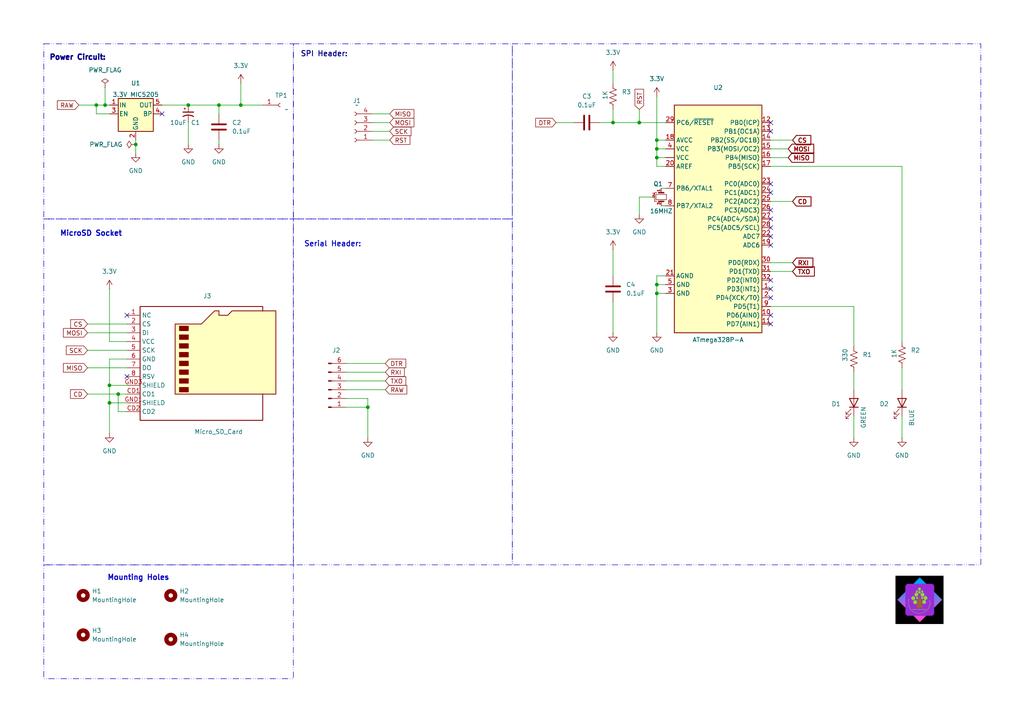
<source format=kicad_sch>
(kicad_sch
	(version 20250114)
	(generator "eeschema")
	(generator_version "9.0")
	(uuid "15559334-fdd9-44d0-9270-16479b542b27")
	(paper "A4")
	(title_block
		(title "OpenLog_v15")
		(date "2025-06-24")
		(company "DCE Darbhanga")
		(comment 1 "Design by - Er. Sujit")
	)
	(lib_symbols
		(symbol "Connector:Conn_01x01_Socket"
			(pin_names
				(offset 1.016)
				(hide yes)
			)
			(exclude_from_sim no)
			(in_bom yes)
			(on_board yes)
			(property "Reference" "J"
				(at 0 2.54 0)
				(effects
					(font
						(size 1.27 1.27)
					)
				)
			)
			(property "Value" "Conn_01x01_Socket"
				(at 0 -2.54 0)
				(effects
					(font
						(size 1.27 1.27)
					)
				)
			)
			(property "Footprint" ""
				(at 0 0 0)
				(effects
					(font
						(size 1.27 1.27)
					)
					(hide yes)
				)
			)
			(property "Datasheet" "~"
				(at 0 0 0)
				(effects
					(font
						(size 1.27 1.27)
					)
					(hide yes)
				)
			)
			(property "Description" "Generic connector, single row, 01x01, script generated"
				(at 0 0 0)
				(effects
					(font
						(size 1.27 1.27)
					)
					(hide yes)
				)
			)
			(property "ki_locked" ""
				(at 0 0 0)
				(effects
					(font
						(size 1.27 1.27)
					)
				)
			)
			(property "ki_keywords" "connector"
				(at 0 0 0)
				(effects
					(font
						(size 1.27 1.27)
					)
					(hide yes)
				)
			)
			(property "ki_fp_filters" "Connector*:*_1x??_*"
				(at 0 0 0)
				(effects
					(font
						(size 1.27 1.27)
					)
					(hide yes)
				)
			)
			(symbol "Conn_01x01_Socket_1_1"
				(polyline
					(pts
						(xy -1.27 0) (xy -0.508 0)
					)
					(stroke
						(width 0.1524)
						(type default)
					)
					(fill
						(type none)
					)
				)
				(arc
					(start 0 -0.508)
					(mid -0.5058 0)
					(end 0 0.508)
					(stroke
						(width 0.1524)
						(type default)
					)
					(fill
						(type none)
					)
				)
				(pin passive line
					(at -5.08 0 0)
					(length 3.81)
					(name "Pin_1"
						(effects
							(font
								(size 1.27 1.27)
							)
						)
					)
					(number "1"
						(effects
							(font
								(size 1.27 1.27)
							)
						)
					)
				)
			)
			(embedded_fonts no)
		)
		(symbol "Connector:Conn_01x04_Socket"
			(pin_names
				(offset 1.016)
				(hide yes)
			)
			(exclude_from_sim no)
			(in_bom yes)
			(on_board yes)
			(property "Reference" "J"
				(at 0 5.08 0)
				(effects
					(font
						(size 1.27 1.27)
					)
				)
			)
			(property "Value" "Conn_01x04_Socket"
				(at 0 -7.62 0)
				(effects
					(font
						(size 1.27 1.27)
					)
				)
			)
			(property "Footprint" ""
				(at 0 0 0)
				(effects
					(font
						(size 1.27 1.27)
					)
					(hide yes)
				)
			)
			(property "Datasheet" "~"
				(at 0 0 0)
				(effects
					(font
						(size 1.27 1.27)
					)
					(hide yes)
				)
			)
			(property "Description" "Generic connector, single row, 01x04, script generated"
				(at 0 0 0)
				(effects
					(font
						(size 1.27 1.27)
					)
					(hide yes)
				)
			)
			(property "ki_locked" ""
				(at 0 0 0)
				(effects
					(font
						(size 1.27 1.27)
					)
				)
			)
			(property "ki_keywords" "connector"
				(at 0 0 0)
				(effects
					(font
						(size 1.27 1.27)
					)
					(hide yes)
				)
			)
			(property "ki_fp_filters" "Connector*:*_1x??_*"
				(at 0 0 0)
				(effects
					(font
						(size 1.27 1.27)
					)
					(hide yes)
				)
			)
			(symbol "Conn_01x04_Socket_1_1"
				(polyline
					(pts
						(xy -1.27 2.54) (xy -0.508 2.54)
					)
					(stroke
						(width 0.1524)
						(type default)
					)
					(fill
						(type none)
					)
				)
				(polyline
					(pts
						(xy -1.27 0) (xy -0.508 0)
					)
					(stroke
						(width 0.1524)
						(type default)
					)
					(fill
						(type none)
					)
				)
				(polyline
					(pts
						(xy -1.27 -2.54) (xy -0.508 -2.54)
					)
					(stroke
						(width 0.1524)
						(type default)
					)
					(fill
						(type none)
					)
				)
				(polyline
					(pts
						(xy -1.27 -5.08) (xy -0.508 -5.08)
					)
					(stroke
						(width 0.1524)
						(type default)
					)
					(fill
						(type none)
					)
				)
				(arc
					(start 0 2.032)
					(mid -0.5058 2.54)
					(end 0 3.048)
					(stroke
						(width 0.1524)
						(type default)
					)
					(fill
						(type none)
					)
				)
				(arc
					(start 0 -0.508)
					(mid -0.5058 0)
					(end 0 0.508)
					(stroke
						(width 0.1524)
						(type default)
					)
					(fill
						(type none)
					)
				)
				(arc
					(start 0 -3.048)
					(mid -0.5058 -2.54)
					(end 0 -2.032)
					(stroke
						(width 0.1524)
						(type default)
					)
					(fill
						(type none)
					)
				)
				(arc
					(start 0 -5.588)
					(mid -0.5058 -5.08)
					(end 0 -4.572)
					(stroke
						(width 0.1524)
						(type default)
					)
					(fill
						(type none)
					)
				)
				(pin passive line
					(at -5.08 2.54 0)
					(length 3.81)
					(name "Pin_1"
						(effects
							(font
								(size 1.27 1.27)
							)
						)
					)
					(number "1"
						(effects
							(font
								(size 1.27 1.27)
							)
						)
					)
				)
				(pin passive line
					(at -5.08 0 0)
					(length 3.81)
					(name "Pin_2"
						(effects
							(font
								(size 1.27 1.27)
							)
						)
					)
					(number "2"
						(effects
							(font
								(size 1.27 1.27)
							)
						)
					)
				)
				(pin passive line
					(at -5.08 -2.54 0)
					(length 3.81)
					(name "Pin_3"
						(effects
							(font
								(size 1.27 1.27)
							)
						)
					)
					(number "3"
						(effects
							(font
								(size 1.27 1.27)
							)
						)
					)
				)
				(pin passive line
					(at -5.08 -5.08 0)
					(length 3.81)
					(name "Pin_4"
						(effects
							(font
								(size 1.27 1.27)
							)
						)
					)
					(number "4"
						(effects
							(font
								(size 1.27 1.27)
							)
						)
					)
				)
			)
			(embedded_fonts no)
		)
		(symbol "Connector:Conn_01x06_Pin"
			(pin_names
				(offset 1.016)
				(hide yes)
			)
			(exclude_from_sim no)
			(in_bom yes)
			(on_board yes)
			(property "Reference" "J"
				(at 0 7.62 0)
				(effects
					(font
						(size 1.27 1.27)
					)
				)
			)
			(property "Value" "Conn_01x06_Pin"
				(at 0 -10.16 0)
				(effects
					(font
						(size 1.27 1.27)
					)
				)
			)
			(property "Footprint" ""
				(at 0 0 0)
				(effects
					(font
						(size 1.27 1.27)
					)
					(hide yes)
				)
			)
			(property "Datasheet" "~"
				(at 0 0 0)
				(effects
					(font
						(size 1.27 1.27)
					)
					(hide yes)
				)
			)
			(property "Description" "Generic connector, single row, 01x06, script generated"
				(at 0 0 0)
				(effects
					(font
						(size 1.27 1.27)
					)
					(hide yes)
				)
			)
			(property "ki_locked" ""
				(at 0 0 0)
				(effects
					(font
						(size 1.27 1.27)
					)
				)
			)
			(property "ki_keywords" "connector"
				(at 0 0 0)
				(effects
					(font
						(size 1.27 1.27)
					)
					(hide yes)
				)
			)
			(property "ki_fp_filters" "Connector*:*_1x??_*"
				(at 0 0 0)
				(effects
					(font
						(size 1.27 1.27)
					)
					(hide yes)
				)
			)
			(symbol "Conn_01x06_Pin_1_1"
				(rectangle
					(start 0.8636 5.207)
					(end 0 4.953)
					(stroke
						(width 0.1524)
						(type default)
					)
					(fill
						(type outline)
					)
				)
				(rectangle
					(start 0.8636 2.667)
					(end 0 2.413)
					(stroke
						(width 0.1524)
						(type default)
					)
					(fill
						(type outline)
					)
				)
				(rectangle
					(start 0.8636 0.127)
					(end 0 -0.127)
					(stroke
						(width 0.1524)
						(type default)
					)
					(fill
						(type outline)
					)
				)
				(rectangle
					(start 0.8636 -2.413)
					(end 0 -2.667)
					(stroke
						(width 0.1524)
						(type default)
					)
					(fill
						(type outline)
					)
				)
				(rectangle
					(start 0.8636 -4.953)
					(end 0 -5.207)
					(stroke
						(width 0.1524)
						(type default)
					)
					(fill
						(type outline)
					)
				)
				(rectangle
					(start 0.8636 -7.493)
					(end 0 -7.747)
					(stroke
						(width 0.1524)
						(type default)
					)
					(fill
						(type outline)
					)
				)
				(polyline
					(pts
						(xy 1.27 5.08) (xy 0.8636 5.08)
					)
					(stroke
						(width 0.1524)
						(type default)
					)
					(fill
						(type none)
					)
				)
				(polyline
					(pts
						(xy 1.27 2.54) (xy 0.8636 2.54)
					)
					(stroke
						(width 0.1524)
						(type default)
					)
					(fill
						(type none)
					)
				)
				(polyline
					(pts
						(xy 1.27 0) (xy 0.8636 0)
					)
					(stroke
						(width 0.1524)
						(type default)
					)
					(fill
						(type none)
					)
				)
				(polyline
					(pts
						(xy 1.27 -2.54) (xy 0.8636 -2.54)
					)
					(stroke
						(width 0.1524)
						(type default)
					)
					(fill
						(type none)
					)
				)
				(polyline
					(pts
						(xy 1.27 -5.08) (xy 0.8636 -5.08)
					)
					(stroke
						(width 0.1524)
						(type default)
					)
					(fill
						(type none)
					)
				)
				(polyline
					(pts
						(xy 1.27 -7.62) (xy 0.8636 -7.62)
					)
					(stroke
						(width 0.1524)
						(type default)
					)
					(fill
						(type none)
					)
				)
				(pin passive line
					(at 5.08 5.08 180)
					(length 3.81)
					(name "Pin_1"
						(effects
							(font
								(size 1.27 1.27)
							)
						)
					)
					(number "1"
						(effects
							(font
								(size 1.27 1.27)
							)
						)
					)
				)
				(pin passive line
					(at 5.08 2.54 180)
					(length 3.81)
					(name "Pin_2"
						(effects
							(font
								(size 1.27 1.27)
							)
						)
					)
					(number "2"
						(effects
							(font
								(size 1.27 1.27)
							)
						)
					)
				)
				(pin passive line
					(at 5.08 0 180)
					(length 3.81)
					(name "Pin_3"
						(effects
							(font
								(size 1.27 1.27)
							)
						)
					)
					(number "3"
						(effects
							(font
								(size 1.27 1.27)
							)
						)
					)
				)
				(pin passive line
					(at 5.08 -2.54 180)
					(length 3.81)
					(name "Pin_4"
						(effects
							(font
								(size 1.27 1.27)
							)
						)
					)
					(number "4"
						(effects
							(font
								(size 1.27 1.27)
							)
						)
					)
				)
				(pin passive line
					(at 5.08 -5.08 180)
					(length 3.81)
					(name "Pin_5"
						(effects
							(font
								(size 1.27 1.27)
							)
						)
					)
					(number "5"
						(effects
							(font
								(size 1.27 1.27)
							)
						)
					)
				)
				(pin passive line
					(at 5.08 -7.62 180)
					(length 3.81)
					(name "Pin_6"
						(effects
							(font
								(size 1.27 1.27)
							)
						)
					)
					(number "6"
						(effects
							(font
								(size 1.27 1.27)
							)
						)
					)
				)
			)
			(embedded_fonts no)
		)
		(symbol "Connector:Micro_SD_Card_Det2"
			(exclude_from_sim no)
			(in_bom yes)
			(on_board yes)
			(property "Reference" "J3"
				(at 0.635 21.59 0)
				(effects
					(font
						(size 1.27 1.27)
					)
				)
			)
			(property "Value" "Micro_SD_Card_Det2"
				(at 0.635 19.05 0)
				(effects
					(font
						(size 1.27 1.27)
					)
				)
			)
			(property "Footprint" ""
				(at 52.07 17.78 0)
				(effects
					(font
						(size 1.27 1.27)
					)
					(hide yes)
				)
			)
			(property "Datasheet" "https://www.hirose.com/en/product/document?clcode=&productname=&series=DM3&documenttype=Catalog&lang=en&documentid=D49662_en"
				(at 2.54 2.54 0)
				(effects
					(font
						(size 1.27 1.27)
					)
					(hide yes)
				)
			)
			(property "Description" "Micro SD Card Socket with two card detection pins"
				(at 0 0 0)
				(effects
					(font
						(size 1.27 1.27)
					)
					(hide yes)
				)
			)
			(property "ki_keywords" "connector SD microsd"
				(at 0 0 0)
				(effects
					(font
						(size 1.27 1.27)
					)
					(hide yes)
				)
			)
			(property "ki_fp_filters" "microSD*"
				(at 0 0 0)
				(effects
					(font
						(size 1.27 1.27)
					)
					(hide yes)
				)
			)
			(symbol "Micro_SD_Card_Det2_0_1"
				(polyline
					(pts
						(xy -8.89 -8.89) (xy -8.89 11.43) (xy -1.27 11.43) (xy 2.54 15.24) (xy 3.81 15.24) (xy 3.81 13.97)
						(xy 6.35 13.97) (xy 7.62 15.24) (xy 20.32 15.24) (xy 20.32 -8.89) (xy -8.89 -8.89)
					)
					(stroke
						(width 0.254)
						(type default)
					)
					(fill
						(type background)
					)
				)
				(rectangle
					(start -7.62 10.795)
					(end -5.08 9.525)
					(stroke
						(width 0.254)
						(type default)
					)
					(fill
						(type outline)
					)
				)
				(rectangle
					(start -7.62 8.255)
					(end -5.08 6.985)
					(stroke
						(width 0.254)
						(type default)
					)
					(fill
						(type outline)
					)
				)
				(rectangle
					(start -7.62 5.715)
					(end -5.08 4.445)
					(stroke
						(width 0.254)
						(type default)
					)
					(fill
						(type outline)
					)
				)
				(rectangle
					(start -7.62 3.175)
					(end -5.08 1.905)
					(stroke
						(width 0.254)
						(type default)
					)
					(fill
						(type outline)
					)
				)
				(rectangle
					(start -7.62 0.635)
					(end -5.08 -0.635)
					(stroke
						(width 0.254)
						(type default)
					)
					(fill
						(type outline)
					)
				)
				(rectangle
					(start -7.62 -1.905)
					(end -5.08 -3.175)
					(stroke
						(width 0.254)
						(type default)
					)
					(fill
						(type outline)
					)
				)
				(rectangle
					(start -7.62 -4.445)
					(end -5.08 -5.715)
					(stroke
						(width 0.254)
						(type default)
					)
					(fill
						(type outline)
					)
				)
				(rectangle
					(start -7.62 -6.985)
					(end -5.08 -8.255)
					(stroke
						(width 0.254)
						(type default)
					)
					(fill
						(type outline)
					)
				)
				(polyline
					(pts
						(xy 16.51 15.24) (xy 16.51 16.51) (xy -19.05 16.51) (xy -19.05 -16.51) (xy 16.51 -16.51) (xy 16.51 -8.89)
					)
					(stroke
						(width 0.254)
						(type default)
					)
					(fill
						(type none)
					)
				)
			)
			(symbol "Micro_SD_Card_Det2_1_1"
				(pin bidirectional line
					(at -22.86 13.97 0)
					(length 3.81)
					(name "NC"
						(effects
							(font
								(size 1.27 1.27)
							)
						)
					)
					(number "1"
						(effects
							(font
								(size 1.27 1.27)
							)
						)
					)
				)
				(pin bidirectional line
					(at -22.86 11.43 0)
					(length 3.81)
					(name "CS"
						(effects
							(font
								(size 1.27 1.27)
							)
						)
					)
					(number "2"
						(effects
							(font
								(size 1.27 1.27)
							)
						)
					)
				)
				(pin input line
					(at -22.86 8.89 0)
					(length 3.81)
					(name "DI"
						(effects
							(font
								(size 1.27 1.27)
							)
						)
					)
					(number "3"
						(effects
							(font
								(size 1.27 1.27)
							)
						)
					)
				)
				(pin power_in line
					(at -22.86 6.35 0)
					(length 3.81)
					(name "VCC"
						(effects
							(font
								(size 1.27 1.27)
							)
						)
					)
					(number "4"
						(effects
							(font
								(size 1.27 1.27)
							)
						)
					)
				)
				(pin input line
					(at -22.86 3.81 0)
					(length 3.81)
					(name "SCK"
						(effects
							(font
								(size 1.27 1.27)
							)
						)
					)
					(number "5"
						(effects
							(font
								(size 1.27 1.27)
							)
						)
					)
				)
				(pin power_in line
					(at -22.86 1.27 0)
					(length 3.81)
					(name "GND"
						(effects
							(font
								(size 1.27 1.27)
							)
						)
					)
					(number "6"
						(effects
							(font
								(size 1.27 1.27)
							)
						)
					)
				)
				(pin bidirectional line
					(at -22.86 -1.27 0)
					(length 3.81)
					(name "DO"
						(effects
							(font
								(size 1.27 1.27)
							)
						)
					)
					(number "7"
						(effects
							(font
								(size 1.27 1.27)
							)
						)
					)
				)
				(pin bidirectional line
					(at -22.86 -3.81 0)
					(length 3.81)
					(name "RSV"
						(effects
							(font
								(size 1.27 1.27)
							)
						)
					)
					(number "8"
						(effects
							(font
								(size 1.27 1.27)
							)
						)
					)
				)
				(pin passive line
					(at -22.86 -6.35 0)
					(length 3.81)
					(name "SHIELD"
						(effects
							(font
								(size 1.27 1.27)
							)
						)
					)
					(number "GND3"
						(effects
							(font
								(size 1.27 1.27)
							)
						)
					)
				)
				(pin passive line
					(at -22.86 -8.89 0)
					(length 3.81)
					(name "CD1"
						(effects
							(font
								(size 1.27 1.27)
							)
						)
					)
					(number "CD1"
						(effects
							(font
								(size 1.27 1.27)
							)
						)
					)
				)
				(pin passive line
					(at -22.86 -11.43 0)
					(length 3.81)
					(name "SHIELD"
						(effects
							(font
								(size 1.27 1.27)
							)
						)
					)
					(number "GND1"
						(effects
							(font
								(size 1.27 1.27)
							)
						)
					)
				)
				(pin passive line
					(at -22.86 -13.97 0)
					(length 3.81)
					(name "CD2"
						(effects
							(font
								(size 1.27 1.27)
							)
						)
					)
					(number "CD2"
						(effects
							(font
								(size 1.27 1.27)
							)
						)
					)
				)
			)
			(embedded_fonts no)
		)
		(symbol "Device:C"
			(pin_numbers
				(hide yes)
			)
			(pin_names
				(offset 0.254)
			)
			(exclude_from_sim no)
			(in_bom yes)
			(on_board yes)
			(property "Reference" "C"
				(at 0.635 2.54 0)
				(effects
					(font
						(size 1.27 1.27)
					)
					(justify left)
				)
			)
			(property "Value" "C"
				(at 0.635 -2.54 0)
				(effects
					(font
						(size 1.27 1.27)
					)
					(justify left)
				)
			)
			(property "Footprint" ""
				(at 0.9652 -3.81 0)
				(effects
					(font
						(size 1.27 1.27)
					)
					(hide yes)
				)
			)
			(property "Datasheet" "~"
				(at 0 0 0)
				(effects
					(font
						(size 1.27 1.27)
					)
					(hide yes)
				)
			)
			(property "Description" "Unpolarized capacitor"
				(at 0 0 0)
				(effects
					(font
						(size 1.27 1.27)
					)
					(hide yes)
				)
			)
			(property "ki_keywords" "cap capacitor"
				(at 0 0 0)
				(effects
					(font
						(size 1.27 1.27)
					)
					(hide yes)
				)
			)
			(property "ki_fp_filters" "C_*"
				(at 0 0 0)
				(effects
					(font
						(size 1.27 1.27)
					)
					(hide yes)
				)
			)
			(symbol "C_0_1"
				(polyline
					(pts
						(xy -2.032 0.762) (xy 2.032 0.762)
					)
					(stroke
						(width 0.508)
						(type default)
					)
					(fill
						(type none)
					)
				)
				(polyline
					(pts
						(xy -2.032 -0.762) (xy 2.032 -0.762)
					)
					(stroke
						(width 0.508)
						(type default)
					)
					(fill
						(type none)
					)
				)
			)
			(symbol "C_1_1"
				(pin passive line
					(at 0 3.81 270)
					(length 2.794)
					(name "~"
						(effects
							(font
								(size 1.27 1.27)
							)
						)
					)
					(number "1"
						(effects
							(font
								(size 1.27 1.27)
							)
						)
					)
				)
				(pin passive line
					(at 0 -3.81 90)
					(length 2.794)
					(name "~"
						(effects
							(font
								(size 1.27 1.27)
							)
						)
					)
					(number "2"
						(effects
							(font
								(size 1.27 1.27)
							)
						)
					)
				)
			)
			(embedded_fonts no)
		)
		(symbol "Device:C_Polarized_Small_US"
			(pin_numbers
				(hide yes)
			)
			(pin_names
				(offset 0.254)
				(hide yes)
			)
			(exclude_from_sim no)
			(in_bom yes)
			(on_board yes)
			(property "Reference" "C"
				(at 0.254 1.778 0)
				(effects
					(font
						(size 1.27 1.27)
					)
					(justify left)
				)
			)
			(property "Value" "C_Polarized_Small_US"
				(at 0.254 -2.032 0)
				(effects
					(font
						(size 1.27 1.27)
					)
					(justify left)
				)
			)
			(property "Footprint" ""
				(at 0 0 0)
				(effects
					(font
						(size 1.27 1.27)
					)
					(hide yes)
				)
			)
			(property "Datasheet" "~"
				(at 0 0 0)
				(effects
					(font
						(size 1.27 1.27)
					)
					(hide yes)
				)
			)
			(property "Description" "Polarized capacitor, small US symbol"
				(at 0 0 0)
				(effects
					(font
						(size 1.27 1.27)
					)
					(hide yes)
				)
			)
			(property "ki_keywords" "cap capacitor"
				(at 0 0 0)
				(effects
					(font
						(size 1.27 1.27)
					)
					(hide yes)
				)
			)
			(property "ki_fp_filters" "CP_*"
				(at 0 0 0)
				(effects
					(font
						(size 1.27 1.27)
					)
					(hide yes)
				)
			)
			(symbol "C_Polarized_Small_US_0_1"
				(polyline
					(pts
						(xy -1.524 0.508) (xy 1.524 0.508)
					)
					(stroke
						(width 0.3048)
						(type default)
					)
					(fill
						(type none)
					)
				)
				(polyline
					(pts
						(xy -1.27 1.524) (xy -0.762 1.524)
					)
					(stroke
						(width 0)
						(type default)
					)
					(fill
						(type none)
					)
				)
				(polyline
					(pts
						(xy -1.016 1.27) (xy -1.016 1.778)
					)
					(stroke
						(width 0)
						(type default)
					)
					(fill
						(type none)
					)
				)
				(arc
					(start -1.524 -0.762)
					(mid 0 -0.3734)
					(end 1.524 -0.762)
					(stroke
						(width 0.3048)
						(type default)
					)
					(fill
						(type none)
					)
				)
			)
			(symbol "C_Polarized_Small_US_1_1"
				(pin passive line
					(at 0 2.54 270)
					(length 2.032)
					(name "~"
						(effects
							(font
								(size 1.27 1.27)
							)
						)
					)
					(number "1"
						(effects
							(font
								(size 1.27 1.27)
							)
						)
					)
				)
				(pin passive line
					(at 0 -2.54 90)
					(length 2.032)
					(name "~"
						(effects
							(font
								(size 1.27 1.27)
							)
						)
					)
					(number "2"
						(effects
							(font
								(size 1.27 1.27)
							)
						)
					)
				)
			)
			(embedded_fonts no)
		)
		(symbol "Device:Crystal_GND2_Small"
			(pin_names
				(offset 1.016)
				(hide yes)
			)
			(exclude_from_sim no)
			(in_bom yes)
			(on_board yes)
			(property "Reference" "Y"
				(at 0 5.08 0)
				(effects
					(font
						(size 1.27 1.27)
					)
				)
			)
			(property "Value" "Crystal_GND2_Small"
				(at 0 3.175 0)
				(effects
					(font
						(size 1.27 1.27)
					)
				)
			)
			(property "Footprint" ""
				(at 0 0 0)
				(effects
					(font
						(size 1.27 1.27)
					)
					(hide yes)
				)
			)
			(property "Datasheet" "~"
				(at 0 0 0)
				(effects
					(font
						(size 1.27 1.27)
					)
					(hide yes)
				)
			)
			(property "Description" "Three pin crystal, GND on pin 2, small symbol"
				(at 0 0 0)
				(effects
					(font
						(size 1.27 1.27)
					)
					(hide yes)
				)
			)
			(property "ki_keywords" "quartz ceramic resonator oscillator"
				(at 0 0 0)
				(effects
					(font
						(size 1.27 1.27)
					)
					(hide yes)
				)
			)
			(property "ki_fp_filters" "Crystal*"
				(at 0 0 0)
				(effects
					(font
						(size 1.27 1.27)
					)
					(hide yes)
				)
			)
			(symbol "Crystal_GND2_Small_0_1"
				(polyline
					(pts
						(xy -1.27 -0.762) (xy -1.27 0.762)
					)
					(stroke
						(width 0.381)
						(type default)
					)
					(fill
						(type none)
					)
				)
				(polyline
					(pts
						(xy -1.27 -1.27) (xy -1.27 -1.905) (xy 1.27 -1.905) (xy 1.27 -1.27)
					)
					(stroke
						(width 0)
						(type default)
					)
					(fill
						(type none)
					)
				)
				(rectangle
					(start -0.762 -1.524)
					(end 0.762 1.524)
					(stroke
						(width 0)
						(type default)
					)
					(fill
						(type none)
					)
				)
				(polyline
					(pts
						(xy 1.27 -0.762) (xy 1.27 0.762)
					)
					(stroke
						(width 0.381)
						(type default)
					)
					(fill
						(type none)
					)
				)
			)
			(symbol "Crystal_GND2_Small_1_1"
				(pin passive line
					(at -2.54 0 0)
					(length 1.27)
					(name "1"
						(effects
							(font
								(size 1.27 1.27)
							)
						)
					)
					(number "1"
						(effects
							(font
								(size 0.762 0.762)
							)
						)
					)
				)
				(pin passive line
					(at 0 -2.54 90)
					(length 0.635)
					(name "2"
						(effects
							(font
								(size 1.27 1.27)
							)
						)
					)
					(number "2"
						(effects
							(font
								(size 0.762 0.762)
							)
						)
					)
				)
				(pin passive line
					(at 2.54 0 180)
					(length 1.27)
					(name "3"
						(effects
							(font
								(size 1.27 1.27)
							)
						)
					)
					(number "3"
						(effects
							(font
								(size 0.762 0.762)
							)
						)
					)
				)
			)
			(embedded_fonts no)
		)
		(symbol "Device:LED"
			(pin_numbers
				(hide yes)
			)
			(pin_names
				(offset 1.016)
				(hide yes)
			)
			(exclude_from_sim no)
			(in_bom yes)
			(on_board yes)
			(property "Reference" "D"
				(at 0 2.54 0)
				(effects
					(font
						(size 1.27 1.27)
					)
				)
			)
			(property "Value" "LED"
				(at 0 -2.54 0)
				(effects
					(font
						(size 1.27 1.27)
					)
				)
			)
			(property "Footprint" ""
				(at 0 0 0)
				(effects
					(font
						(size 1.27 1.27)
					)
					(hide yes)
				)
			)
			(property "Datasheet" "~"
				(at 0 0 0)
				(effects
					(font
						(size 1.27 1.27)
					)
					(hide yes)
				)
			)
			(property "Description" "Light emitting diode"
				(at 0 0 0)
				(effects
					(font
						(size 1.27 1.27)
					)
					(hide yes)
				)
			)
			(property "Sim.Pins" "1=K 2=A"
				(at 0 0 0)
				(effects
					(font
						(size 1.27 1.27)
					)
					(hide yes)
				)
			)
			(property "ki_keywords" "LED diode"
				(at 0 0 0)
				(effects
					(font
						(size 1.27 1.27)
					)
					(hide yes)
				)
			)
			(property "ki_fp_filters" "LED* LED_SMD:* LED_THT:*"
				(at 0 0 0)
				(effects
					(font
						(size 1.27 1.27)
					)
					(hide yes)
				)
			)
			(symbol "LED_0_1"
				(polyline
					(pts
						(xy -3.048 -0.762) (xy -4.572 -2.286) (xy -3.81 -2.286) (xy -4.572 -2.286) (xy -4.572 -1.524)
					)
					(stroke
						(width 0)
						(type default)
					)
					(fill
						(type none)
					)
				)
				(polyline
					(pts
						(xy -1.778 -0.762) (xy -3.302 -2.286) (xy -2.54 -2.286) (xy -3.302 -2.286) (xy -3.302 -1.524)
					)
					(stroke
						(width 0)
						(type default)
					)
					(fill
						(type none)
					)
				)
				(polyline
					(pts
						(xy -1.27 0) (xy 1.27 0)
					)
					(stroke
						(width 0)
						(type default)
					)
					(fill
						(type none)
					)
				)
				(polyline
					(pts
						(xy -1.27 -1.27) (xy -1.27 1.27)
					)
					(stroke
						(width 0.254)
						(type default)
					)
					(fill
						(type none)
					)
				)
				(polyline
					(pts
						(xy 1.27 -1.27) (xy 1.27 1.27) (xy -1.27 0) (xy 1.27 -1.27)
					)
					(stroke
						(width 0.254)
						(type default)
					)
					(fill
						(type none)
					)
				)
			)
			(symbol "LED_1_1"
				(pin passive line
					(at -3.81 0 0)
					(length 2.54)
					(name "K"
						(effects
							(font
								(size 1.27 1.27)
							)
						)
					)
					(number "1"
						(effects
							(font
								(size 1.27 1.27)
							)
						)
					)
				)
				(pin passive line
					(at 3.81 0 180)
					(length 2.54)
					(name "A"
						(effects
							(font
								(size 1.27 1.27)
							)
						)
					)
					(number "2"
						(effects
							(font
								(size 1.27 1.27)
							)
						)
					)
				)
			)
			(embedded_fonts no)
		)
		(symbol "Device:R_US"
			(pin_numbers
				(hide yes)
			)
			(pin_names
				(offset 0)
			)
			(exclude_from_sim no)
			(in_bom yes)
			(on_board yes)
			(property "Reference" "R"
				(at 2.54 0 90)
				(effects
					(font
						(size 1.27 1.27)
					)
				)
			)
			(property "Value" "R_US"
				(at -2.54 0 90)
				(effects
					(font
						(size 1.27 1.27)
					)
				)
			)
			(property "Footprint" ""
				(at 1.016 -0.254 90)
				(effects
					(font
						(size 1.27 1.27)
					)
					(hide yes)
				)
			)
			(property "Datasheet" "~"
				(at 0 0 0)
				(effects
					(font
						(size 1.27 1.27)
					)
					(hide yes)
				)
			)
			(property "Description" "Resistor, US symbol"
				(at 0 0 0)
				(effects
					(font
						(size 1.27 1.27)
					)
					(hide yes)
				)
			)
			(property "ki_keywords" "R res resistor"
				(at 0 0 0)
				(effects
					(font
						(size 1.27 1.27)
					)
					(hide yes)
				)
			)
			(property "ki_fp_filters" "R_*"
				(at 0 0 0)
				(effects
					(font
						(size 1.27 1.27)
					)
					(hide yes)
				)
			)
			(symbol "R_US_0_1"
				(polyline
					(pts
						(xy 0 2.286) (xy 0 2.54)
					)
					(stroke
						(width 0)
						(type default)
					)
					(fill
						(type none)
					)
				)
				(polyline
					(pts
						(xy 0 2.286) (xy 1.016 1.905) (xy 0 1.524) (xy -1.016 1.143) (xy 0 0.762)
					)
					(stroke
						(width 0)
						(type default)
					)
					(fill
						(type none)
					)
				)
				(polyline
					(pts
						(xy 0 0.762) (xy 1.016 0.381) (xy 0 0) (xy -1.016 -0.381) (xy 0 -0.762)
					)
					(stroke
						(width 0)
						(type default)
					)
					(fill
						(type none)
					)
				)
				(polyline
					(pts
						(xy 0 -0.762) (xy 1.016 -1.143) (xy 0 -1.524) (xy -1.016 -1.905) (xy 0 -2.286)
					)
					(stroke
						(width 0)
						(type default)
					)
					(fill
						(type none)
					)
				)
				(polyline
					(pts
						(xy 0 -2.286) (xy 0 -2.54)
					)
					(stroke
						(width 0)
						(type default)
					)
					(fill
						(type none)
					)
				)
			)
			(symbol "R_US_1_1"
				(pin passive line
					(at 0 3.81 270)
					(length 1.27)
					(name "~"
						(effects
							(font
								(size 1.27 1.27)
							)
						)
					)
					(number "1"
						(effects
							(font
								(size 1.27 1.27)
							)
						)
					)
				)
				(pin passive line
					(at 0 -3.81 90)
					(length 1.27)
					(name "~"
						(effects
							(font
								(size 1.27 1.27)
							)
						)
					)
					(number "2"
						(effects
							(font
								(size 1.27 1.27)
							)
						)
					)
				)
			)
			(embedded_fonts no)
		)
		(symbol "MCU_Microchip_ATmega:ATmega8-16A"
			(exclude_from_sim no)
			(in_bom yes)
			(on_board yes)
			(property "Reference" "U2"
				(at -17.78 25.0033 90)
				(effects
					(font
						(size 1.27 1.27)
					)
					(justify left)
				)
			)
			(property "Value" "ATmega8-16A"
				(at 4.6833 35.56 0)
				(effects
					(font
						(size 1.27 1.27)
					)
					(justify left)
				)
			)
			(property "Footprint" "Package_QFP:TQFP-32_7x7mm_P0.8mm"
				(at 0 0 0)
				(effects
					(font
						(size 1.27 1.27)
						(italic yes)
					)
					(hide yes)
				)
			)
			(property "Datasheet" "http://ww1.microchip.com/downloads/en/DeviceDoc/atmel-2486-8-bit-avr-microcontroller-atmega8_l_datasheet.pdf"
				(at 0 0 0)
				(effects
					(font
						(size 1.27 1.27)
					)
					(hide yes)
				)
			)
			(property "Description" "16MHz, 8kB Flash, 1kB SRAM, 512B EEPROM, TQFP-32"
				(at 0 0 0)
				(effects
					(font
						(size 1.27 1.27)
					)
					(hide yes)
				)
			)
			(property "ki_keywords" "AVR 8bit Microcontroller MegaAVR"
				(at 0 0 0)
				(effects
					(font
						(size 1.27 1.27)
					)
					(hide yes)
				)
			)
			(property "ki_fp_filters" "TQFP*7x7mm*P0.8mm*"
				(at 0 0 0)
				(effects
					(font
						(size 1.27 1.27)
					)
					(hide yes)
				)
			)
			(symbol "ATmega8-16A_0_1"
				(rectangle
					(start -12.7 33.02)
					(end 12.7 -33.02)
					(stroke
						(width 0.254)
						(type default)
					)
					(fill
						(type background)
					)
				)
			)
			(symbol "ATmega8-16A_1_1"
				(pin bidirectional line
					(at -15.24 27.94 0)
					(length 2.54)
					(name "PC6/~{RESET}"
						(effects
							(font
								(size 1.27 1.27)
							)
						)
					)
					(number "29"
						(effects
							(font
								(size 1.27 1.27)
							)
						)
					)
				)
				(pin power_in line
					(at -15.24 22.86 0)
					(length 2.54)
					(name "AVCC"
						(effects
							(font
								(size 1.27 1.27)
							)
						)
					)
					(number "18"
						(effects
							(font
								(size 1.27 1.27)
							)
						)
					)
				)
				(pin power_in line
					(at -15.24 20.32 0)
					(length 2.54)
					(name "VCC"
						(effects
							(font
								(size 1.27 1.27)
							)
						)
					)
					(number "4"
						(effects
							(font
								(size 1.27 1.27)
							)
						)
					)
				)
				(pin passive line
					(at -15.24 20.32 0)
					(length 2.54)
					(hide yes)
					(name "VCC"
						(effects
							(font
								(size 1.27 1.27)
							)
						)
					)
					(number "6"
						(effects
							(font
								(size 1.27 1.27)
							)
						)
					)
				)
				(pin power_in line
					(at -15.24 17.78 0)
					(length 2.54)
					(name "VCC"
						(effects
							(font
								(size 1.27 1.27)
							)
						)
					)
					(number ""
						(effects
							(font
								(size 1.27 1.27)
							)
						)
					)
				)
				(pin passive line
					(at -15.24 15.24 0)
					(length 2.54)
					(name "AREF"
						(effects
							(font
								(size 1.27 1.27)
							)
						)
					)
					(number "20"
						(effects
							(font
								(size 1.27 1.27)
							)
						)
					)
				)
				(pin bidirectional line
					(at -15.24 8.89 0)
					(length 2.54)
					(name "PB6/XTAL1"
						(effects
							(font
								(size 1.27 1.27)
							)
						)
					)
					(number "7"
						(effects
							(font
								(size 1.27 1.27)
							)
						)
					)
				)
				(pin bidirectional line
					(at -15.24 3.81 0)
					(length 2.54)
					(name "PB7/XTAL2"
						(effects
							(font
								(size 1.27 1.27)
							)
						)
					)
					(number "8"
						(effects
							(font
								(size 1.27 1.27)
							)
						)
					)
				)
				(pin power_in line
					(at -15.24 -16.51 0)
					(length 2.54)
					(name "AGND"
						(effects
							(font
								(size 1.27 1.27)
							)
						)
					)
					(number "21"
						(effects
							(font
								(size 1.27 1.27)
							)
						)
					)
				)
				(pin power_in line
					(at -15.24 -19.05 0)
					(length 2.54)
					(name "GND"
						(effects
							(font
								(size 1.27 1.27)
							)
						)
					)
					(number "5"
						(effects
							(font
								(size 1.27 1.27)
							)
						)
					)
				)
				(pin power_in line
					(at -15.24 -21.59 0)
					(length 2.54)
					(name "GND"
						(effects
							(font
								(size 1.27 1.27)
							)
						)
					)
					(number "3"
						(effects
							(font
								(size 1.27 1.27)
							)
						)
					)
				)
				(pin bidirectional line
					(at 15.24 27.94 180)
					(length 2.54)
					(name "PB0(ICP)"
						(effects
							(font
								(size 1.27 1.27)
							)
						)
					)
					(number "12"
						(effects
							(font
								(size 1.27 1.27)
							)
						)
					)
				)
				(pin bidirectional line
					(at 15.24 25.4 180)
					(length 2.54)
					(name "PB1(OC1A)"
						(effects
							(font
								(size 1.27 1.27)
							)
						)
					)
					(number "13"
						(effects
							(font
								(size 1.27 1.27)
							)
						)
					)
				)
				(pin bidirectional line
					(at 15.24 22.86 180)
					(length 2.54)
					(name "PB2(SS/OC1B)"
						(effects
							(font
								(size 1.27 1.27)
							)
						)
					)
					(number "14"
						(effects
							(font
								(size 1.27 1.27)
							)
						)
					)
				)
				(pin bidirectional line
					(at 15.24 20.32 180)
					(length 2.54)
					(name "PB3(MOSI/OC2)"
						(effects
							(font
								(size 1.27 1.27)
							)
						)
					)
					(number "15"
						(effects
							(font
								(size 1.27 1.27)
							)
						)
					)
				)
				(pin bidirectional line
					(at 15.24 17.78 180)
					(length 2.54)
					(name "PB4(MISO)"
						(effects
							(font
								(size 1.27 1.27)
							)
						)
					)
					(number "16"
						(effects
							(font
								(size 1.27 1.27)
							)
						)
					)
				)
				(pin bidirectional line
					(at 15.24 15.24 180)
					(length 2.54)
					(name "PB5(SCK)"
						(effects
							(font
								(size 1.27 1.27)
							)
						)
					)
					(number "17"
						(effects
							(font
								(size 1.27 1.27)
							)
						)
					)
				)
				(pin bidirectional line
					(at 15.24 10.16 180)
					(length 2.54)
					(name "PC0(ADC0)"
						(effects
							(font
								(size 1.27 1.27)
							)
						)
					)
					(number "23"
						(effects
							(font
								(size 1.27 1.27)
							)
						)
					)
				)
				(pin bidirectional line
					(at 15.24 7.62 180)
					(length 2.54)
					(name "PC1(ADC1)"
						(effects
							(font
								(size 1.27 1.27)
							)
						)
					)
					(number "24"
						(effects
							(font
								(size 1.27 1.27)
							)
						)
					)
				)
				(pin bidirectional line
					(at 15.24 5.08 180)
					(length 2.54)
					(name "PC2(ADC2)"
						(effects
							(font
								(size 1.27 1.27)
							)
						)
					)
					(number "25"
						(effects
							(font
								(size 1.27 1.27)
							)
						)
					)
				)
				(pin bidirectional line
					(at 15.24 2.54 180)
					(length 2.54)
					(name "PC3(ADC3)"
						(effects
							(font
								(size 1.27 1.27)
							)
						)
					)
					(number "26"
						(effects
							(font
								(size 1.27 1.27)
							)
						)
					)
				)
				(pin bidirectional line
					(at 15.24 0 180)
					(length 2.54)
					(name "PC4(ADC4/SDA)"
						(effects
							(font
								(size 1.27 1.27)
							)
						)
					)
					(number "27"
						(effects
							(font
								(size 1.27 1.27)
							)
						)
					)
				)
				(pin bidirectional line
					(at 15.24 -2.54 180)
					(length 2.54)
					(name "PC5(ADC5/SCL)"
						(effects
							(font
								(size 1.27 1.27)
							)
						)
					)
					(number "28"
						(effects
							(font
								(size 1.27 1.27)
							)
						)
					)
				)
				(pin input line
					(at 15.24 -5.08 180)
					(length 2.54)
					(name "ADC7"
						(effects
							(font
								(size 1.27 1.27)
							)
						)
					)
					(number "22"
						(effects
							(font
								(size 1.27 1.27)
							)
						)
					)
				)
				(pin input line
					(at 15.24 -7.62 180)
					(length 2.54)
					(name "ADC6"
						(effects
							(font
								(size 1.27 1.27)
							)
						)
					)
					(number "19"
						(effects
							(font
								(size 1.27 1.27)
							)
						)
					)
				)
				(pin bidirectional line
					(at 15.24 -12.7 180)
					(length 2.54)
					(name "PD0(RDX)"
						(effects
							(font
								(size 1.27 1.27)
							)
						)
					)
					(number "30"
						(effects
							(font
								(size 1.27 1.27)
							)
						)
					)
				)
				(pin bidirectional line
					(at 15.24 -15.24 180)
					(length 2.54)
					(name "PD1(TXD)"
						(effects
							(font
								(size 1.27 1.27)
							)
						)
					)
					(number "31"
						(effects
							(font
								(size 1.27 1.27)
							)
						)
					)
				)
				(pin bidirectional line
					(at 15.24 -17.78 180)
					(length 2.54)
					(name "PD2(INT0)"
						(effects
							(font
								(size 1.27 1.27)
							)
						)
					)
					(number "32"
						(effects
							(font
								(size 1.27 1.27)
							)
						)
					)
				)
				(pin bidirectional line
					(at 15.24 -20.32 180)
					(length 2.54)
					(name "PD3(INT1)"
						(effects
							(font
								(size 1.27 1.27)
							)
						)
					)
					(number "1"
						(effects
							(font
								(size 1.27 1.27)
							)
						)
					)
				)
				(pin bidirectional line
					(at 15.24 -22.86 180)
					(length 2.54)
					(name "PD4(XCK/T0)"
						(effects
							(font
								(size 1.27 1.27)
							)
						)
					)
					(number "2"
						(effects
							(font
								(size 1.27 1.27)
							)
						)
					)
				)
				(pin bidirectional line
					(at 15.24 -25.4 180)
					(length 2.54)
					(name "PD5(T1)"
						(effects
							(font
								(size 1.27 1.27)
							)
						)
					)
					(number "9"
						(effects
							(font
								(size 1.27 1.27)
							)
						)
					)
				)
				(pin bidirectional line
					(at 15.24 -27.94 180)
					(length 2.54)
					(name "PD6(AIN0)"
						(effects
							(font
								(size 1.27 1.27)
							)
						)
					)
					(number "10"
						(effects
							(font
								(size 1.27 1.27)
							)
						)
					)
				)
				(pin bidirectional line
					(at 15.24 -30.48 180)
					(length 2.54)
					(name "PD7(AIN1)"
						(effects
							(font
								(size 1.27 1.27)
							)
						)
					)
					(number "11"
						(effects
							(font
								(size 1.27 1.27)
							)
						)
					)
				)
			)
			(embedded_fonts no)
		)
		(symbol "Mechanical:MountingHole"
			(pin_names
				(offset 1.016)
			)
			(exclude_from_sim no)
			(in_bom no)
			(on_board yes)
			(property "Reference" "H"
				(at 0 5.08 0)
				(effects
					(font
						(size 1.27 1.27)
					)
				)
			)
			(property "Value" "MountingHole"
				(at 0 3.175 0)
				(effects
					(font
						(size 1.27 1.27)
					)
				)
			)
			(property "Footprint" ""
				(at 0 0 0)
				(effects
					(font
						(size 1.27 1.27)
					)
					(hide yes)
				)
			)
			(property "Datasheet" "~"
				(at 0 0 0)
				(effects
					(font
						(size 1.27 1.27)
					)
					(hide yes)
				)
			)
			(property "Description" "Mounting Hole without connection"
				(at 0 0 0)
				(effects
					(font
						(size 1.27 1.27)
					)
					(hide yes)
				)
			)
			(property "ki_keywords" "mounting hole"
				(at 0 0 0)
				(effects
					(font
						(size 1.27 1.27)
					)
					(hide yes)
				)
			)
			(property "ki_fp_filters" "MountingHole*"
				(at 0 0 0)
				(effects
					(font
						(size 1.27 1.27)
					)
					(hide yes)
				)
			)
			(symbol "MountingHole_0_1"
				(circle
					(center 0 0)
					(radius 1.27)
					(stroke
						(width 1.27)
						(type default)
					)
					(fill
						(type none)
					)
				)
			)
			(embedded_fonts no)
		)
		(symbol "Regulator_Linear:MIC5205-2.5YM5"
			(pin_names
				(offset 0.254)
			)
			(exclude_from_sim no)
			(in_bom yes)
			(on_board yes)
			(property "Reference" "U"
				(at -3.81 5.715 0)
				(effects
					(font
						(size 1.27 1.27)
					)
				)
			)
			(property "Value" "MIC5205-2.5YM5"
				(at 0 5.715 0)
				(effects
					(font
						(size 1.27 1.27)
					)
					(justify left)
				)
			)
			(property "Footprint" "Package_TO_SOT_SMD:SOT-23-5"
				(at 0 8.255 0)
				(effects
					(font
						(size 1.27 1.27)
					)
					(hide yes)
				)
			)
			(property "Datasheet" "http://ww1.microchip.com/downloads/en/DeviceDoc/20005785A.pdf"
				(at 0 0 0)
				(effects
					(font
						(size 1.27 1.27)
					)
					(hide yes)
				)
			)
			(property "Description" "150mA low dropout linear regulator, fixed 2.5V output, SOT-23-5"
				(at 0 0 0)
				(effects
					(font
						(size 1.27 1.27)
					)
					(hide yes)
				)
			)
			(property "ki_keywords" "150mA low-noise LDO linear voltage regulator fixed positive"
				(at 0 0 0)
				(effects
					(font
						(size 1.27 1.27)
					)
					(hide yes)
				)
			)
			(property "ki_fp_filters" "SOT?23*"
				(at 0 0 0)
				(effects
					(font
						(size 1.27 1.27)
					)
					(hide yes)
				)
			)
			(symbol "MIC5205-2.5YM5_0_1"
				(rectangle
					(start -5.08 4.445)
					(end 5.08 -5.08)
					(stroke
						(width 0.254)
						(type default)
					)
					(fill
						(type background)
					)
				)
			)
			(symbol "MIC5205-2.5YM5_1_1"
				(pin power_in line
					(at -7.62 2.54 0)
					(length 2.54)
					(name "IN"
						(effects
							(font
								(size 1.27 1.27)
							)
						)
					)
					(number "1"
						(effects
							(font
								(size 1.27 1.27)
							)
						)
					)
				)
				(pin input line
					(at -7.62 0 0)
					(length 2.54)
					(name "EN"
						(effects
							(font
								(size 1.27 1.27)
							)
						)
					)
					(number "3"
						(effects
							(font
								(size 1.27 1.27)
							)
						)
					)
				)
				(pin power_in line
					(at 0 -7.62 90)
					(length 2.54)
					(name "GND"
						(effects
							(font
								(size 1.27 1.27)
							)
						)
					)
					(number "2"
						(effects
							(font
								(size 1.27 1.27)
							)
						)
					)
				)
				(pin power_out line
					(at 7.62 2.54 180)
					(length 2.54)
					(name "OUT"
						(effects
							(font
								(size 1.27 1.27)
							)
						)
					)
					(number "5"
						(effects
							(font
								(size 1.27 1.27)
							)
						)
					)
				)
				(pin input line
					(at 7.62 0 180)
					(length 2.54)
					(name "BP"
						(effects
							(font
								(size 1.27 1.27)
							)
						)
					)
					(number "4"
						(effects
							(font
								(size 1.27 1.27)
							)
						)
					)
				)
			)
			(embedded_fonts no)
		)
		(symbol "power:GND"
			(power)
			(pin_numbers
				(hide yes)
			)
			(pin_names
				(offset 0)
				(hide yes)
			)
			(exclude_from_sim no)
			(in_bom yes)
			(on_board yes)
			(property "Reference" "#PWR"
				(at 0 -6.35 0)
				(effects
					(font
						(size 1.27 1.27)
					)
					(hide yes)
				)
			)
			(property "Value" "GND"
				(at 0 -3.81 0)
				(effects
					(font
						(size 1.27 1.27)
					)
				)
			)
			(property "Footprint" ""
				(at 0 0 0)
				(effects
					(font
						(size 1.27 1.27)
					)
					(hide yes)
				)
			)
			(property "Datasheet" ""
				(at 0 0 0)
				(effects
					(font
						(size 1.27 1.27)
					)
					(hide yes)
				)
			)
			(property "Description" "Power symbol creates a global label with name \"GND\" , ground"
				(at 0 0 0)
				(effects
					(font
						(size 1.27 1.27)
					)
					(hide yes)
				)
			)
			(property "ki_keywords" "global power"
				(at 0 0 0)
				(effects
					(font
						(size 1.27 1.27)
					)
					(hide yes)
				)
			)
			(symbol "GND_0_1"
				(polyline
					(pts
						(xy 0 0) (xy 0 -1.27) (xy 1.27 -1.27) (xy 0 -2.54) (xy -1.27 -1.27) (xy 0 -1.27)
					)
					(stroke
						(width 0)
						(type default)
					)
					(fill
						(type none)
					)
				)
			)
			(symbol "GND_1_1"
				(pin power_in line
					(at 0 0 270)
					(length 0)
					(name "~"
						(effects
							(font
								(size 1.27 1.27)
							)
						)
					)
					(number "1"
						(effects
							(font
								(size 1.27 1.27)
							)
						)
					)
				)
			)
			(embedded_fonts no)
		)
		(symbol "power:PWR_FLAG"
			(power)
			(pin_numbers
				(hide yes)
			)
			(pin_names
				(offset 0)
				(hide yes)
			)
			(exclude_from_sim no)
			(in_bom yes)
			(on_board yes)
			(property "Reference" "#FLG"
				(at 0 1.905 0)
				(effects
					(font
						(size 1.27 1.27)
					)
					(hide yes)
				)
			)
			(property "Value" "PWR_FLAG"
				(at 0 3.81 0)
				(effects
					(font
						(size 1.27 1.27)
					)
				)
			)
			(property "Footprint" ""
				(at 0 0 0)
				(effects
					(font
						(size 1.27 1.27)
					)
					(hide yes)
				)
			)
			(property "Datasheet" "~"
				(at 0 0 0)
				(effects
					(font
						(size 1.27 1.27)
					)
					(hide yes)
				)
			)
			(property "Description" "Special symbol for telling ERC where power comes from"
				(at 0 0 0)
				(effects
					(font
						(size 1.27 1.27)
					)
					(hide yes)
				)
			)
			(property "ki_keywords" "flag power"
				(at 0 0 0)
				(effects
					(font
						(size 1.27 1.27)
					)
					(hide yes)
				)
			)
			(symbol "PWR_FLAG_0_0"
				(pin power_out line
					(at 0 0 90)
					(length 0)
					(name "~"
						(effects
							(font
								(size 1.27 1.27)
							)
						)
					)
					(number "1"
						(effects
							(font
								(size 1.27 1.27)
							)
						)
					)
				)
			)
			(symbol "PWR_FLAG_0_1"
				(polyline
					(pts
						(xy 0 0) (xy 0 1.27) (xy -1.016 1.905) (xy 0 2.54) (xy 1.016 1.905) (xy 0 1.27)
					)
					(stroke
						(width 0)
						(type default)
					)
					(fill
						(type none)
					)
				)
			)
			(embedded_fonts no)
		)
		(symbol "power:VCC"
			(power)
			(pin_numbers
				(hide yes)
			)
			(pin_names
				(offset 0)
				(hide yes)
			)
			(exclude_from_sim no)
			(in_bom yes)
			(on_board yes)
			(property "Reference" "#PWR"
				(at 0 -3.81 0)
				(effects
					(font
						(size 1.27 1.27)
					)
					(hide yes)
				)
			)
			(property "Value" "VCC"
				(at 0 3.556 0)
				(effects
					(font
						(size 1.27 1.27)
					)
				)
			)
			(property "Footprint" ""
				(at 0 0 0)
				(effects
					(font
						(size 1.27 1.27)
					)
					(hide yes)
				)
			)
			(property "Datasheet" ""
				(at 0 0 0)
				(effects
					(font
						(size 1.27 1.27)
					)
					(hide yes)
				)
			)
			(property "Description" "Power symbol creates a global label with name \"VCC\""
				(at 0 0 0)
				(effects
					(font
						(size 1.27 1.27)
					)
					(hide yes)
				)
			)
			(property "ki_keywords" "global power"
				(at 0 0 0)
				(effects
					(font
						(size 1.27 1.27)
					)
					(hide yes)
				)
			)
			(symbol "VCC_0_1"
				(polyline
					(pts
						(xy -0.762 1.27) (xy 0 2.54)
					)
					(stroke
						(width 0)
						(type default)
					)
					(fill
						(type none)
					)
				)
				(polyline
					(pts
						(xy 0 2.54) (xy 0.762 1.27)
					)
					(stroke
						(width 0)
						(type default)
					)
					(fill
						(type none)
					)
				)
				(polyline
					(pts
						(xy 0 0) (xy 0 2.54)
					)
					(stroke
						(width 0)
						(type default)
					)
					(fill
						(type none)
					)
				)
			)
			(symbol "VCC_1_1"
				(pin power_in line
					(at 0 0 90)
					(length 0)
					(name "~"
						(effects
							(font
								(size 1.27 1.27)
							)
						)
					)
					(number "1"
						(effects
							(font
								(size 1.27 1.27)
							)
						)
					)
				)
			)
			(embedded_fonts no)
		)
	)
	(text "Mounting Holes\n"
		(exclude_from_sim no)
		(at 40.132 167.64 0)
		(effects
			(font
				(size 1.524 1.524)
				(thickness 0.3048)
				(bold yes)
			)
		)
		(uuid "13d998a1-a226-4662-b5c3-14be51aa6231")
	)
	(text "MicroSD Socket\n"
		(exclude_from_sim no)
		(at 26.416 67.818 0)
		(effects
			(font
				(size 1.524 1.524)
				(thickness 0.3048)
				(bold yes)
			)
		)
		(uuid "32c086d9-d3b6-4d8b-881f-a8214b6f6c4b")
	)
	(text "Serial Header:"
		(exclude_from_sim no)
		(at 88.138 70.866 0)
		(effects
			(font
				(face "KiCad Font")
				(size 1.524 1.524)
				(thickness 0.254)
				(bold yes)
			)
			(justify left)
		)
		(uuid "3ea9c35f-2cf8-44e2-8223-ce8a12822376")
	)
	(text "Power Circuit:"
		(exclude_from_sim no)
		(at 14.224 16.764 0)
		(effects
			(font
				(face "KiCad Font")
				(size 1.524 1.524)
				(thickness 0.4064)
				(bold yes)
				(color 0 0 132 1)
			)
			(justify left)
		)
		(uuid "4b5b5529-1563-47e1-aac9-92c253bafbce")
	)
	(text "SPI Header:"
		(exclude_from_sim no)
		(at 87.122 15.748 0)
		(effects
			(font
				(face "KiCad Font")
				(size 1.524 1.524)
				(thickness 0.254)
				(bold yes)
				(color 0 0 132 1)
			)
			(justify left)
		)
		(uuid "69ae82cc-72a5-44aa-8d52-31168da2733d")
	)
	(text_box ""
		(exclude_from_sim no)
		(at 12.7 12.7 0)
		(size 72.39 50.8)
		(margins 0.9525 0.9525 0.9525 0.9525)
		(stroke
			(width 0)
			(type dash_dot_dot)
		)
		(fill
			(type none)
		)
		(effects
			(font
				(size 1.27 1.27)
			)
			(justify left top)
		)
		(uuid "2e5759f1-ad20-4129-a3af-a7397457464b")
	)
	(text_box ""
		(exclude_from_sim no)
		(at 85.09 63.5 0)
		(size 63.5 100.33)
		(margins 0.9525 0.9525 0.9525 0.9525)
		(stroke
			(width 0)
			(type dash_dot_dot)
		)
		(fill
			(type none)
		)
		(effects
			(font
				(size 1.27 1.27)
				(thickness 0.254)
				(bold yes)
			)
			(justify left top)
		)
		(uuid "3651287b-fb49-47e1-a283-06fa44c65583")
	)
	(text_box ""
		(exclude_from_sim no)
		(at 12.7 63.5 0)
		(size 72.39 100.33)
		(margins 0.9525 0.9525 0.9525 0.9525)
		(stroke
			(width 0)
			(type dash_dot_dot)
		)
		(fill
			(type none)
		)
		(effects
			(font
				(size 1.27 1.27)
				(thickness 0.254)
				(bold yes)
			)
			(justify left top)
		)
		(uuid "826ac1f1-8c24-4922-9fae-3f2ba3c72d7c")
	)
	(text_box ""
		(exclude_from_sim no)
		(at 12.7 163.83 0)
		(size 72.39 33.02)
		(margins 0.9525 0.9525 0.9525 0.9525)
		(stroke
			(width 0)
			(type dash_dot_dot)
		)
		(fill
			(type none)
		)
		(effects
			(font
				(size 1.27 1.27)
				(thickness 0.254)
				(bold yes)
			)
			(justify left top)
		)
		(uuid "a2a149e4-30d3-448c-84e8-aa2bfe2a4ed5")
	)
	(text_box ""
		(exclude_from_sim no)
		(at 85.09 12.7 0)
		(size 63.5 50.8)
		(margins 0.9525 0.9525 0.9525 0.9525)
		(stroke
			(width 0)
			(type dash_dot_dot)
		)
		(fill
			(type none)
		)
		(effects
			(font
				(size 1.27 1.27)
			)
			(justify left top)
		)
		(uuid "c460eba1-a5ba-4736-a284-03616733b8a0")
	)
	(text_box ""
		(exclude_from_sim no)
		(at 148.59 12.7 0)
		(size 135.89 151.13)
		(margins 0.9525 0.9525 0.9525 0.9525)
		(stroke
			(width 0)
			(type dash_dot_dot)
		)
		(fill
			(type none)
		)
		(effects
			(font
				(size 1.27 1.27)
				(thickness 0.254)
				(bold yes)
			)
			(justify left top)
		)
		(uuid "c4efa48d-78ad-43cb-91b0-cf32ab4d5240")
	)
	(junction
		(at 190.5 82.55)
		(diameter 0)
		(color 0 0 0 0)
		(uuid "04c74842-9c9b-4c72-a4e0-56752ea5c2c6")
	)
	(junction
		(at 27.94 30.48)
		(diameter 0)
		(color 0 0 0 0)
		(uuid "0df8c7c3-d51c-48f5-b8f8-f7039eb0bb70")
	)
	(junction
		(at 190.5 85.09)
		(diameter 0)
		(color 0 0 0 0)
		(uuid "1dfb753b-50e1-4766-91d1-571e94a2c21f")
	)
	(junction
		(at 185.42 35.56)
		(diameter 0)
		(color 0 0 0 0)
		(uuid "329f17c0-ed87-4cea-90ea-36ab4336d1b7")
	)
	(junction
		(at 69.85 30.48)
		(diameter 0)
		(color 0 0 0 0)
		(uuid "341fc263-226c-45bd-8866-3d9300ff6536")
	)
	(junction
		(at 190.5 45.72)
		(diameter 0)
		(color 0 0 0 0)
		(uuid "528c6c54-ec80-4666-9c1c-ab9e52a8a2f5")
	)
	(junction
		(at 190.5 40.64)
		(diameter 0)
		(color 0 0 0 0)
		(uuid "5a48cdb2-5d86-48a2-b469-85a38ca69141")
	)
	(junction
		(at 31.75 116.84)
		(diameter 0)
		(color 0 0 0 0)
		(uuid "7124a920-371f-49e7-bc3c-4048dade8538")
	)
	(junction
		(at 30.48 30.48)
		(diameter 0)
		(color 0 0 0 0)
		(uuid "7b556ba4-d4fe-4ed5-b5f0-2f314f94988f")
	)
	(junction
		(at 63.5 30.48)
		(diameter 0)
		(color 0 0 0 0)
		(uuid "8229a6ef-781d-4089-b53e-6ecb7581384e")
	)
	(junction
		(at 54.61 30.48)
		(diameter 0)
		(color 0 0 0 0)
		(uuid "8abdcf52-9b12-49eb-a4bf-0eac836ca64e")
	)
	(junction
		(at 177.8 35.56)
		(diameter 0)
		(color 0 0 0 0)
		(uuid "a8f4f4d8-c58f-4303-8695-188406545a54")
	)
	(junction
		(at 39.37 41.91)
		(diameter 0)
		(color 0 0 0 0)
		(uuid "c1ef8325-364e-4012-a801-c742d6a853c9")
	)
	(junction
		(at 31.75 111.76)
		(diameter 0)
		(color 0 0 0 0)
		(uuid "d4d1edc0-bd17-43dd-9cda-3f40b4c91754")
	)
	(junction
		(at 106.68 118.11)
		(diameter 0)
		(color 0 0 0 0)
		(uuid "dad03691-f579-43ac-b92f-11c81fbe5cbb")
	)
	(junction
		(at 34.29 114.3)
		(diameter 0)
		(color 0 0 0 0)
		(uuid "ed9fb71a-1b09-491a-bb66-e1c312247ad5")
	)
	(junction
		(at 190.5 43.18)
		(diameter 0)
		(color 0 0 0 0)
		(uuid "f7ae3b6e-325a-4ab0-9662-102939e8f24d")
	)
	(no_connect
		(at 223.52 60.96)
		(uuid "02c681e6-5afe-4e28-8f67-bbbe1034ce19")
	)
	(no_connect
		(at 223.52 66.04)
		(uuid "0b603b44-46c5-4ed7-89d3-2378f3569ce7")
	)
	(no_connect
		(at 223.52 93.98)
		(uuid "20488531-423e-4847-9e0d-5611364b5c9e")
	)
	(no_connect
		(at 36.83 91.44)
		(uuid "22213275-bb05-4c56-b72d-4d68827974a0")
	)
	(no_connect
		(at 36.83 109.22)
		(uuid "2e5d3890-3e1e-47b0-aa84-04d484f74e3f")
	)
	(no_connect
		(at 223.52 81.28)
		(uuid "533dfd27-38d1-40ec-baf4-bb049fc5de6a")
	)
	(no_connect
		(at 223.52 55.88)
		(uuid "53fda625-effd-4cd0-85c7-f8b52333e68d")
	)
	(no_connect
		(at 223.52 68.58)
		(uuid "6114b886-a3db-411f-9982-7c68afe0b723")
	)
	(no_connect
		(at 223.52 38.1)
		(uuid "695710fd-31c1-480f-989c-f971e285a692")
	)
	(no_connect
		(at 223.52 63.5)
		(uuid "733001d7-103f-42a7-987b-7576e29074bc")
	)
	(no_connect
		(at 223.52 83.82)
		(uuid "774f0588-ddbc-4256-92a7-69e13810ffed")
	)
	(no_connect
		(at 223.52 71.12)
		(uuid "85b90bed-e1c8-4159-950f-3fb559c56346")
	)
	(no_connect
		(at 223.52 86.36)
		(uuid "99e473ad-aac2-49b9-b8a1-80c15ba5740c")
	)
	(no_connect
		(at 223.52 91.44)
		(uuid "b38abb1d-0a31-46b2-b853-688c5968723d")
	)
	(no_connect
		(at 46.99 33.02)
		(uuid "d7b44c3b-3b35-4081-ad13-71acd6f27ba6")
	)
	(no_connect
		(at 223.52 53.34)
		(uuid "df9c6fd2-c8ff-4156-90e0-645b0b1d222b")
	)
	(no_connect
		(at 223.52 35.56)
		(uuid "e02f59d1-6b7a-4138-af9f-104b055f6aab")
	)
	(wire
		(pts
			(xy 100.33 113.03) (xy 111.76 113.03)
		)
		(stroke
			(width 0)
			(type default)
		)
		(uuid "00752430-14f2-4a43-8667-88233489dfdc")
	)
	(wire
		(pts
			(xy 63.5 30.48) (xy 69.85 30.48)
		)
		(stroke
			(width 0)
			(type default)
		)
		(uuid "00c0e522-7b2c-469f-8c01-266f9df7f982")
	)
	(wire
		(pts
			(xy 39.37 40.64) (xy 39.37 41.91)
		)
		(stroke
			(width 0)
			(type default)
		)
		(uuid "05ed60f1-c6b2-45eb-9d65-bcdcf09aa1d7")
	)
	(wire
		(pts
			(xy 31.75 116.84) (xy 31.75 125.73)
		)
		(stroke
			(width 0)
			(type default)
		)
		(uuid "0ae64c32-07a3-4c3e-b6c6-cd755e48f60b")
	)
	(wire
		(pts
			(xy 31.75 111.76) (xy 36.83 111.76)
		)
		(stroke
			(width 0)
			(type default)
		)
		(uuid "0c4897eb-13da-4e99-8ce5-b3af90b9127a")
	)
	(wire
		(pts
			(xy 106.68 115.57) (xy 106.68 118.11)
		)
		(stroke
			(width 0)
			(type default)
		)
		(uuid "10e61583-eacb-47d7-b882-0fc8def1f608")
	)
	(wire
		(pts
			(xy 223.52 43.18) (xy 228.6 43.18)
		)
		(stroke
			(width 0)
			(type default)
		)
		(uuid "17f5cdd8-21ac-4d4f-b450-c1dda33a506c")
	)
	(wire
		(pts
			(xy 190.5 45.72) (xy 193.04 45.72)
		)
		(stroke
			(width 0)
			(type default)
		)
		(uuid "184fd3e5-d7e5-4189-b646-192377f2846d")
	)
	(wire
		(pts
			(xy 31.75 104.14) (xy 31.75 111.76)
		)
		(stroke
			(width 0)
			(type default)
		)
		(uuid "185d3c07-10e3-4164-9870-cea54517f2fd")
	)
	(wire
		(pts
			(xy 177.8 72.39) (xy 177.8 80.01)
		)
		(stroke
			(width 0)
			(type default)
		)
		(uuid "1884a2b3-e34c-4e50-8109-29f98ba61171")
	)
	(wire
		(pts
			(xy 191.77 59.69) (xy 193.04 59.69)
		)
		(stroke
			(width 0)
			(type default)
		)
		(uuid "1a645478-4f87-4f42-9060-d39dcf9284ce")
	)
	(wire
		(pts
			(xy 247.65 88.9) (xy 247.65 100.33)
		)
		(stroke
			(width 0)
			(type default)
		)
		(uuid "1a7a4100-b8c7-4dbe-bc0e-554cf61308f6")
	)
	(wire
		(pts
			(xy 30.48 30.48) (xy 31.75 30.48)
		)
		(stroke
			(width 0)
			(type default)
		)
		(uuid "1e6489aa-ce96-4ee2-9780-023efa91eb01")
	)
	(wire
		(pts
			(xy 107.95 33.02) (xy 113.03 33.02)
		)
		(stroke
			(width 0)
			(type default)
		)
		(uuid "20464eb3-ab64-42a6-9a7f-a4c7482a368e")
	)
	(wire
		(pts
			(xy 31.75 116.84) (xy 36.83 116.84)
		)
		(stroke
			(width 0)
			(type default)
		)
		(uuid "208cdbd7-8ab1-4630-84d5-9bc22ff616f1")
	)
	(wire
		(pts
			(xy 25.4 93.98) (xy 36.83 93.98)
		)
		(stroke
			(width 0)
			(type default)
		)
		(uuid "2141a6f1-652c-4684-88b2-0638bc7320bf")
	)
	(wire
		(pts
			(xy 223.52 40.64) (xy 229.87 40.64)
		)
		(stroke
			(width 0)
			(type default)
		)
		(uuid "21eeb77e-1ece-4435-9f15-3f75d8102863")
	)
	(wire
		(pts
			(xy 223.52 58.42) (xy 229.87 58.42)
		)
		(stroke
			(width 0)
			(type default)
		)
		(uuid "2512e805-97ae-44a8-8016-40427b1015dd")
	)
	(wire
		(pts
			(xy 100.33 118.11) (xy 106.68 118.11)
		)
		(stroke
			(width 0)
			(type default)
		)
		(uuid "269b0754-8e1e-4316-8d7b-1eec14d3344e")
	)
	(wire
		(pts
			(xy 69.85 24.13) (xy 69.85 30.48)
		)
		(stroke
			(width 0)
			(type default)
		)
		(uuid "26e20115-d4bb-4291-9183-b5040835416b")
	)
	(wire
		(pts
			(xy 223.52 48.26) (xy 261.62 48.26)
		)
		(stroke
			(width 0)
			(type default)
		)
		(uuid "2f56397d-f4a4-4004-951a-0f54dffa61b0")
	)
	(wire
		(pts
			(xy 46.99 30.48) (xy 54.61 30.48)
		)
		(stroke
			(width 0)
			(type default)
		)
		(uuid "30306033-2423-4330-ab59-0170d4b27871")
	)
	(wire
		(pts
			(xy 177.8 31.75) (xy 177.8 35.56)
		)
		(stroke
			(width 0)
			(type default)
		)
		(uuid "33864b22-03b1-481f-8de9-cfef65686c78")
	)
	(wire
		(pts
			(xy 190.5 80.01) (xy 190.5 82.55)
		)
		(stroke
			(width 0)
			(type default)
		)
		(uuid "346ffd8a-3ae0-4b8d-bdd9-086c71336488")
	)
	(wire
		(pts
			(xy 31.75 83.82) (xy 31.75 99.06)
		)
		(stroke
			(width 0)
			(type default)
		)
		(uuid "37591c58-f727-40fa-b5d7-aff8f92f702a")
	)
	(wire
		(pts
			(xy 100.33 105.41) (xy 111.76 105.41)
		)
		(stroke
			(width 0)
			(type default)
		)
		(uuid "396350ad-21c7-4f4e-bf72-04fdc4cb840a")
	)
	(wire
		(pts
			(xy 185.42 57.15) (xy 185.42 62.23)
		)
		(stroke
			(width 0)
			(type default)
		)
		(uuid "3b7cadb7-6067-47ad-b62c-d5e1ff836ee1")
	)
	(wire
		(pts
			(xy 107.95 38.1) (xy 113.03 38.1)
		)
		(stroke
			(width 0)
			(type default)
		)
		(uuid "4043cdcc-2830-4f6d-9caf-9e25622fd5c0")
	)
	(wire
		(pts
			(xy 25.4 114.3) (xy 34.29 114.3)
		)
		(stroke
			(width 0)
			(type default)
		)
		(uuid "4b6aaf16-9e88-43d9-8312-fe2d3521f7fd")
	)
	(wire
		(pts
			(xy 190.5 27.94) (xy 190.5 40.64)
		)
		(stroke
			(width 0)
			(type default)
		)
		(uuid "56ea3fee-1c20-417e-a325-474e3f769112")
	)
	(wire
		(pts
			(xy 63.5 30.48) (xy 54.61 30.48)
		)
		(stroke
			(width 0)
			(type default)
		)
		(uuid "59e84e53-3e73-418d-8db3-23634a36193f")
	)
	(wire
		(pts
			(xy 30.48 25.4) (xy 30.48 30.48)
		)
		(stroke
			(width 0)
			(type default)
		)
		(uuid "5b63a3f7-8276-49c8-ad8f-4f5ed598d7e9")
	)
	(wire
		(pts
			(xy 223.52 88.9) (xy 247.65 88.9)
		)
		(stroke
			(width 0)
			(type default)
		)
		(uuid "603e7816-8b4c-4ddc-987f-d2bc085ced56")
	)
	(wire
		(pts
			(xy 107.95 40.64) (xy 113.03 40.64)
		)
		(stroke
			(width 0)
			(type default)
		)
		(uuid "63901c24-5874-4131-8ed2-8cedf416a86b")
	)
	(wire
		(pts
			(xy 107.95 35.56) (xy 113.03 35.56)
		)
		(stroke
			(width 0)
			(type default)
		)
		(uuid "6403f269-45c4-40dd-a92f-85e37638b33f")
	)
	(wire
		(pts
			(xy 22.86 30.48) (xy 27.94 30.48)
		)
		(stroke
			(width 0)
			(type default)
		)
		(uuid "64f565eb-b057-42a9-9b95-5bff49883fda")
	)
	(wire
		(pts
			(xy 247.65 120.65) (xy 247.65 127)
		)
		(stroke
			(width 0)
			(type default)
		)
		(uuid "78891532-87b2-4d00-9154-132b219d5c54")
	)
	(wire
		(pts
			(xy 100.33 115.57) (xy 106.68 115.57)
		)
		(stroke
			(width 0)
			(type default)
		)
		(uuid "7c7ddbdd-20f5-416c-b823-68e2810564b8")
	)
	(wire
		(pts
			(xy 185.42 35.56) (xy 193.04 35.56)
		)
		(stroke
			(width 0)
			(type default)
		)
		(uuid "7cedc218-e74b-4abf-8f11-0c5d8895f9ee")
	)
	(wire
		(pts
			(xy 190.5 82.55) (xy 190.5 85.09)
		)
		(stroke
			(width 0)
			(type default)
		)
		(uuid "801228c9-c62e-4e1b-8856-892b049c4333")
	)
	(wire
		(pts
			(xy 177.8 87.63) (xy 177.8 96.52)
		)
		(stroke
			(width 0)
			(type default)
		)
		(uuid "81fd9905-fc17-4393-a677-1325dce2969c")
	)
	(wire
		(pts
			(xy 161.29 35.56) (xy 166.37 35.56)
		)
		(stroke
			(width 0)
			(type default)
		)
		(uuid "83d237e1-7456-4356-ae8d-09e78577d400")
	)
	(wire
		(pts
			(xy 177.8 35.56) (xy 185.42 35.56)
		)
		(stroke
			(width 0)
			(type default)
		)
		(uuid "84277309-2981-4717-a6ea-b3a1ee40b18c")
	)
	(wire
		(pts
			(xy 190.5 43.18) (xy 190.5 45.72)
		)
		(stroke
			(width 0)
			(type default)
		)
		(uuid "84b1f3db-ce8e-48be-a56e-22e7336b2dd1")
	)
	(wire
		(pts
			(xy 223.52 76.2) (xy 229.87 76.2)
		)
		(stroke
			(width 0)
			(type default)
		)
		(uuid "86b6e11c-fba5-43e3-8aa4-705221dd3f2a")
	)
	(wire
		(pts
			(xy 223.52 78.74) (xy 229.87 78.74)
		)
		(stroke
			(width 0)
			(type default)
		)
		(uuid "899d118b-a98f-4880-b1cb-a6cd701f83a2")
	)
	(wire
		(pts
			(xy 193.04 80.01) (xy 190.5 80.01)
		)
		(stroke
			(width 0)
			(type default)
		)
		(uuid "8ab8ac55-7941-4647-80fe-e2a9fbfae9ae")
	)
	(wire
		(pts
			(xy 177.8 20.32) (xy 177.8 24.13)
		)
		(stroke
			(width 0)
			(type default)
		)
		(uuid "8d1d55e3-1e24-43df-bdb8-1a150b9888f6")
	)
	(wire
		(pts
			(xy 190.5 40.64) (xy 190.5 43.18)
		)
		(stroke
			(width 0)
			(type default)
		)
		(uuid "8f2a9b5f-904d-4c97-96f9-8cee5b725cdc")
	)
	(wire
		(pts
			(xy 39.37 41.91) (xy 39.37 44.45)
		)
		(stroke
			(width 0)
			(type default)
		)
		(uuid "8f6c86d0-6f38-495e-b7f5-bf11a6f45748")
	)
	(wire
		(pts
			(xy 247.65 107.95) (xy 247.65 113.03)
		)
		(stroke
			(width 0)
			(type default)
		)
		(uuid "90f3eeb9-6279-42f8-81c9-443cd2b56cba")
	)
	(wire
		(pts
			(xy 261.62 48.26) (xy 261.62 99.06)
		)
		(stroke
			(width 0)
			(type default)
		)
		(uuid "90fc5e98-5d3a-4ead-a48a-cf6b6dd1ab6a")
	)
	(wire
		(pts
			(xy 63.5 30.48) (xy 63.5 33.02)
		)
		(stroke
			(width 0)
			(type default)
		)
		(uuid "943a0a9f-be5a-49ca-b66f-a0f38a2b4511")
	)
	(wire
		(pts
			(xy 27.94 30.48) (xy 30.48 30.48)
		)
		(stroke
			(width 0)
			(type default)
		)
		(uuid "966d9d5c-d9d7-4e42-b396-9432d1532a95")
	)
	(wire
		(pts
			(xy 100.33 110.49) (xy 111.76 110.49)
		)
		(stroke
			(width 0)
			(type default)
		)
		(uuid "9ad66b95-cfab-4804-87a2-3546138cd5c7")
	)
	(wire
		(pts
			(xy 63.5 40.64) (xy 63.5 41.91)
		)
		(stroke
			(width 0)
			(type default)
		)
		(uuid "9b76d1f2-c675-4e8d-b4a4-0399b253c43d")
	)
	(wire
		(pts
			(xy 106.68 118.11) (xy 106.68 127)
		)
		(stroke
			(width 0)
			(type default)
		)
		(uuid "9f69e22d-9ba7-47db-a3f7-8416ed5651d1")
	)
	(wire
		(pts
			(xy 189.23 57.15) (xy 185.42 57.15)
		)
		(stroke
			(width 0)
			(type default)
		)
		(uuid "a2cb61ef-b362-4727-9d03-3e986a8251b6")
	)
	(wire
		(pts
			(xy 223.52 45.72) (xy 228.6 45.72)
		)
		(stroke
			(width 0)
			(type default)
		)
		(uuid "a752cd0f-24c9-431d-85f4-6836c33584b5")
	)
	(wire
		(pts
			(xy 36.83 119.38) (xy 34.29 119.38)
		)
		(stroke
			(width 0)
			(type default)
		)
		(uuid "ab10e91a-f0d1-4b1a-ab08-2c4b3251d356")
	)
	(wire
		(pts
			(xy 190.5 40.64) (xy 193.04 40.64)
		)
		(stroke
			(width 0)
			(type default)
		)
		(uuid "abdddf55-a626-4cad-8d57-17ff780b57a1")
	)
	(wire
		(pts
			(xy 69.85 30.48) (xy 76.2 30.48)
		)
		(stroke
			(width 0)
			(type default)
		)
		(uuid "b79d7825-55e0-481e-b5aa-c109dc3cd34a")
	)
	(wire
		(pts
			(xy 190.5 48.26) (xy 193.04 48.26)
		)
		(stroke
			(width 0)
			(type default)
		)
		(uuid "bb8051e1-08ec-4a53-a494-1086a4ea27da")
	)
	(wire
		(pts
			(xy 25.4 106.68) (xy 36.83 106.68)
		)
		(stroke
			(width 0)
			(type default)
		)
		(uuid "c1165333-2be1-4048-a76f-c3a33c0d9a7b")
	)
	(wire
		(pts
			(xy 34.29 119.38) (xy 34.29 114.3)
		)
		(stroke
			(width 0)
			(type default)
		)
		(uuid "c23e9dd8-99f1-4b06-aa6a-c8d6890e6836")
	)
	(wire
		(pts
			(xy 100.33 107.95) (xy 111.76 107.95)
		)
		(stroke
			(width 0)
			(type default)
		)
		(uuid "ccceefee-3a48-4e6b-9493-ce73bf11d427")
	)
	(wire
		(pts
			(xy 34.29 114.3) (xy 36.83 114.3)
		)
		(stroke
			(width 0)
			(type default)
		)
		(uuid "d311e550-c41e-40e7-9f98-2e4325e2398f")
	)
	(wire
		(pts
			(xy 190.5 45.72) (xy 190.5 48.26)
		)
		(stroke
			(width 0)
			(type default)
		)
		(uuid "d70aa909-caad-4149-8c1e-362d75b58a14")
	)
	(wire
		(pts
			(xy 25.4 96.52) (xy 36.83 96.52)
		)
		(stroke
			(width 0)
			(type default)
		)
		(uuid "ddbcd98f-6911-4a5d-a318-b871ecebcac8")
	)
	(wire
		(pts
			(xy 190.5 43.18) (xy 193.04 43.18)
		)
		(stroke
			(width 0)
			(type default)
		)
		(uuid "dfed4d1b-61a0-4164-9ef0-cb50980ab43d")
	)
	(wire
		(pts
			(xy 27.94 33.02) (xy 27.94 30.48)
		)
		(stroke
			(width 0)
			(type default)
		)
		(uuid "e016f441-9a39-451d-a80a-6de85e29d6c8")
	)
	(wire
		(pts
			(xy 31.75 33.02) (xy 27.94 33.02)
		)
		(stroke
			(width 0)
			(type default)
		)
		(uuid "e1a03cce-b8b6-4700-acc2-97262d1fcb37")
	)
	(wire
		(pts
			(xy 54.61 35.56) (xy 54.61 41.91)
		)
		(stroke
			(width 0)
			(type default)
		)
		(uuid "e1e3a2ed-5f62-4e1d-b754-79071e6047c9")
	)
	(wire
		(pts
			(xy 190.5 85.09) (xy 193.04 85.09)
		)
		(stroke
			(width 0)
			(type default)
		)
		(uuid "e301c724-ec8f-437e-9804-1d5c4d18ef55")
	)
	(wire
		(pts
			(xy 36.83 99.06) (xy 31.75 99.06)
		)
		(stroke
			(width 0)
			(type default)
		)
		(uuid "e5aa04b4-7bb2-465e-a185-196c67dc6fc7")
	)
	(wire
		(pts
			(xy 190.5 85.09) (xy 190.5 96.52)
		)
		(stroke
			(width 0)
			(type default)
		)
		(uuid "e5d88c52-2d8a-4eaa-91f1-19c50778309c")
	)
	(wire
		(pts
			(xy 173.99 35.56) (xy 177.8 35.56)
		)
		(stroke
			(width 0)
			(type default)
		)
		(uuid "e8ef2218-6d21-45c2-b466-72adccc3ceac")
	)
	(wire
		(pts
			(xy 190.5 82.55) (xy 193.04 82.55)
		)
		(stroke
			(width 0)
			(type default)
		)
		(uuid "edddc80b-50e5-45d1-8fc0-7d546fa91a00")
	)
	(wire
		(pts
			(xy 25.4 101.6) (xy 36.83 101.6)
		)
		(stroke
			(width 0)
			(type default)
		)
		(uuid "ee89ffdf-62a7-427e-95d9-b268b86e5e55")
	)
	(wire
		(pts
			(xy 31.75 111.76) (xy 31.75 116.84)
		)
		(stroke
			(width 0)
			(type default)
		)
		(uuid "efc1a858-8f9f-47b6-a769-ee716059878f")
	)
	(wire
		(pts
			(xy 36.83 104.14) (xy 31.75 104.14)
		)
		(stroke
			(width 0)
			(type default)
		)
		(uuid "f129a958-0764-43de-a9a0-d14c9fdc101c")
	)
	(wire
		(pts
			(xy 191.77 54.61) (xy 193.04 54.61)
		)
		(stroke
			(width 0)
			(type default)
		)
		(uuid "f2144ce9-2c5d-4ce6-a7e5-ef6962f2b876")
	)
	(wire
		(pts
			(xy 261.62 106.68) (xy 261.62 113.03)
		)
		(stroke
			(width 0)
			(type default)
		)
		(uuid "f664ec9c-5a65-4a24-87dd-f1eac713eef8")
	)
	(wire
		(pts
			(xy 185.42 31.75) (xy 185.42 35.56)
		)
		(stroke
			(width 0)
			(type default)
		)
		(uuid "f951c3bf-81a2-48e9-9bce-76acf2f987ec")
	)
	(wire
		(pts
			(xy 261.62 120.65) (xy 261.62 127)
		)
		(stroke
			(width 0)
			(type default)
		)
		(uuid "fb1644b4-8ad3-46bb-96bf-1445827f1328")
	)
	(image
		(at 266.7 173.99)
		(scale 0.830471)
		(uuid "6b9ef627-a7df-4081-ae3b-0d2ffeb74b0b")
		(data "iVBORw0KGgoAAAANSUhEUgAAAMcAAADICAIAAADTMWJEAAAAA3NCSVQICAjb4U/gAAAACXBIWXMA"
			"AAAnAAAAJwEqCZFPAAAgAElEQVR4nOy9+bMd2XEm9mXmOVV197fiAXhYutFAo7vZO0k1m62QRFIU"
			"OaQ4cjAkj23Z/tX/nH9yxMREaCYcYYdnTFmWuWgobr13A3gA3nrXWs7J9A9V97770GgKD+xGiwAz"
			"HgoPF/feqjrnq8w8mV/mITxhIoACBgYYBJgSwFACDFCwASBdej8LWTBTAAQ4gTlEhQIwhwDAgEgA"
			"MwBEAHq/Mz9BIl/0BXxRQgCBABhBCSAAgMEAO34LYGbRFi8BBpjCmk/Ub9HlDzzxkMJ8IJ4o4eZI"
			"NR5qXYW5rjohRvX7GQyCWmxUWvMiUH+OAEDrTxv+IM3QPFEyt33QhaXT34IGWvwtBAjggISNjhEo"
			"BgJYAHkiH9NPyhNoAedaqoYUNT9Llm+huQCAhc0iFGYmIIExkBCimUFBAiIQAXAAHVvDJ1qeQFTh"
			"2NbVimXhVREv6ZoGWF4QI0ACOEOiAENt4X8xQLT0FbA/2MAnEFUEo2VnuwEDg2RuHI9RQrC2cFQz"
			"pMj6aPVBLsYYEWvHShuAEggG0oXT/2TLk4WqhWPeKKIGPDx/GXM1trCHlqY+jwTXw8o2ulvgFDEA"
			"qgjHmo20gSMBy7b0SZUnDlXLP83kkzSOFSCkCZk0yDAQx6xj1kLr7OW//NvXfvDvqvXzo909zGaQ"
			"YBo8kDLUYKRgD3HQ+AdUuS/6Ar4AOTnn3EQGAEGUZW9bGNyKVYLzz3Tf/EH2wteONi+33CrGM/y9"
			"4XZpXBmCKQQ1sIBQPcL7+NcrT5auqsVOWKnaKpqQiqmbx1qUoSRwXQwup9/+d9tf/96od+Gu9N3G"
			"dndjK/b61ccfIp/EGMxU6pC7mtknY15PojyBqGIstNNxJFMTshpfiUdIXaUC10d7q/fX/0vn+a8X"
			"qxfuaivXdJa0snZvfW2tdFwNhxhN1BROyMxU/7AArOXJQxU1bnr9j/mx9qUAIKQurzz8Cs5dw1e+"
			"ffaP/+24c34i/Zh14b1WmAYllq2z58eKeDTEbKYao0YW4z/ACsATiarFAYAtOe5mgDIqFfgVrFyk"
			"N79/9dt/vZ9sFdkafKo0z8pEKo3a7U6nP9BWVh4eYDwEKhazqH9AFZ5QVNFyXmUBAzNhJYHr49w1"
			"evP75974N7z9wn5smSSksDJaZQQmT+z8LJrvdPqrK1XqqqO7GO9rmMHsD6jCY4cqvs+q/p5wwvzF"
			"xQsCA8ggcBmkj9ZZfOUvrn77b7D9pff3csq6obQYo4ikrk4yQwnBaBZju9ff2FyfhDLcuoWyAEVY"
			"pONhZYCalM7c8h6POC0iro8bFH/vUbXkd9feNo5D55gHOclOAIsBckJejBzUAwRLB+tVSNG/5L73"
			"P1385n971N3eKT06XVVACMLKFAAl1KlAELFPckNusrp+trV1eXKYY39IXHkNDnDsghGIIQkSgQUA"
			"DqiXmREM9uB6/B+3ZePvParmQvMFnckcVfPo+b3xKVAduIRACUbgkrIqJti6hrf+avW1b1YbTx9S"
			"xyiZ6z4D08IBE5gYoqoRR/JBEu8ydmkFiWWJg5tRCyZndfqaAEcIVZ0hXBBoFAQSEGCPYdT0MUAV"
			"L0FKawresXySmMIO0cjUQxlmQEEJ/AC9S3jrB5f/5K/c+esjTYtazSiYak4VgRqqqFMjAEpEbCCQ"
			"OJ9m7U7S7XbXVybvv4Mij7BowVPwooixcbdq6wmghlgT3HrcFBUeC1QtSE1K0GW+2HIIAXMbyORN"
			"1cFaKZGTmQmSPjrn/ff+duO1b8n2c7sxneYB3nsHC4HZADJaZKHBZmxg4YaYrBRJ1Dm0sqzbkSzL"
			"RyNMpqAoEp1ZnXNusEMOxAagSXI/blqqlscAVcdaCksk3+N/GC8YmwyIESM6gByNK4Xv4vzz+Opf"
			"XPzm35Qbz+yhXeQGEiTkAI0VE6Pxy+qTNRFUIgIjzk9XMufi1Pnz5y9NIsLwENOhxqlGTagxpAYH"
			"ElBzwe7+i4vHQR4DVNXuudbYOcZTQ0ZYRBGIGmDV+gW5MXwPq9v09b+88ud/PeycP+BeBMETEiIC"
			"oplF5ppCdYIfQ1A1MzAIxnOWlUhkl6a9Xn+1aqXV0R7Gh2aFY9OGMcMgnrt6OufSPIbye4+qmsW5"
			"MHxzSDFQa4UF86VGmTmAgJJSJAOcfx5vfe/8G9+V7efulKzkwFxzOqEwVWKmGjJ2jE4jUzIlMwKB"
			"ZUl9Gfu8ZN/uDVYHZerC4QHGoxCgBqp1KhnIgAACnSi9eKzkMUDV8XFu9XgeCgJgsGW+FAFWcgq/"
			"gvZ5fPUvrvz538j2c+/tTVxnVdnBgGgIBjMwEYs2gCKy5jTKMDYIw5SImIgA1fr8FKNMg3Z6nfUz"
			"m5MQ485tFBFgs5rqHur1Hx5fSOExRZWACMwgElImZTNucjKSDNaDevQv+X/ztxe++cOj9vlbM1DW"
			"NzOyWCsgIwLTIppgBKstoNX/rKOaCiIyg4HMCMb1qo4I4iMA8SvrZ7C6URxNMBzCEWLuWROHWJs9"
			"YoiHPYbo+r1H1ULmKz6eu8NgihQjGaThmLP5VogeZ67hj3+w+fo3yo2rh9QxeLCj2rKBmxVfg1YD"
			"K8hg1KwD62Xb3NGyuUpcuPD1Zyu1MsKnWbvdK4Ewm+BwFyiZAtm8oJA9muTi44aq33PW3lKW+FgM"
			"NV8KIbr5CyZQCChF/xK+9r0rf/JX8czVndhSBRzqNAsZK7HOQdnU4TSlOKwEZ1SHVFUXwILOTSPX"
			"sagY4B1MquCmyUpnu3NWMWxn+6MD7OchFFGVBUKIhse1JOf3XFctJ2QAGM+LGJRJay2VJIhegjlI"
			"D73z/jt/u/H6N5Pz1/djMi0IniBAUGYCkWLhkKHxxniB2DmO7kndURN1apRlrLwXFlbjMpIauSTp"
			"DXraSovhUc1uIEdspE3J6h8s4L82uTchs8SXmrMHopcyJnArOHcdX/2Li9/4YVi/cmTpqFAQk2NH"
			"0KhMbERGx2FUNpCR0ZzkZ8RWx9ibmocTJ6w/AhAbYiATZlFYUYZA4trdjbNnR2rxaIRpblE1RmGi"
			"k9X2j408BqgCsHjgj/lStQKJjGgObgX9i8mb33/223990D5/RK1CHTvvPAvBIsysSc3UX2rgJhZP"
			"VsejrA5yzf0oogZsSxmhOoaReinzXMtKvPdeIkkgiS7hrN0erFnaKg+OMBrBghODhkc8YI9GHhdU"
			"HUeljvlSJKIQuD7OXHVvfu/sH32Xt1/4OIdSQszekSdCjNGsCR0QuG4RY1Zn+AjktAlWGZmxGmkT"
			"uqIavMZmBBMzUWKYGtRMTB0BIkoMJxX7UZSk1V8brMG5/HAPo32LU/eYOlaPwFuvo38KNGaD5jmW"
			"E0akFls2JovjPW9aentdRAyVeRMOgBViYAUitWAebiO9/taLb35fz7zw65vTdm8lgH0ZuMjJ4IhS"
			"EnMcI5oaCFOA2VhBbPX6D5ERl1KM9XsAcB3NMLAxmQKYVMUgS7IkraqqzHNyvvTOCFa5vJSzvafO"
			"vfqdD0fTjw8O7VADTWBKMAbpAxyX712Px6ceyXgiUE+L2PAXgNv7z9ZnJ9yoQ2rumYy5mQ8oh4iG"
			"cEAOVgEBAggckzOrKQLzpPAJtdqM1EIvCSIjSNOVxUX4Aomhh80rL/7pD7Zf/tO8ffZQepq1c0Mk"
			"EwPm7Ib6S5QY0GPXfF4oUUfAQXP4YKmW4mTzkxp/ShGAr1cLBCUEhhGIIJV2QjHQiT/44M6vfvSL"
			"//s/VB/9HBglKAhs0OWjwN3zSv00KnROI3MMibCAoAiGQiRAYgwAIIlD8DGEe9H2SOSLjCxEnZcN"
			"GywHWeqRZmh5+L6tdrv9xLdgbCYaQbTQXnMuSe09MbNBLLIFhhLMQIES392YIvMbT2/Rs9lOGyj7"
			"mHIWYyyVtP6W5aMQ3fNKczRWqo/6IEejAEDUkTVKOpIaqcJBNVHqCnXDakeut7anR7qZTA4TLcjY"
			"SP/FI6Ai3syMYIoICxrzmBc22c0/DnFssSCUARaLACDttIvJ+NHP7OetqwC4easMXVhAWzTPIDCY"
			"NHVoZRico8tfOffWqt/o99a63b53iZnEANXaP0ZjDZYjh+QAsCnIuI4wGUfiaRkiJ8j61B6USIal"
			"RRLnU9MCpPdqBoKA7tUMJ44PiirlAICWUKWkSlD2MRoH7joZcJnaWKc7YXrY8X0CPokgRPsksgBL"
			"EhcRo6nCgoXSyiJOCpu8v/Prd+/84uPy3QLDCtMSM/CcgvPIV5mPAFWfcs7a51X2aHl013Hx+vYr"
			"V9devp691I4DEU8kGkm16bFIx2t+W249xTXjl04oeQMqjSSOxAVDUcVSjcSJkEXl+1kEot8yFPfX"
			"Yp88KqlxBEDqee7WRA5GMEmqSChZTFukqZQJJmSRuGdwtfVcPlrUe16Zh1DUzIwUTCYaqKosr2im"
			"SXFncuOXN376y7s/vosPCwwLGjbX9fihajmk2Py7XpszEODR8uifx7WXL3/tufNfPpNcskOfhJaZ"
			"xWCqBrCwZ3aqCyjMNR9Apg7CtQdGAFgXbg8T1y3ySBlGDDYNBmJv9+sF9+mo0gfzpBXGBK0TgjCp"
			"dZWRgmIkqHGsl4ZKsCioBDNAy+iU+NN15IkjwBTqNQrBEQmMoyFEKgKF9mY6wv5PP/jPP3r/727h"
			"NwV2XUvz2RcQD3sUfhU3zXhOPDMisOAcWmdw8dWLX3t5+61V2dZh4uG8S5iFsiZpCzARzWf9GFJ1"
			"ssRFI2MDK8GI5/BCCEE1wKIHeWayGELgoOTlvsP8KahaKMUHPJqYki3IMUpQkBFpFS1hTyQk0gTA"
			"CGbWTpP7Yui+FhlgIafRzMgIRMSkqsEsjqcTHNBgcO6FC29UKP7h/WIH4zCb0Begqh4JqnTJxwYa"
			"fFnJDtkazr166Y0Xt7+6SufdUTfkVqGIrhDxMDYz1abGjnlpnbyEKtZ6mcba5OLqEyBrdTREmJlz"
			"lSEEjcbsnZFZQ+E8IZ+qq+h0GZWqfr8Z0Mw8oHWWWlERiBDAQmQ1PWKWD+dDcuLIc+rNiSOpeA4G"
			"rdkVYDHlaDDrdQbj6WhWVp3VjS9d+or66T+8PdmxDxhFxKOOtX7uqKodgob6sQiAG8jEobXdu3L9"
			"3Ktn25fLOz5OaKW7MotHkQNRQ29jAbOIyFL95rJ6gM0RwsdZYQYQQxlDYHYAoqIKyuyTNKtCcZ/Z"
			"+m1H+qR/81uOtY3XOXEGc/ZnmqQaYowxaoCiJluRaZIkdD8/71MGk+AhpqZMxgJ2EFawUszLhFKL"
			"EibT7srG1TMvHQxv7d/eCw2p65HK56+rDHO6G4CGACkGh9YAZ169+vWN9sXDm8Uar6RZt5jkLkn4"
			"nhBoBGJDmFt6vfZaoES1n1QHIeuZrN8h4sgYVWRw5jzAWlZ11Os0qIIRPSCq5mFcNVDTuh1MUAZr"
			"XrLVRYDNndSMGop48FkwimolAx6sENRl/KZmMIOQS9llrnc0mbX8+rWt1z+8/cEH+HnArBl8IuBR"
			"1Fd//j2MmzTK8YnqMmGPdMOdG/BmUvQy63rLoMZcJ24Z5gyoHd/miKaczmo1QASQggxOiQGe/y8D"
			"rOAmqEV17+tACISSED7v5Ylo81MnfwhoMoS26GJUx+LrzPi8QNAe6EhGrI7MkQmbY3MLcjWREUdS"
			"s0q58q3YW3Pb2/2r9EWEJB+BrlpWLdpYBQgjPb96acWfoTxLrM3sYizhY8VQVrLmzSePtVawpd8J"
			"CPM1POK9DAKjOgNDddDcAIpIHlz3nPZIaEh+oLrItFFXEQxWql14str7htXLxJNr2996JANDWFmR"
			"AGRkABTMpCRKQqiCRXVg57ubycWnN579h+F//Bwm9V+Qzx9V9cK7lmNLwQJ3dnW751d47IQSU1RU"
			"ijRBGSP9xLEJpqN2L+a/kzW2zwg1vBZlps26qa4PJWOozgPpn/dN6/Hf9eO0OCpIa97WklugZHV0"
			"6l88slrNtqk9i8UOAgZEZgZFgjllDs757Ez3gkNCRLXVM7PfGpb7zORR+FVLE71YTjHAvfZKQmlZ"
			"EZsoNCAa0SLSA+BkAmt5OI5NidcmS4OGqlIvBuc2l2pdZfXI8/yzp9FA9uC6Ck151uJW68IHrmEx"
			"vyXmZkSYDQSFcaPC/6XjvDJVlcqlsVAYgmnCDIkEE2IE4ypJqcPgBaoemXzuqDrRnqKebwMAD+dZ"
			"LBoZmVmEkeeA4DDXV/eXZUewDh4qL6V7CSpzItx8exCuHeOFq/+AU/gQRyPA6my6am3pTlJdjLTO"
			"DDMa32Bxsw8OLCzlMef/VacfxFARE4OjqZYg4hpVxxfwSOD1+aJqQX/i+iG22sOGGRjOzGKMXoQi"
			"GSCJ1xgR7QFy7I33GkmNGI27ZoS45CMviDF1nq1253UJYA9+Gw/8fpP5kCpZAGpyRESzOLRmq665"
			"7T69sCgAnqO2fkwX7HxSBcicsMYQEYmIUIeQj9XVI1Bdj2yBcM8OaeSQqEJVIVRXYTrnqvuEJ+8r"
			"Wo8sFsa1IW2pLnGelhTb4sGuE9u1vlhczPG10Xy1ZRwiV1EK4wpUKsX6DazOhZbElDWFCaBGZgs9"
			"eF+4HGvJ5lzz8Ee96dupnDwFFuvkOkzDjf0lUXAwZYUyCAIwOyHIJ32pzxtYny+qDE0Y+/gO6lBz"
			"vfJnz+IVEaIwinkQ40/5poWcUBsELPWypjkDac7fomMuFFmzb0MkBiBafzYCVL8SYmxlGQWuisCS"
			"IHMzOTyynYoPk16Qdhk1L4vKl+1OfjabbXXjWQqZpDytRpoiSVw+Kh175jAnaTGodqcYqJkLrPAw"
			"ZoAQCIo6lHWabKwhNvbdwDBFZJgCJBS08kmqGtWIWEKMpkygGM2MAGJmVbXPn3/6+cfWm7/n+agl"
			"bx1gbdi6ujT9DzjEc1ftxCNHJ/775NNYr6EWOR1unHczQyT2Pq2CclAiqzSflvuzlVuyfufyl9qy"
			"kvtuMKJiZtOdfPr27fEHeYq2BBO0iMQsqgJgRw5zNg4WFh9Nm6zmiojVIMbLweHTyomQQ7NGpjnJ"
			"tnEBjGiO6Uctv+f1gKcUamjpQGMBVWv6CsEIZVV6I0mt0KNZciM5t9d94bD7+s3QvyMtc86lVZrc"
			"TmjQnrXj5IMPKG50ZENrAEWQ1aFynj8zixhoZIPWjdAQcDzPPF8lPm7yZKGK54mdemaVsAhfhRDM"
			"InmnLq/owG+N1p/P+69Npmd+Oc4+VivBSZp2M3+27y6urW5+NNmtpvCxJdxjlSZMQNSssmoH6+Sp"
			"1VTARqH2wNQIxI9j4dYThio0ioqbqFJN1SUFEKO5xLtExnGSp/v9C5P29SPb3ilat6v0sKqqoDah"
			"o24bg612222583G2OyzHRUYDsgSRGJEQ6iIcWONTH+cu6yVoTeqsV4VEwCMJSj5y+QKM7hcrSjZ3"
			"utiW+j06ghdHZIXNKj/yWwU2dw/wzjjsKdS3Et8WtKvSH4z9zjj5uHfBqDutaNKEWKHGlVIJqkkq"
			"NQ1a534fkQmZsM0jn1QvHvGgbuTvlTxZuqrO20TihRVkUyUmU2ZBiNGCUeCOJium/eEYu1qxn7XZ"
			"s3ClrjDkFe/P6E7/3NnbnXHkifGMxIxIaRqYSBNAeClJpcSwui8WSNV4mZfyu7js/3rlyUIVAOVg"
			"YFjd35rIuOaGEllRFCpR2tzqtNJulIwQY7+9okZVKIJVwSoWEJfkynZPOCmNAkiVwGzRlEACiDHm"
			"pRBLpDDmOjJuzLB42kjs75U8aRZQy5CTi+KZiDQC0VBpzEvPIsSpOI5UjKs4I4kttkzNpsVwVo3g"
			"TIRUleC7rcHwYDYblcKZcFYWVuQAZVlrFeYJiUcq6inAVAElgZFGWvR7RENKPL2iok+Rz36ofgd5"
			"4nRVkjhVjbEiTRw7ZgCRYFFyTkowe+9T6+b7B8ndrH/m/Czu+3aSslOOeWVhJpq34rRVHvpUO84y"
			"U8myRITykE/zGZuQKiMhCJMCodTKTKkhfjUhBzaORDSveH7M5IlDFcPHYBYdswNTZdPIubmijCNj"
			"EvgQo+XJ9OMk+2BtZXCtwM+iz6sqxhjZOit8po8r3fyZd35yhIM1TJOqKrOMnWe2CGjOcCDE1CNh"
			"IkNuVgYrxHkQ6LiOisgWg/+4AetJQxVbZTAIJ+ykwmQa9yt3iNa0pGGSeJv5fBYwobjjZu/2O2vS"
			"2j5v0BByMdfy/U7YDjfW7vwmhJ3OmmxSSkXYqSgAIedDsJO0V5Vdyw3aSyBMTkCV1g0bQh2gIjOA"
			"moz74+hgPVmoYqMY4DlVQYnplHer7l3aPEw287Q38+Kqu5J/HHXYDUM/fqejCFutq+2VrvNRIJi1"
			"itvZ/j+lez+dptNzQlzKHWyOk3OF71WZm5m60cG+Hq0Ve4aZsg08eUbimObJwTqWrgt3/gscjc9P"
			"nixUAXDkhJFbPo27ZedO6/K493yeXZwmmzkqi7fa2Woy/JUU+1LcSicTnsbKbXKnJ2aWj/LiDlU3"
			"Bu5wPalWp2Fctnc2r9P6S5psFa5txTTc+MW4umFFTMvgfJE47bJ4B1JblGws2HyPJ6TwBKKKYSxm"
			"mBay5zb3e88VvZcP4tbNuLqfj/LVwZVe96lbE9obA3kbexvv/e/7yVrSXgmSoJhqHHI3X+3Tdqe1"
			"Mgo30ku2/kdMz9zeb30kXYQjbLTOTtpyOGpVozSU3WBtgXfkKtM5YSbOA6T8WAar8DCoqsdhTj1Y"
			"Kqg6kdFq2I6L5Kkth/u4KTsBmnau1nTneKgxnheeoylDuIfJdUKMVaNAmaJPq3Rt1trO48adw/Zv"
			"Zvh4FsbJAGf9VvbrNr0Pp4n3frOzRivS2+BOX8oyjHaMbgfNp0fTauYPB2eK9pX0zuoHH+Y/7SRd"
			"6SabqwMdufG70yIdh3GpplxvotSEElihXPtUCGysxJ9JfL0JVcznwAixYZDVHbnuLXoD8PmtEk6J"
			"quWZNybw/AIVJ66xaVIVUa+mQZEcOJrXeZNFgc98ohpJK5FWVQUr1BDJnYrFxnUnoDmQTEyl5usR"
			"1T0XjrvvmSix81IUUxLrrSToKbfzkOZTHaork3U+nOyg/LVsvOTWMcqHvpc//W3xl2K6okpjpiij"
			"3vBnw5s/3k+mF6HjtadaE3/3bvW+Wyui52paHISdlfOr0zPu4J9niURyKLVY1MwqHOCUjBDElKBs"
			"yanmdhkdy68AgNat4SjCKtWKDKk4sGM1BQuHUEc2qJ22ZsUUy489gPuXCzyMPKwFrKuUfts79OT/"
			"R4XVNczMGWk2QTWc5mfa8CwkTKGuG3zIqGydzhPSuUo4offm2osNkCyJVaVFUeRVRtbqtqqsrYVk"
			"yWo+HZNkWbdXZjbCnq3rxks9vnJntnl77Mpcx06qdrrinjl3Buvv/ZffHOXjzWJ1xUsryxTeWdLu"
			"r8UjTKflbDwLwSus3sCGiAwRZmiKNUjAD8Uw/lRZcNiZEAFjimSRaIhZGRmCWJO9DASuipw/FTuf"
			"gQI7JapsceRlRTov6Vy8rX5FAcA81BgKhDqwrDHmoPO8bdQLlgT4UhUEEHG958dDizGgy/bknvi1"
			"EYblxCcM8nnQ6e6svUvJZpphY3pr19FWEi+Ho5WD3dlRtbdywZ15Y2W8OS47w5lNc4zhpjErVi+3"
			"1robuzf18J1JPs5kvDJIzseyqgzEnXaxbQcrcZj52Ek4Y0VUI7Z5mU3gxaWasJ1oDPnZChGB0pTO"
			"jewQWgCVpIwQEI7b6yy6PgGf5erhISrjmOZcXgIUWreqaIwjLV1ow1nzABjmErLELALUg53506/+"
			"8MLKc604sBkogpiIWMSdkk9db9NWJ//rzZDqvgbNNiE4LqphIzOy4WyUtny7mxUyPMCHsX3Y23Ar"
			"G33R9Hzn+lp5ffZe+/bP89l4OrhCZ1/KDuTdmdut3AxZhWSqViXa7tB6dSe9894RFdxr9dpp0k1X"
			"WrSShXXsDmYfdibvtelwrYtNiVnUUmihmeZtu0BsQiZGTanjqWTZEVtWzQQQU733pjKmSaHbslMd"
			"VZMpSMUTIczbC6Bhz8/3hL7na38XOS2quNkgpul1AqDeyeXkRS1ri8b3MjgXYwR3sPrMi1/65tde"
			"/H4rrPLUozBH5r03s6hKp7y1hsZb73Rb05XrtXsDe5DVjwGM1NgS5wGNNsvp4DC8Nwo3gx2FfCZV"
			"p7rVHv1Ta+9nKD/wAl67xOtX5ADvl3JIPnqv4CmVSIpOd3bW75ybvOfooEPDVpiqhG6YcLnvb/1y"
			"dvAeTT5q0aSfxRVSX3dAICOuK26aSQebGAhknwmqYFZv1QSC1cBiTJKw8vJT4wQ7R/vIRxpnGpXm"
			"+xUqAJIG6A9zFZ8qp7OAS75UrS712N37FDAQKoANrioEfgWtrRde+4s/fv2/ycZnpzs5G7xnYXJO"
			"8hA0WHI6b70+h2JeuAywkTZFh2SiQsZsUA7GUbmSTHfHtwJG2eZ0fTMNG0nA7u7ezI87d975KP/V"
			"en98eSWcS1tdypVK8R3vHEUKZiXFKNGk8lx50dagda6cYe+Dww8Pb2d3puXgMHIMhyn2i0Qz9uNp"
			"tZ+pOvFgQZUAyghq0ZqNTORzze4TkXIqnTNXX/mWJf6nP/rfcPg2MCQOYUHGMV3mo/KircjvJqf1"
			"1k/WTM5rc0GYb0477y81vzQlsKgGD/SxeuXZ1775/Et/3lt5Lh9hms/aRN6Lhco0QE3kISxyjZ+6"
			"IrBmgt+HC25kxkWVHI7dTnlur3tZtp5z2aUOr23GNpU8GY+DJFlJa/5OV+7yLI/lUTLdFWllzBws"
			"xLJgINFOGnoo2jc+2j8ciZM22s6vO7fJWFOXEq9JsumTLdE703j3zmxSZGEFER4dUa8MtjgvXzRa"
			"akX52Uq9zQAoGZXt9OwzV1/iIpa//OnfYfftGEZAgUapz4MOhnkrnkfvrTei80Y59R0sR1y4qfqf"
			"ixEiO6ALd/bitT97/Y0fDlafuvFBvs0rAcTkiGKsQohKJlnqq6o6xYVQ7YXd0zqBDXHe9JcBKKty"
			"GWVWpuvxJrEAACAASURBVLt5/73VL2H7qyvti5MhfTyhG0hGgUpLkwubT/utrd0f687RzXxUdiar"
			"1W6LV9Ycj+DTqFMH6lRb6fSMjVqz2XSKqrNWrV1Nutc2e1d7+cD5RN3Ep+Oe3nH7b4/u/mpY3t63"
			"6VmdbQg70RbbYjXRtJD4PDDV7FxBZJCAbFLG1uDS9de+Eax8++9nGN6EFAhTszCnQTfjNv/ld72o"
			"0+mGevV/fCWN18cAEUiIhMGsyx9w3UzLBMnFr377f/7yn/wQybnhCC3fb+Uio9yNio6iRcwKJ870"
			"lLWP884ctVNOEDIyVsDUYpKmVplGTVMpbTLC7bC6c+Ub3H5xr7z40W7rl4fJO3n7bpUOSz8uZFxJ"
			"wRmtnVnpdTuHB6PDW3kxw2Bjrd9Z7cmGz/srdnFDn52+1/vF39++9fGeX9ULb2QX3kS1/e5e9s/T"
			"9kdD+0iTffWHmowHm7J1cSUPo52d2w5pYh1RRyBCVK47StQdSh/G4HzSr+Kmx3Ndg2mREAnDlMsL"
			"G+MWK8G3srUzZ5L+4M7+AcZDyVKEmTgkgrpWkiBCThF/dxt4aotzbHqPI6IMkNRV11o1td+AiJik"
			"WjqsXHnxyz949kt/lvQvFZrGSIlJqwTtTbJp6Kj4SKTH/QBOc0/NUwmAwItm1EYGGBFrZcREic2w"
			"H1oH6aWjM1+Zxu2P8vWbk+xmLofqcqOgiFFiRFBUzAGKcqQ47POsv/vhUXXg3LQvw9XqRnf/F7zz"
			"T/Hg42k2SNeu+cEL07D1/rD9TtXdRauMMpE0r3hS6DhK4TvkEhdym+wXbR24mNV995QUYDI/Vw+f"
			"5RoQ9QKQoIxRSvn5lVFmpcbKokuzdqcL8P5oaEd7QGCJFpvOFwwXmrn9XVH1EBbwvtbXiGBaNesv"
			"ghFiZFgb6dnnXv3el7/6V721KwdBoim7aPmM4WseOVnCpmQlP1TAZKndzMmyZqIYY1R23iJVJU/c"
			"oFi77LONvOiOVA6iDVnNWcLmCIgUVKsct9OUB+fSM8+sHXzcm77Xso/OTz8S21TfQTWz8cG0mnKS"
			"pStPV+eeN//Uzbv+7VLuSipsGTSb0oRdwZ2IlH1Mu1eTrXFventY7R4mZZ+Ml5x0/mRP789WGGqx"
			"8OSNXBGdpIOVs9evvYpup/WT/zTGMIYQgVCT6u2zs8anRRXfD1X1742N9hkC+VAA1IHbfP1bf/vU"
			"9bd6a09NCp4UOSdpIiAUYqSmZDzvDMQwxUOtbpuHdd7Pr+aKG0FVzYhEIhUVjbN+sXJJZn5/Yncn"
			"1Z7yTNBhc0KJmZEaWYgyLmQ/rq70Lm6EtWzyz3Ihe2F2N5/c3SszeMpS09RrSO+snhu3zx5NOreH"
			"5Q2SwNapCgEkDyNxaLVVrdw/uqFJ1rvQ7l+gcDSObiaakkpzv/jcmTBkRlo5MJyPyIpKAaT9S08/"
			"5zXP//kf/y7c/jUwAms0NcQmBPk7y0Poqlo53BPxV5339wnkQ+GArl97+vJzb730le9RcnZS+PE0"
			"N46JqCA6jWxGZjJHUt3XGqSn9awWG07Wl3HPpRIJoIHLwDPuzdJNf5sPRjastGJxjjzBab0oM5Aw"
			"EQobTXlXBmf9qlJCYlmHe87aFChNuprq2N0Z6vvtCy7v7B/G2xXnmWtHcyGQk9TTumkZImUpT2nM"
			"uNsZXOifa9/51SRyFRtMNfivOyWddgIeXAhoCY2qkogTcYXG6axMqdPrXnzh9e/ESD//fw1776pO"
			"YYVjU4ufSVOPU8ersHCtTpye654QxggFgC7a2y+89p0vv/mD4M4UIaVALkmdVyBQtIS9NP2pA0GU"
			"6vo4NuLjpsQPIIt6umUdx4ZIdVCQiNlIFZW6XNMcmVkWzZNziRMmJCFaaYWReTiGGDuozjBpuZxT"
			"iEc+mXZlK+WsqqJNHWmFLoIvs/XWgRwVNvOJCCesiQkRo5cMymoyKQ5bacKdKuoImCWDLEihUtUV"
			"iIa6LkI/13gVADZtuwTFKJSQbiv1GUGihkqzdju59tI3vfc/+dF/wN23AQVX9hk1O35ov+reuTew"
			"iMQIUMevPf3Ca9/50ivf7a49e2O/iIQESESUzJQ4IkEiymZgROPKoHPOLYPsdAUCC9eEDHY8T2Ym"
			"IiRiqAKpSlA3y61ST8TeaeaUAS5jHlwuXrhyFtlZasZ1xIKNTWMlRbDcmWgVQqHBZtqbZl01P4tW"
			"JJKK9CwXiLokhnJsZdr2Li/KKgzZwfwk6liTLApHDkrznkhWB63007O8n41Q1IQ5kmpUYmVOTH0R"
			"TYO0+leuvugA/Pz/+ffV7V+EUHxWGZt7UPVpcbAT7IPjXxesWQBwESmQQDafefatN974QW/12Y93"
			"pr7VEQPFWBVVlCoh8fCe/UMlKu4jtQVZ9LsG1EjJiNScOGOJJjAhJKTeStKSAjEJgc0sRFUxn7In"
			"oqgVmLylXge+HGiVaqVmVlQ5SLK0BWlPuJpF1sgaCIrMZznl43yWph3vUJbFpCg2t9acY7WgGhA6"
			"GkHm2BjGS/fMqNVqc928qHWeu4knp/jk6w8CRDKQcTHL03biPI9imFUTk4QlgQHwReEHvYsvv/ot"
			"FJOf/OcjTGA2Oc3Ob58aNZWTAYIFO3F5whev13o7MqmQE/LUtK4DCL7d0TKBP//1P/8f3/zjv2F/"
			"ZjhGmnWkil5NSEWs3uKIA3yBdsV6OPN5bKnnyBQx7+9VB6Ee7IcMnohNjEShqqqxIXApC9KQU1A1"
			"ryVNfLscnHWhe2S9HG3NXVmRimQJulS6KhTsrUSOKu1Nn7L3tqY/69qdQUabFL1oNIVFrthyqWb+"
			"aO0a3NpojJujaq/V6QCsOa331zutzs7ezeCjSz0q7tv59OCSfrwx/GUryzclZmzOQGbkoicVAzE7"
			"QWIQ1bLSXFGBjMgRmI2IjNCsJlBvqzpPn2M+WM0kWLM5wLwnL2Yedmll7BHMTMiJiCCBeiiqSkBQ"
			"cj5ZW9/srK7fPBzadCopWyiYIeJMlcBC4sRp7Zmc4BDI/dACPJgFPCaKWR3uJIoaMQ+XiSDCV1Py"
			"/Ysvvfr9q9fe9H4zDymMKKg3Q13OCQIRGRz4mFtkDGO2+aakOPUq0GIgNYtsEBEmQb2PbVnMhM18"
			"4jyxyyjvjD9Mbvzk8OLl7VAczjAqXcmOjBAnWhZFb70VNE+o1XdnesV2vt8v9l0oHFxKEKKSuAQS"
			"AKSpC93Jrb3e2W6vuxbdRDwrW5lP9oe59+Lb3tIUwbWs26eLetTf+6jyvEFONJaBTeHYCDEjMDOZ"
			"aVXFqqpYkGYtozBP1HEd4q27xi8a1B7f+5JP+clxu4dbSwaBsjak2cQnbDCVqjLfOr/91FeujWa/"
			"ihbv/BzwIESr268pM4dYNt/4YLLgM53gS937FccUVRB81LjgVIEoBgf04M6+8sp3/uiN7/dWn5qW"
			"TlVZCBoJUrdDqfcvqEmRvBiIJs+6fLJTuBlkSCKbwVlKJEpWWV7YsMLEdWIEaemdtBLXHcTNapbQ"
			"7TvJ/rjFt8vuxFq5JWOfBO+RVVLlY9a0Zf0s36x2sv33yum+ZtQl9UQGKVnYeEYRPnJado7eu9m+"
			"0MkG64nfK2xkvkC3AtnUKHGDkKdh1MrcxaS8uH8rvfPhzM9KhIn3OTNHYopWFEKBxFqJ9FjbHEkg"
			"zlibvsnLQ8HW7I50WlEya7p2Abr0Daqa+FQDx0rFr2ydafOLbr3d+dF/Gun4Q40FqICoCFRD06H5"
			"nv3sKQD3j5jK3LotQ6rpGrb0+WPkE3s1GDTJhJ2LgYE++Myffeu/f+GFP13fuJYXbjItmZ04CTH4"
			"JvxtdSd+BpxRErhVUTyY+VlomYgSzJrmv6cJ7DJQ62diqaiY0nBIt6fJzqx1y1b3ivTOGDtTu1va"
			"rKxyKx2JFnxgVHU67SxNYDHk0WZA4dOy17cL7em2frxx9F9b+z9P+O7miruAyMylS8ac5vUmS4CD"
			"2Gi23+37Tt+xgxGCBZAmmQ/BnHb9ZL1bne+Hi/nH6fs/O9j54JDJcWdG64dyZoy1w6J1d+puTWiv"
			"1BwG55IsaTnyoQwWA3Od27HayistdBEf+1uLGWki41gMX9NAmzDzpud7syRqnbegujObEqjKKy9O"
			"JLUIMxL4dtZdX9nIHB0dHhWzCVjhDKRmx/GbOVo+gZCT4k63uCVEC03/eLgyV6DXWbl29dpbr7/+"
			"PZds5XkynZVGxMwwJdM6P1VfRd1WvybWNYrqdxZmNrIZD2c0nPhdWzl0W8N0bdpdV+Kgs1gdSdyf"
			"5HfTcr83OQy3/8tw47B3XjdXnz7fW7tYyn4VSpTcCmtptZnfzA5/gcmven5vrRUue1qpbEh+QukR"
			"+ZKQknYldNJ8XaqLw38aibj+853e2fMj+3hc3tFQtq30YXVQXOtW29O78f2ffnRr5zDZbD/zvPet"
			"Wbqau64pOJ9V5bCio5WDn8XZjlWTsOY48wOUzkLlmWOdhp4PET0s95pM2SAKk+NAMUHJS6wqRBbx"
			"GjAtS++ybmv7lde+q5F//P/9XX74G8TSCCQgwGLNVOP5bP62uXPH0DvRbPITmm0OTLOaSihlAaAn"
			"re2XX/nWG1/7S3brVeUrhfeJFwJZUHVz8k79h6A124kBXjKFQD18px44BaJprpOx3817e7J11LmS"
			"95/JW2fLkI5abc4oxRjlzfLwfd17Jwxvmiv6xft+Z1ZlH6B1YSPbWMlaEZGObgU7Sg7f1eG70pqs"
			"DuLljM9yECBnP6TWPvnSKLEqcrUm1WANzx68/c7ReH/jSDZeWss2E99ag1bBQjxq+b3L0/303d+8"
			"/dFHN3pneldfOnv2qRizw9g9MD8jcmmQpJTWKMva6e6PRwe/mVHJG5x6nymiWWx24jGvVLOg7L7R"
			"539RxMAGAUxhAm12LLdOK5tO86qcZmk7cWlQi0WVq++1L73w4jd8mvzDP/z72d7PgTFgpvE+JsQ+"
			"VV25OStw+VIX9T1LOFteEQshOFi/O3jm5Ve+9fLL31pdeWp3v1AoMYuI1tERmLDUD5soiJoNFOpH"
			"5wSkFmcnPY0BBIAAnfFo2tlxl/YHX5r2n5vJ2b2ys39Q7PqM25L4Xuq77Wyt11ptVb/u+o+ellF/"
			"+ovxwS+HNoh+3ahXqgSbcRzm5e3ETVbasp7FrlSJSAU3RHKXsl3yOVlGMxgix6wjK9NZefTR0U64"
			"NdyftS9qe60nLakqKe744vbq8O7k9kG+cn7tyusbG8/T3fDjaXYnd3cqzllT4kySdq+9f+ZLr1hs"
			"VVrl790ZTQcDPu+9L6uqngQ9DjoAOLVrxYAZiyoYZvX21fU4Axac1DGzEmTiAGONmOVZd3Dl+pdY"
			"SX/8jza580urZrCq9srqYjBa9PL9lOtxn4DU4nroPg9Gs5BMYF3Q5rNX33rzjR8MVi/fuj1qtXtB"
			"OVosywoAETkRJ2JNVk4ZVseUnRHfvzXOqQ2ikalUlR9hbbf19FH/xVn21OERv3sn/yBb6eZaDavg"
			"VQb9wWBwftBfS7L2O795fzO8tMYXVXU2PMrL3fHRjdxNmAllSDLXz3wSbLZ3yKX1egI5hNsjvwdf"
			"apVAEuYJRy0ncdDfyFYv79vw5gfvFjt3qRMM5GzdDTc2J0Er6q4Pnnn5wvr16qb+PK6MY7qn6ZA4"
			"UDSOZIbK7+f0Qef6hfWyuzMcTqb7LVsRSa00kDZ7wc19mofy1sEGNqiBFUKwZjNf5ONRlmXckqqq"
			"qjJ37BPvGUmMGorY611+5dVvhnL6o/9rhNkdYAYUQGXL2Xzg01SnHHtexytRmZtFJTKWJUVHSFq9"
			"WDiXXP7Wt/6Ht77+Q+c3xhPNWn01A4GJHDvHIszOiNRqzjibMQwGAZxyGpBWHI8mPA2pUdMphUFM"
			"TRHDg/6EIo7K1s65r8etr5Tlxjuj9O0pbnArRiIQs3hxbMhznUSHfne9h429D4d64NdbWyEP0+Kw"
			"da7auOpf/+aVM9fSC1cHvTU3muyNJyPPQjyN7kPX2/WdQ3JTAhw6EjZilajYlHYP+W3auLP9Uvb8"
			"17avvXT5ytVr1bRl447ezbzH6vW48lyIWzsjfyMm0yCFUiAVF9oupBIdGeBzY13rnqmGbniTvfYF"
			"oqqoE6VIGu4MlFDv2npc6LQci5nvIHDCW8+d0flu6bWuXyEIE8RYAMcCVY2VQbnesVOjqmkksIOZ"
			"d359fXN1sL67f1RMxy5xGgsWFddwS4ScE692H07yfeNV2kRKyAzHPd9FxODLqXT6T3/5le9ev/pG"
			"5s/klSM1M2IQ1zzVZp1ijIDldKGBSNlYTMWE0OyRtyynDlZRjG5KvQmvHla9m5P0Rkj21KYgYYOa"
			"Y2NDiFIaaaDDaeu2P99JtphnRRVyM1vZaK88F9LrYbjyc2xWXPX96mBAmVmMN46iwfwhuzFkDM6Z"
			"g/KIeGjUYR9Lt9++UKy+3M6envHGQSWopumFF88eCO8dTCPnnQvW2i6O0tuF7gt7NpaYkFESUlJn"
			"pCqTiZuGlrV6W7y6gk4njooY0tpUWOPx8pxFfbrBWQwpG8hUlMGqAFvt66oyqJkCJQObABDvQRqj"
			"WPCtZOvypVfHh6P/GsrxwduABwWdbwXFzCHeP3HoPkWJNZBaxE6JECMBmZft11/+ztf/6C8Hg6en"
			"M4cAYUJQbnLDvt4qHQhUx+5sHrYgiIE+4VSd2B7olIko5RBk4teKZKuoukczOgSXYo7MmXo1DzgG"
			"MxUgjVyUyTA9O/HbonuT0Wi39LPBhar/wtSu39kJ/+h7lsWV1tqFtr88Gcbx3lESEpdNKRmbTGv/"
			"g2mqPDKfxUwLd3v14mTjVSu3DobJjShWjNzWWVpLO/s39qfTI3+xqxuTMW5KViIIRw8jMpboCBqk"
			"MC4rCuqdtYfJSifpaZwWVSwTzuZ9Y5YjPkur+gcWIWOCAwIpgdSYjWpzpEqgOFd4zCZKpLGURMxc"
			"LIRcf3Pz2osvWreT/p//x/9aTiuNRb39rzhYjItSnXvkvqhSADQn0SUJCFLkBLQ9nfnzP/vvrl/7"
			"+trgqdmM83EpPhNHVVWRCBnBGEYMXmQSuNkpoX70iIykLv6bR0Qbeag1IChGKdKe+ZVYZbNCc0H0"
			"7Di4WPsT832/laBcRZnJoOKehjTkowmSyq1a7I+O3AeT9GPXjuPxbj+xjbUzPOBKxjGmaZazH4Nn"
			"ipLZzE3JTUhakaDpKFmLslocyo0jd0PaWWkYhWxl6+lsvZxiHFo01v2jcDBY6ZZDZvVG8xpjglKI"
			"XAUEkorSKutQ0gKRqirNY1VzJrfCaiI6fzKv/1uEm0FWJoghgqXuuAs0PTKs3oSHAWJjMhTVVFzq"
			"mFmSUAVP6drq5XY7qar8Jz/+j0d7vwSm7BTQ+26KXotrvHK7ty5lYbkIXOQM9Df7V5+99rWvvvbd"
			"LD1b5DyblgR2bGKsCscCk0Zxk9YAMqJo4EUZIzUxhVpdLZ1wAevTkqsANnjjTNUVsbSaMmVmoKg8"
			"MyQRoZ5EoAKVrZZnh0oVBkmFMqu4moZJ9Kqh0ir0jLz33gsx1HLvCnYzk6laqR7iC/MFXFWESZL4"
			"rG0R+bScFjLL2Cms1AkkpGnLJx1DUgaOwbF5Vg+4SBHQUhikQVSZERNWz/j/eXvTbk2O40zsiYjM"
			"Wt7t7r0CYIMgeCguMkmTY81oxh7rzKHPjM+Rj+1/4H/l7/4gzYwsWdTIR6JIcRdFUlyGJECgsXSj"
			"0evtu71rVWVmhD9k1b0XQEMjcCQn7gEafbtvvZUVFRnxxBNPyDk0xaDc7qJ2EfQCuYMo5zwfIa1h"
			"YzY2UyIVaJ5OmOXg7bI6Rsa0CJVjxA7MTsSibtatd9Vk/PwXP/8VVfvpT2x5+lYKS6D1jgFNz/os"
			"rr+Ri9y+vxMb7qdtGJhO/HNf+NxXfue/+7eFHMTOJVDpq/xxLAaX58OY9uPITfsB3MMIvH5oiw0D"
			"ZJ/pl36DIxBE8Jo4pM7MhAoxE3WqCRKNOFFE39LZcwQKKTR22sFTJRZjGy26mreatBPbptCdqexL"
			"EAvRIQnFQiK4CbSO1LEYig0XDbqgG3YkCGwb1JOxYUahMMVEZnFuWJdF2rEWFc1qN2tW0WuhUFBM"
			"nKSPtx2MHby3sUW0my60XWXkyJES8nDKHis+L8V+NF8FMMExzJAAUyj3kdrANqEcZBnQt1fXo3qx"
			"XoTQjcoRF1XbUhcCQUaj5z73md+rfPGjH/3F6fFrAECqH0JK/vDqskGEUiJgdDB7+Qu//W++8Nmv"
			"7G198uhkDVIREaE84I/MMbMZgAQKF7odxgoWYiU9ZyIIkVBGaz9sfaQ6IDsdpY3rlooghZVFdo+a"
			"zKmxJniART0MbF60iIsY50k6X9O0a9bLRwv/mEa7V7hKXVyNsDftDpb3NosHnUQeORPq1JrETUTD"
			"TM468i159cGtVs3pvWV507aLfS8xRjid+NXO/C0KDycu1u2T1fTWbHu2v2rvMxJRAK8ZIBCbQyqR"
			"WGji49g23MybsI4TE8ceyRjop55e7Av3x9ZHWWQONkQ/pJmASv0Lr2LR8stMTFYAoEQFSzKoRShE"
			"HMyHmMj8bPrxT/+WI+Anf5eePv11CMsP+zDuwvYvQpzz5LUEqhJXPvXS7/yLL//Pe1uffPxoUY8m"
			"SjBLoe2QlIic844lpWxPqR8OYwJzRJzre+f+iUxZOWfNPBDMh8v3v+JcYeWUpE0cQB0A1kLUc/Js"
			"Q6gGYfVslTYlz2fFeqsuFqytWhtYEyMwtA8jhNRxqn03CU8qPRYOo4on7SYs36X6jdlsNNq5dnPV"
			"zmvs8XL6+Pbjk7un221VbjF4pdKSBkgyCuRbK+fULgs/PTmN4fW0d7C1O/pEUW63FibV1fkdXr6u"
			"8eGEBOGO8a1qZ/Jc1BW47aQFIgigBHOijlJV06zoDtxq3069rgqyQsghAdy/ev3o7wvnzjyU9s8H"
			"qPYUovda07CfKnnYJZ3PQNX+9LBegMDIYEqIMF4t51VVlaXvuhhCJ+wK8UTeEsVN2Jo8/8Xf/jep"
			"3Xz3+/O2e2BYPxPvlCFmdsDQSMQGwqiuus5VuPn7X/k//sWXf39aPactQ4kIbMYGR64g50jYDCmg"
			"V+FSWJ6CbEa9FBirkUHM2IwVPnGRyHcUz1bWxJKkH4FIxJR5RMxUtQhLOaT9tb+20OmCPc9P56Ju"
			"XI5S11hCKVvBLLrQyCkX672DUTkLh+t7K16Ors8er5coKu89q1GnLlaVbu+0L539cCveubI+rKyr"
			"xsVeidHmcXv2RutPd9ZvjR7/or73k7h8syjbycR14g9l/ET9KbgVAhmbClvhpV6fusr2eLO9eEBn"
			"dzfhUW2PD9Zvbr3x1wn3r+zqjdoqC+TI8QjBb3TUrGmuZEVROicpGlJRYbrV7k7Obixe2T/+1YQO"
			"r4/jgdcihRSNfVmbWdBOhJgdUj/ulrLLyv6fsvaL5EAWmYzVN9ZS66JcGSUfRcRRFshgIRGWYTgT"
			"2JiM2XLtA6XzbEyJHVwhzguEkiCRalmU2sHL6MaN50fj7fuPHoeuARKRisjwDDPx6gL5HEYkkwEI"
			"He1NX/wffud//9yn/sdp9fxqEVOnu9tboWuJjI3Y6AKMJCNSGig0+WaBHkrIhb+MzIlBFF7ZB+rO"
			"1rRJBUkueREbgSwaEZNUSVqdzrdv8fVP1ddf2KcocU0cClGXYsfkCpkksEnq0ka1kVKLqZVTCi6d"
			"NYvRaEoKXUff8tR2t3DdL/fo0Y23v6b85LrEbYex08olLhO5TldPT9eH6+4kpblSi5rjZLwaTRfJ"
			"H6ksiCKZ5TwdRDCxrnQoKTprU2rW3WlYPGjP3pbR+uW6uVl1VbNuFos1lTa65icHRUvLZMmCSxvk"
			"Gylta5au1qdXF7+un/xs1L67N2lv1DQTo6TG7J3zSmZI4oSZQcwifX8Vac9BAA1TltjI+h5gViUo"
			"WeuTvzoOzoQpPxkyYspCMBAQg4mYszn083RzIsUEiClDGZEpWUrCYtHBuK5n9WgSI07OTkN3DHTZ"
			"pESEmYnoPK4yICC3/RtgzmHnX/3z/+VLn/ufCr5OqEYlQttsmjWyPsC5wsKFx6U803FgSxlnZOJc"
			"VZyI7WIOMJ692MiInZFGbBKvybGUo6IkV/qiorAgTQQWdg6sFOA2dRn3m/urozrS+Np2Pa23d47a"
			"u0yx7RpraGQ723zDrfaP7/mT1ySdbhd01ddbaMUn8RLBGtIS8SHJnDyJI1EpGFRu1K+UI8zBJHNI"
			"jDrIqfnCxoGLeZWmJRNXKylcSlXAVE+2fdgrOCYJc50fP1l0r534tNp96blytE0eis4oEYja2i32"
			"57+ePP1ZcfaGrzdbNU+poxg7cWyaQKpJY9Q8rVmVhD0TnWtaXDrv3iNscfkYpKHA3A/SHX7zHNbp"
			"w6qhsEb9AZ3rfchRDQxOWGNicrBCgx1sf+Kffb7Y397+9vf+z9WmyTTDHGcDcINlXJKRMAD+5Y//"
			"9ide+tz+7s3DB2HdLne39oqxzBenZV0qjI2U3mdY/ZgDeW/zzfnN5iGfrMz2/pJWTx8yBoFdAWZF"
			"iLZuwunZIrT3NLXMx9fbdeWxA2HHHrDOQorJmRvzLjbd+m567I7CRqa3nt+dTfy4JY5ijrraFtOz"
			"B+7J7fb4jVWN/Q0t2tQgcYliKlYWsSic3xqbb5NfR2tSSmqdUdtawxRAEOOeqEjByMw99ZPImlg3"
			"pp6ISJ21jhoqfdGlJuhZV861WJ50j++9frt9/PjT7XPj7XI63fK+9HDWyvIQi/vl4lc+PtytNze3"
			"6JrXKnbBrK3cqEuRLCaL4CQFQQymDLHOLrNi6NIWDztO5yRSYABxDEz9XOAs8HVuUhnB13OqluVA"
			"S4en11uFE9eG5LyY2XKxqGq5cvD8ZPrlV1//Exw9PTs7A3CeEg78qszrG5B0gJeL9d233r629dnp"
			"bP/o0WqxWMym41E5Vkt95XlITi/ZDuO8rG1AZltDdcDWc5hF51jDezaif1mYnSIFa5Jri3EqxzC0"
			"/z7Y4QAAIABJREFUZ2eNHZdFd71gB5OkUTURWmLzXHg4TfvdqZ79Z1veP509R7Nr0/E2ijElovlZ"
			"8+TB4uRpu557a0jqp9GduMJJWYam6AJPHc/ExcaxiiCRX3OxUmoSGkPKyBGAPC9ZAVBrojwyZ4TO"
			"rJmgHWtbpNW03fDaP+l8oPq0vNIe3Ajbu3U3voJ68vjBg/njyWEi6iZl2iqb3XS41T4uZD4ax73K"
			"rhY20WjExsyRAhWlknbWBqwSmaFbx412vFNcc8kPO/734Ma9YZH1vkoNue3SjAhw5yIiBgwexUiQ"
			"3IBl6JC3MYwI4tgca0rBu+idrZfzO/duz+en6/U6X1JEUkrnJ+AzkvkHh29/7et/Gjbuv//n/+7g"
			"YHe9iLHthL0pDXSI9+UdGe/QnKRk6cReAq8X1zWAiEzyGTj02LxP5y2pJoREnSttvD+9+cKIR2ni"
			"N+8+Nu8qgUuthpgAdazOC1JMSSVUk+IauqJ9cNScLfFOPOaV1KGR5cnmcNEui3F5cO3G1t54NFEv"
			"5kC6DKfvrs7eXTcrWa/92Ilva991btxwtYJvQZtEAcmRsfb6WAwoKCgF1RVhxGZIFcKOxKsF74WR"
			"PolvTF/g3Vs0uWX1C0ZbDqNZWW3ff7NoT+X4Hp086OZPNtUZzRY3xpv9WkqPkXVFCCpOy6o0ljZ0"
			"hmhKxqmoeHZFpOaiC2Fl6Wwjxmp8ueT1ARFkIjMQZ+PiwVdZfp8zK2nAI23INPObAxNAQGE4VTmr"
			"9MY2eV/AOqP1ZGpK89d++b2/+uYfnC4fAj1LJQtFpZTcB86+vDpgsYh3v/03f1gW8Quf/b16fC2s"
			"267T0jsG9xOk83lPvbsaihHIhgVADfRem+2LgD2i/wxEL2kAGzkwG4s555x4RySIQoVFTlFBIiwE"
			"UrLAKWgyM2d+lw/Utm3V2KZtbdP4k7Z+VGy3z32qOPiE338e1c7SylZcYkM8o+qhq+7yyevx6F4H"
			"ulKFbWCXecKikE1yC0M3pOhOwUP6ITAmeI2lbmbd2Vaa7yFtBSuW1eHs05u9z3dbtzRunZxMj5d4"
			"0sSnxdK9+JlPYVHvHdSnM3f0CxcX5Szs7PILUWMyDQlmiciMkciCqVoyBlwa7ci1W7NqX+cxdnN6"
			"94cbizUZtI9iadjz3qFeRt5zEYYNbHrxZl8ETMhx8PBO57Hz5+y64W03xyZmRmamLfFyuXr0+ts/"
			"/tsf/+Xp8hVgPRgypZTyIeg+BP4PLGQpzkP73R/8cVUWn/7EvxTeE67FHBmIGAMFli4fhQOKDTBB"
			"Jfvh/rvZ8klM2ZTNLjD380WmGp2HCAXV1Wp19CQq4fHdRpsD7RBCYuOiLB1L7EJKkZlZOEBT0zqj"
			"ypWiddCuqFJK0bmnk+vVlf+Gdj4ZwujOw/AwcCBW0racjnd3X3zh1nNu25ZpffKom8ZtiwUbxB+z"
			"nCh5o6afk5XLcMrDk3OknrW2sEPdFcQDkxkqs631jS9R/VsL3Tk91Xvr6ji6FaxNVL7y4G/3qlt7"
			"Nz5+pTigDR0/2djhRlNIMSqxd64oxTiE1HUajHhUT9rYbMLJfNU8OjlO3dn9xRtnj8IN+bJSGrQ8"
			"5VkteQxoHx4N/CoaPBNfWBUBfa7eH3R5aHTfO57JCKRgZOhBLKUlubXI6v69X3zjm394dPp2VSMG"
			"I/KqmuP07LEuodx2fkUDQTiZRkKz6ea3b78+nc5efvmTDO5WYVJOhDiFToQL5zLLkJmYkInN1OvR"
			"CoGIe5IM9xUuiLE3kUjdfG2bVJJzQ+BlZiIg0c7aQMvpAT18cm+1SIsnNtEbLs48vLBThSaFEZEY"
			"ikSOWEXMs7KpKIgTj+JhfGPvs93N3yH52P3Vzu1T/+amPoplCL5J5SIW6xXNVzovR/65528dP+ji"
			"uqK2YohhTm7tSmOOmWivcAYBZHiRnGAaVtvN4Z41150cLNMm7Jxc/WLY+sLRfPr60j1sq3nwXXIR"
			"QgCKsk6sa14ktDvbWwVGJ3cDusKJEBNgCUmRDAZmJifkmJVdXIfj0+6ebHXbz5U727uL++CuFhKG"
			"pKjC3jlJMeaYNosu5RqsEYLT6sokOT1He2yIrgYXoAbj3DiXKYLaMEVwgkKTkooj75ycnB3uHlTJ"
			"jv/mh3/2jW/90dHZW8AypkY1qepljWCz87T/wu/1dh8TWFCXFNuuTU++9d0/NrPf/W//bV3vhHYe"
			"zZxzheM2dJbSqC7beK6Rl1/oAQdTXJpfpnl26Puj9f4OkaBqwWJShHJcvvTSzU/UL1jwd145Xb5d"
			"ijoyIhsukUtDJjx0wrOBoUZQDqt0SFvr8uYaB8fL8f3GP2l4kTygDDKmzqjTZEpqyhyn5bWqW4Sw"
			"rpK50iqxMXSVzDu6iBCGj5zfEccoBVPYSMkH3/H2Ma4t1qOHTXXU+U2UVln7AoDmcRRN4C4mK3Rq"
			"+153R123cKHkxJccdg6YqFmu2IFK1FXltnf3DlxxENpKVpPCq/PqKEkWsbdkqsmxyxokw8YzoGx6"
			"vtVk52Sa80EVyPQknMdVZOItxhZByqISX8VkbdusNssbN0bH8zuv3v7OL1/97tP5HWBDoiA8U5rB"
			"XcacLmwCakBR0Kox0iDgo+atv/7eHzpJ/+yT/64q9wrkojc8wQmX4rQLQyekGobA1phIWdGXcXrc"
			"Xs/v8zzFvbD0mKppAbOnZ49u//okyLqgncO77Vb6uKhQn+vyxUaYaQ7tCDCXACK0Lp7aE7najF9M"
			"2F9sikWLFHWLoogpKJAkkJIAZafp1NrHOy987ORwHY/MQOKSFw6ZTyn9Wa9A5iHSQCUQEc9FJAoU"
			"tFz5veP6ZreujjvXJo4AS/JsnMEUAJFCpJhkFcetv+LdQdkcpTIZD9ElDegmgEq8agiNRQVatuiZ"
			"WFhEYBQTzAFkAwOUCOdB0qBhlC8quaMpq9uaZlUTMPUx7eUyHXLLhDph4hLJxWCKJC5VRWy6e6/d"
			"/ub3/var95++CmyA1FNdnrXeV10eauO5VE5OLRBQldS266Pmzl/+9b+fyPanPvalne0rm2UbGy58"
			"LeS7dSMgEHHPk88EBubcdksmdjmEBF2wfN6/tra2Vt1isTnzE7l58yqK2M3LMzpic2TM6FWB+swZ"
			"CkTudUo5lwcSIUrq3Ga2H8qDth2fBTtTFyjWnByjzX3lBElsJMn8Sqv57k23vN22koxYXGSJhJQd"
			"u15kJBforVlgVvaJXDLt4IJMu9EuzlwbJeYaJxtY4RVkSKyglLgxUhRtvS3lzC0kJVZHoOxtrS/4"
			"kaFwPhrBNGCN0IUN4um6mUe1aRdbDQIjMiE1YZZ+MM4HwFEMvLacS/UlD9Alst37+llTG8fjKaFa"
			"LpquWxcjrsfJXPuN7331F7/+9sOnvwJWzhHAMcVcon6GVdElewUGlJYUQNup8z52Yd21TKK2OQn3"
			"vv69P1pvzj77W1+e+H32kxRDCImUqtKfE83yMyDwUMUE6CJVJJNzTKGvn19sAq/XTbAwnk5nNyZ7"
			"+6OjxWOgnE0m2uTQXs83Aj1LQvtNMoY5JRipkVKtfqo2WrZ8qDgrPWuqyUDaKHW53sji1JDL2KMd"
			"lqpRt2H2UqyMFkYNkyrlpCTCmM2xEUCJYIhwDRcttRuEEkjMLIUoOBGDApuCIrhHd4UtWeOoBRnb"
			"2rmuKBTUgSKggMMFo88AxBghcK7yNGra1enRerN+cHI0f85/OfJ5TA1TMsvCstlSpPcLg6mIQlSJ"
			"evVZMhCRXa5t2MWOAsxcsxUxwMxGY1dO0vHi7bsPf/qDH/3Z4fItYO2cOu83m9iDlh/Cr1I6hwVo"
			"4EsQyLHGpCmJdylGZS2cdG37zvwV/DRGdF/8zL+6NtttF2adjeuJpZgbRy0XOftK8zCUy97/Hn0Y"
			"C3uzbstpITUW68Of/PzV22/9aiov1PHGHraG9vmLYoD1G4sBrAAbJ1JAxTM7RHRBW3JRWNg6MUqI"
			"Zpn3LEpgWLQuUqOuS24FUSmUilaxUmvJwQYBd0bi82zEEKmBrK04Mz+jNIJGi6ohW16WZowADKas"
			"bGxEmiAQItEQU9MhBqRIWRfuku55nh+WDFBJQGtm6if1ZPfm9Ss7B3g0as4KTY5NJLGppaRAJHlG"
			"Dw4ZmMhldN1g6EVpMyh6TnnAJS9XlnXXhLYNRcmzHb9on/zylW9/+2//5Hj1FrAGIsCbTTv8Yd9u"
			"umdaFfqHdP6TCSAUJbUKKFKKYMfOGcgQEhbvnL0SfwKHqvzM1tRd5aIonItRz9kXnNNIWGawnl/g"
			"fWAdf5CjarSzf3C2Onry6LHbXbz48nY9/bS0+2f3BAsAUFIDFAqwIgFQeCW+mA8DFVMCNJJFT7Fi"
			"rR2V0EjasiDllk0ly1MtoGAzjl1aBl1BhAsmbjttknW+EA2mYKOUD1wxJBJQTBLBZ+RP2G9R2DKN"
			"qUFYwI29SwKjJJznwhs7MiGUUaU0Yi20LZtl6jY6eJyeTNJHnz3Ph4iFWITKYlTvXSmvvbxVcPWL"
			"r50a9yQPWJ63q88YtZTLXwOswD0CDTUDqYHO+5gvdyIbiIxDCMTRl3R4fOfnr37rhz/586erN4AN"
			"kxLKEBPAGXroVT0+3Krev9p1gsB5iW1C0qRdZpJVddVsNg/mr3/rR5iMtz73id+t/e5qlUqpRDnT"
			"3Y0ssWWIjlTI2Ej7HrGhhjAI2Ou5QSsYsNV8Kc7t7eyPr2y99Pxe0y03J2V4cpbmnDm2qY9De8+r"
			"xHbBZcvWxrBCG6ZQujgtdOpTFdIiWSuuIHOsmjgTCQPB+VRyHMem0ACShguD22i7MTMH6RCzSHrW"
			"XhxEfIzQEW3Ac5M500aiuPlMTopyd9IVZXSJyKJoyoPsFAKoiWhVpomstnA6wabiWLEVAHOvGsV9"
			"gEgcDSU750qKfHZ6vLl9+tbifreJ++FLsaXYOU81IEyWJQVT7n07X5ex0LwzRgyzYbjdpTR8wKoI"
			"CnRNSxTqMdSdvf7q97/5/f/76ea2k9SlQMhXIQLKahRSk8Kzo/XLytj2nv9mnxCH/+lfBjVVMzN0"
			"y3B6+41Xq7p87uYLBZdxY7WrEDS0TVG4wrug2rah4kJAWSREjATMxs6Eg23Oltq2nplMTBnwMC69"
			"i6EDUjWqTs+Wb7z+6K1XTmwzLnQkSkTRCIAQKE+BgQnBmAKbkYlClHyU2MoilWfF9tn0QGOxXKR5"
			"GgmNy26lhZQiZBRhbYFiEq/N2o+vb8+evrakzWp73IEfghZFUZuqWSQyVp9r/0qUISvnDAmkNaVp"
			"anc9dqq0dXJ6vPMyhXqeoC1CS0k9tGAVJQ7WdqOuuiEvz44/fvaLyelrYzvZrXEgqWDqBIktl4Cd"
			"wTFVMRnDg1otjidXw+i56CvPZ1vxVCgUpYwFngBypr1m2lC2oGSUQEiSple3Eif0X8qZW2LEag7k"
			"coJlRiDHznt/fHq8dzBu08Nv//CP//pv/uOT9RuKdbDOcn44aKbFGE3PW4De7yg/kt56XzF2wkUl"
			"SUNrm8Mnjxly64Vb2iQHciyV92ppsVokTbvbu6mLDCMooxcLEBM2IOp6sdSm8+TJyIxBHiCLMXPJ"
			"Emkb2uUqWhyPi12Kjvs3ig0extyXHxikhMhIABuxwSunaGvzq2LWjbfFjRAlbVK3WK22xlNAo0ZN"
			"qSA30b1q+VxxfPPwl9Q+CLWF7VFH9MR07ZwnwBAIIPMEPhciAyVYInOMynSqzZ62Y2nHCWn8IlkV"
			"6nJS+ILEEkyTIVhapUnaPrDny+Or81emT35ZxMdXJnrDpTEbO7SERFoYJJNRWETVGJZsrtXJzsdo"
			"75PF7s7O/A7iacmhcjwiA8FMct7NPVZD1pc92BKn2ZWZSmA6b59D5vx5dpaUzZwvyqICURe6dbPa"
			"uzo7Xbzz89e+/Xe//Pr9018qVuAEugRz9jQJu9SN/F9lVfkDMTO3XZebVjdhfXp45L177sZN5xwZ"
			"Gdh7V4j3zIW4kNIwsOVcg1DIGNHW85U2yZPLU20ZQkaq8L5IZOu4WulZZ61IWfoxWiEtCAxzBpc/"
			"ee/FKc+D7aXoLBNcJW3CKnFX1kU1Kqtq5OFS2MB3ra1TVKejCfZHmxt4dBDu7Tz8SSNz2Sl0WraG"
			"Q+KViNgwKbMH9ij1pScyVQWc0IhtS9ud0I5i6xtLi7QI0UYYleTEko/wLZVtvc83D+zF0fL55ZuT"
			"Rz+T+Ru1X16ZuGscHcGIAoEAb2AlAyXiBItA16bjrnwyup5GN5TInd4mnY84lo6qHhPOonI5ycrt"
			"ATBjAyFxml0ZJU5MQuYNjoZOCAKY+4GMMaVkSmxcdAHH//m1b33nh3929/gXirUi9YjHgJrivZXE"
			"ZyMLH9GqACANxDwSTXH1cH37z77+f21Nxi9d++3d6lq34jLUdVlp5PV8yd4P8ku5isYgxQdYe2Qg"
			"ikbEjslJCLYJDVVdMUFqV6frRzO5IXpB57L36Hz0oS73SXIURU1b6/V2c689GTUK3orV9YOdWb19"
			"2LxTuOQxK3WrWm3p463l65PVG6pPq5FaNW7JgiGIM0jquijyYZOx8hYE8IbdhrhVm1KztXhtPQ5l"
			"bLR6brve38K4MaeanJ1O0un46V1//Dpt7kzK5soY+9JJj4jlnBRiQ809hiDEpfPRey1r5zmFbrPR"
			"lBzARALAzIwgRGqmA2tlGG+ZP6KRaaZmETlk2AUdSGPIuJSbLxchNMXIFSNyPv3ld//05699997Z"
			"q4a1SCJG+OAIkgs46r8cV/1DVjYQK8rSmDTFnLO0WD64/+5oVO4fXK1cnbrUrSI6LaXIHZMXcBys"
			"l0GKtp6vdaOePIN6ZQ9SM4VYolBu6wuf3nnp0zd2r0zqqlodt6Iul66NEyiC0iU6I2f6LGVYBlS6"
			"UqMjdanhzVnAmstU+zDmWI3j1cn6lj+6qXf3Fq/N5q+Ml2/5cbc79VIVJ0keWXFEVVD2XYgiQiYw"
			"B1JQGpQBqU92jaGFhamGCeu+w0GYj7Ha1tMyHBd6UtvRLD3aad7ZffqL8fGvpof/ebx8e6ta3Nzm"
			"52vb1gCwEpTIADFUCgcQgT0XDgWR34R2TXMb0VLXD++eytkurWunFZnPQ9BFkPR84nzOv3u7SpK2"
			"DibKxuSpJ7sno0gUhUhcEUMKMfiaR1M+Xr376zs/+Np3/sO9+a8MC+YolbUhF3Qunj9d+sX7fcOw"
			"PvIkt6qqmqbp2uAqrxZAkMJCs353+fp3fvoXluxLn/rX13duhTlhRYWrU2oT54zv4odwjxih3whj"
			"Rh4DYCaWTNvUIGyauF6G9dHi6PBwXcgN5VJz9SOzf9Dnzz3Cm7X6YGQmUA48pmmhxeaknJ9t2qO4"
			"ua+yS7x/hQqWbhxOfPuk7J6W6XjsVxhXvnIduE3YQJI4jmqJ+QMVrZ4By1SomaEFrUmW4hvrxKXZ"
			"tJvFJ8365NH8TqRJ62prKbab6Gifw5ZvZnU3Gdmk1IqjaQqgflSEQbQP3RTQ0vsUYkxdl1aKwN4B"
			"1LWpisbKBAGgqiwyZHL0nr5OAENRKwPRRKpQsgREwIqiaJvNuouulNlOMW8f/vyVb3zzh1993Lxh"
			"WCgCMdZN/3N8UYVNB6DniL4fOv+vtSqAUwZUYhPJ1SwUUmekSuGt419uvr/SGP71F35/b/pcUBei"
			"EUTOLYoyPmNsaiC2c/USGjB27bquGLmicFw7VwY/ittear/98Kcr4wmoAIgQjRJ6Ml1+Km4oECoh"
			"MSzFRgiOa0o7KbYpTDerTZQ51SoiEuu0EV1VkuraaqEIewpeWrE23xJbSKYqngucE/FxOV3ngdwR"
			"SDZwC/BaNXCnW8VUte6ia7pJbFbmQ2lKEVWx42lS0qRwhXWaQkcanJCCtfcxvaosqCWkEDaqUV2s"
			"Js3WC3LrMzvu6mh3Wr/7MDhkMWggsxNIzAIGebCBdNR/VDImJELMMQaQyBIMUAuxJSYp9dHJ3Z/9"
			"+lvf+9mfPWpeVWyMAgTt+b0ahuHyeC/19x/PqppNW5Q+RUkxWbSU1R/Es0Nomkfd29/7+ddm9c5v"
			"f/x3J3JNtGKI5A5m4LzNnky550dnKO88QWXJDawpnZ0uTt68z0/nEQtqxpW8qBwAhXnkY3h4GAOJ"
			"AJl/LaYKs5iiqTMuZSR8kzhZt1m3cz2DZyF1GlmSF/HEanQS0pnxCbsV+c7MNBIl8lJZ2jxzHyw3"
			"uVBiCSoryCLZWsNGO5SuKmQk5lPcIjJyhFJSB03EYIVpVAsJHq4ouoHqoQCyWHzeImVVqJlxNKdK"
			"2m665cmKdAvmqNfFTD3UR/yeSPU9nLnMDzZCEuuxXCWEtoF1o2kRZPHKW3/7V9//46ftayydpmAD"
			"UxQEX7oY2KIODuqyO3wWuQvAbzLNm5CSmsb+CM+PVi3FmAXgF93pvTv3prOt55//mIjvNl3pSu1S"
			"bLuq8OOyEpAlpUTr+SY0KvA5cyRmJZiRsCd24FBt281b+y//1sc++YlPPb3XuDixptLAxOZ8Yea6"
			"JjgpkNPpCyo/eu0qEYKRGUwQBV0lOpUwc2nqdVRYzVZCFbYhORptn3D9wIoH7OeOVYwlVRrBmQrd"
			"P+o03DIAYSbiaArSUrCL7lpsy9IXOUIkcNbpRlJLiU0lE38BgYh4Ipcym6NXgGUlBoTAZL7AzLlJ"
			"Y2gptEV3sjw7O23GdHXxjhRhzMkT2DFTZs9SRtGZctxLRmwgNtbZlRl5EwKRkipUmUXELdanu1dn"
			"Gz361g+/+vUf/Mmj5g3FvLOQUWkb7lKj9iJ7/cO3c3DlvEr2Qd/1m80yzRfoDct6IWRz3jNiDM2h"
			"vvPVb/1B24Wv/O7/Sp0HYlkJFbWF7uTsqYjsbO8umqanVBOU2KyfKc2csS0iKTX4bqMpgkfkKpPG"
			"4JnMGalGgrF39eU3Zqg6c+4lpyH1zYU5zQeHGhsRBzIlzYdPZ7wmdwaegzdAyuOwrafin7+LvbbN"
			"pWW9qfGG3JLcgtxKbcxWAoAJTLg/MtJFc1WukBCzOUWEKSNRT/TQnMkS+ORsXo58rAJVkBGU4tnT"
			"1XwZvd08b4ajc9n+9zxYA5SsL8E6RhOTUqy880URNKybptX5wfXtp8t3fv7G93/+2nceb95IWBir"
			"0SVuyyUo4aPO2PvIeFX/V8iIMMCb+SRiYooxi/ylta0fPr4P6K2btwScYqshCrGALIPziVbzTWxU"
			"qAAElkMFEnEwgVJCt0nzTTxtcKZJH7972i0tbZyjkhkpKoydK2AgGDj2CRrlm3IAU5btzTXpvvvC"
			"UoYNOWVoHNxBllw+dZPHVD6iYkHcGdiIlJJSvGRGl7SRqC/UEtSMGAV0ot0sdiOyLbWxQQzOiGFi"
			"gJEYxCBmbvhWxm8NA18FMOXckRdAcTwurWia8nB0Y/Pi50cfe3k6Lpg2Eo9qF6cMR6BM4hjgJ4dc"
			"TIGhb+sjZZvu1WD17GCckqkaBFTElk9/8tp3vvnj/+eN458mrCICLuQ+8f6Xpz8HDBdf5/jnP8IJ"
			"SAOdUAkXqNMguoiMtfjCawqrNL97961r+zfqsiiLInaBwePRqGAX2o7N5ROQubcq8IBCaXLi4KzV"
			"1aI7jrJwBbRF2Jg2RenGvnCW0MOrRKBEvUmZEpNJBhqMzquN6LsXs22x5k5rMyLu2C+peOonD6k4"
			"giyNQ+5rMgrGkcAEGvg2PJgU0DenmykzPOnIwkjD2OKu2SRjWYThn/6rj/+MdcAp0sB/otwWY5RH"
			"dqoXbmg5twddfVTvt0XFuhQsJpsnhcQJmyPrg6vBquSSVcXczqucqpmva1eIbzabTbMmT25sqJuv"
			"/+CrP/jVN24f/yxizc4g9n7NoMuG9QFVRLv8jv0jWRV6qxou0WtUmTnv1VJMSZEKx41uHty7NxrX"
			"165dGY/GpEidEtGkGscureabrlVHBWXz4ASYabSkQuwKhlMZp+0bxY3n9mbTKSVOTcHwQqJKmhRQ"
			"ZvSPvG8WA8CZQwT0VqWXG9wAgNh0qPZELhZcHLrJQyqewq1BmiDKMGmME1umug0wVbYwKDIBUxkg"
			"hiMUliqNI+32oCNDf6QPHA4eEB4FR1AEd6AAirkGJYOHITAgZLJed1QmnbWpXi/i8aP7J09v2+px"
			"7cIOa8mQYf8vWxVTdiqU2xgZpLu7E+9Jo3axLUeu3KKn63d/dfdHf/7d/3B38esOK/ImpbRtgoFI"
			"8IEg6QKe60Pp8/z3Q63kN0FBAQywzfmJrkVRpRRVjUWylqjzlFK3jouzkxMh2dvZ350daLDQxFKq"
			"2Olq3sZGmT1yTMxmMBY2GJTUrEOgOm3dcPvXp5bCetGuj6xdQxOTsYg48bnhafCb2VBylp16HwbL"
			"0wLR+40sK2BmpmBIS8UJ14/99F0rDsENSMkqwMAtIeX5uYOfl8GqDKQEyVRBIUcokLzFiTVXKM2o"
			"j+qYLhLVwRxz2aePV4ggBGMQGSlxX8gjiEMqNry7PnixuvrClqBqH1Xt06LibbYiCyVQDqAIRnmQ"
			"AzhXezJbxNgI127sptA13aao3HS/WManf/PLr/2nb/37+93tDsuIAKGu7cnndeVTTO+HN+n8X+jH"
			"MJyzDT4EuPrIKOjFX7RzZo4CSLrJgJElKYuxITVtQ0CH5Z35rzbfabXB731+ultdsy6umw3jIuQE"
			"+vnbICNyzEwmKcSQKK357LTxT9rlyVHTSJIdRepSZK4cOwINbFnJiAMAGmS0uAcg+Jy8e4nWbImS"
			"QpmTuo7c2tyKZEVoc1Sn8IAQm9lw6tkl3LWP0/W8+Zs4sWuc20TEYeyPA+LweHrgY8BsHZRgBUgz"
			"Jkk6wOGkSgbqGKFJh0aH492dqy9MC5a2ZpJquBc+3/m/Z7HBw7VdLERcaY+P7vz49je//9P/9LB7"
			"tcNaWcGcEnq6NsFSNyAHTMPYG7pA14eo+pyD/iHrN0AWLnLL4UsBqNpsNgE4prwUgPcs3mKKLWIz"
			"b2ez7dnWrCwLB6+B1/MQGzgqLDd6sBkQY2LiyjmIJaIknZbLiOXZ8gGTVbJVyMhhLFppshDQLo1D"
			"AAAgAElEQVSD9PVl1xdtcr80EmgYGoocARJZX7k30p7uBpCsuH7K1SM/fsh8wpRggJUDkZh68XBK"
			"GLydkYKsB4iMgAQiEgcTa2dxdY3iDiEX0XOzySC20/NXmYwMjnI3WB8JmTKUuH+IFIMsMVlMbsad"
			"az6E9t3bT1d3/ZSvIRSc0YeMepKZMXo1l/PGrdQHc2Sz3SrwptySUM5/fPs7f/6d/3i3ew0cWgsm"
			"A1hIXFYFI+Y+qfd5oXPwwLLyTP+NDw2qfiOrOr/uezICAGjbLvVSyX120E9jNhj4qDv66Zs/mk7r"
			"l176WLtuR7R9dthZUwpKTUZCStqF1okXANqqdSTE3kyaTuef/eJzL//WzbosHj942pxw7bcduZQS"
			"C0B9Q1jOuAZJaTckXLlECGfKSMwGssSS0WJ2KykPuXpc1sfES9Zoah1bFFWGsSNiAgmMKRkrWDNP"
			"06LC1LgFd5p1K6wQ2+/mB6QzVk/mSGuykkwMDErGEZSRX7YcaDPaGKVw6hQM50ozScHgtPPHNj6t"
			"9lpXoDsmPt0qlle7E+e5JkiunBiyehUTETMon4cZnYUQCBKKLZtcd0t3+Fc/+eqffu8P3tU3I5rW"
			"2j7dM8kBQooxqeHicT7TYvIf+NDU73z9xnjV3/ND3/OtLBPiCmiK63T6/37/jyjFr3z+f2tOVmCN"
			"RkhmQt6J88wCTQQzUGIzSibRpW6sbRVbXW0WnaobN5iCkjJ8URRq7fm1hgCIkA0sv7gXRYzh4+XX"
			"mEzS0AujLoWKbMLGxNH6aY8eRqZEObQnRnZy5llFiIBk1hoxUJKNOI2hdebMXNJl6C9qlGyoXWar"
			"N1Il9aVT0di1qlqAzCSZiU/RLYtxZI/5yeb03rJ9Uo/XWwVm759x2p/sedzUeQTNZiCyRHHn+vje"
			"8rWfvf2DH7z2rQfpToc1JGmPcb2fc/dfqsTg2c0PH1i/ma/6h6584gihS0lNPfM6rp+882h7srtV"
			"HaROUsjJkgJqnGKMZAVAkicOqINZkmTcXX9hZ9OsTo7nq3nUZhQbpw2TOe71wfrkx/pGkr5GlDHC"
			"nGIqkfajnTVxAhJbYm7hVpCGfEcAowCVJJ7hCxWv3rRgKyQVZB4oYRVpRVo7G3OqWceUZqbb6Pao"
			"3afuRru8broD8zAxsJEZReM4YBPQ/kOiH5LACdaZRgGXbsJCXEY3a/z+/Mqt8dUX9hn1ySN0p/WE"
			"D7Yme6GLHxIkP+N3kqz9teZvXv3GX//4L14/eyWiieiIaRgUeI455Zzm78nqPtr6J7cqArx3URNg"
			"vnIpdh26R28/2R5dKXjEWhIE0JACE1Iy4oKICIkVSPkUt0TxweO3Hj2+v1yvSEqPSQpswRdcSe67"
			"yEhij6Ex8jBfwxBmQZFNigAzgnJiqCgbmYlm4B1WkU6AMWFEaey7KceZxTHSjOMMaWY6QZxZmnGY"
			"cbdtYWbddup2Y7tvzRVsrlhzLTYH0CmZgGSQjxu6n8ly01FPSsnuJLWAsqFwVSHjhLbBaayObfx0"
			"tMezrZ3U1avDIi5GPtTa8WVhhPfv9XuXmbZu8bP73/r2r/7izdVrAeuIDs60L/Jd+NEP+QG/+frN"
			"Kzb/8EUkZVW07XrTrhxL0PUDvPPNv/v6v/xUdbMqR86TupSSiCdGjNzvN4GJRMW6kbpuUt6a3Hzu"
			"2seno3pydEfvvbLchMbiGMakzByVDLBcnSVjNiYoK/dlEEIelaGWBXYDQQgFJQkhKXNUL25XpWPX"
			"mFszogSCUhIF2JQBKEclNTZV0VhARc2pumgV4ojDFGmb4hY0YyU8tGKhV/DqlSyGrMpYST17Q7JE"
			"ZNTGdhnP2vpJ4RfVNCzWR+GuxOUsrUaFlTDfNE1d1s/c5NwVOACj/VLE7/z0G7ftlx1aEhUvXfeM"
			"DvZzLOqj1WU+fP2TW5V3vu2C5VFuZErJscTY3tE3v6SrxFFVXRapSZYMZqbU12ZzzU7UF2H86O37"
			"e+Inu5t1s7p3ePRk0Xi64VzBYSx2cRfnAjXU84r6I2/IhDm3khGxGomVpoUFGFzsONHGSIUb9Rux"
			"iCAAgktG4FQCMA5GUTmxcW6PUfMJLmkJrSyOSMt+NvN7XUluKaQemtTzPyDGwqzJJU1qMNdw3W5d"
			"4b2XtkZX6gePHz26f5LmcMtJjWldiLL105D/3kVEZqaqgbon9rhDE9GxSOja7ObYl9plVtI/liG9"
			"Z/2TW1VZ1G1cW7Jex1QQUmQkRaomJQlizKr2Tk1CaFiADBJlGm0ihwKqV6a3OJ4dPTkN7mydVtOr"
			"NS+79ZPHhdxgG+Xa8uDDlZFFCCn3R8CccgQlQlJigxnYSNQ8KVFSIjgSaKIoSkHdCpQ0lUqI3BjB"
			"xQpgpaASQJ0ZBBNVpygAATmop1QTYLwBnc9oHPDPYas5o1MZn+470AQGYqi0WqxRzeu9bu/6TOoi"
			"3eHV4+TX4qNALboEM3o23fliZZPKK5klJKOkRCk2g1PKJnUujdZ/WP1wZstHXf+0VmXAfL0EmMWp"
			"BQAa0GlTYyRg9tyFiDZWpRReqqoy0hRj5oskys0gJEZiRbOkddciribX8eLHn9vbvXb2bnrlhw/C"
			"egwQmSOVzD9WDlml3QBFacOsHqINoGaibHAGCBKTUnIrY/VcMJhRm4WgrBKjFESWCAAlmpJK4mAI"
			"wIYISceANzjNQBizkRolpbVRR1bA6FzKC4Aio0OR8tj3HrIXMgcmcIJ0G3k8j3di20xW125MXqhs"
			"b1uK0fhGFXfTxrrUGVT42VaVT8AP7L+mnFUP/by+Glun8UKT9oIsZR+ItH7j9U/uq/q3IaW+pjJE"
			"Gg7Sbbp6VHPjVBVMTbdJGkRyEVgTkWaeUEqmWvgxeHuxXMz87riqThdPVtaVe5vl+tHepNbG0HGI"
			"FGJbjmPyy8ZOVnE53b56fLKcTfc0BbN1aFe1q1TSIq3raiKYtKu1d0EIxJO45iuTT8xXm2KbTjZH"
			"ljqIJlaxcmc6Ojuei7PF5qQeU4xx7NNmFWPSajpaNKdbW1uL4+XW9vh08bisPJJTg7BXVWIri7rp"
			"2u3t7fv371492GtWQVBXxe5mYZxcPR4FtCebO6Obi89/8VYanbz5xluP7qx5sV+lPSxdF5tccjD6"
			"IOO5X8zMzP20DiJmNmNNRuBc0wExmMN6gwENztLIFyjnP168/v9DtH5eQevX+WcfKsL9Nimpkrke"
			"bBYDEpsoEisbNDBQWVcvn6Acd8m3TVqu05FVeto8qPmKCIn5UVUHdxzc2cc+s70mWoWz6J/Mnp92"
			"m6bbnF3bnj168OD6C9e2pQTZ4smJi+mFF3ab5SqctKdJF+Fp8N3sOs9Xy4TVzReuHx8/tWCL5bvu"
			"WnH1xoE+Ptq/Mt7b3jt6uKhbv3fl4O1335Rwdu3l7a158e79N29+7ur+/v78eDOfL6fTcr1ZrtfL"
			"vWv1O3cPZy+OFkWYHqQrMk1teXrYmsGl/6+9L32S4zruzMz3Xl19zYXBRYL3ZcuSr42wIrz72R/2"
			"4/5/u/ZGeLWrDYevtVey1uJqZR2mRPESCQIECOIazGBm+qzrHZn7oap6egBeIxPDEImMQmOmerqq"
			"61VWvnyZv8yftpJzWq+dNWbb1+Yg6+mXXnrl6r/mcZ6pMiEfK246FCoAEgifHNP+eGnhNkLIDRpu"
			"BTF2FE7gT9LX30AevVYhtN/4AQcWpFlRY9sKvEu7LvNcCCDM0MD4STxpyiLYKO4vApZmzUdDtX1h"
			"8/yLL1391W4o8uAJmBJlSpmpfrHx/HB9oG7s3vH22uDF7XJeuP17w6fUTXvr7B+cDxFVrp79egdZ"
			"nvr29u5Nd/hRzWWYTnajXrT1O5vT/Xzhdy/+yfn4PpGYK2/eGqQbmy+t3wi38ML22ZfOfjC+rpL4"
			"4h89+Yu999TI918+0/fw3vgabOizLz5Rf3Qoarz9wmA68/b+4RPfulj2fLw5Jr+79txoe23r3u18"
			"Pj3E4UiFaDobB5iub+DZFwbr50xdh/095xYx5qlykQ4KFDcNPhkawqATzFAERG2hfevHHdkmWH3E"
			"l9C8L8Cv+sLU89PkgWgwAKx89zap2q3dGncEuw2grZgg1Arjnt4ydm1+D2a7ktLaKy//3saZodM5"
			"R4VElVe5w9xCqVIsw5RNrrJC4gmbse4XkC2mdqfCicSVi2eQlTPeOyjvuCifhcPDar+QfGpnuSzU"
			"UHxcTez+nA+lV40uxJwU1sxDsthf3Lo/vzmz+7vT21O3b0Yh54P+OR2thd42bT7Z+2jn2qw8OJjs"
			"3p/c9lgUPD7Md4LOLz6/vZ/f3ZvchKSUpDjI7+xMbhZ+koex6XnsFVN3d7LY8x6mB/7qm7tQ9cgn"
			"yEZIgSJBCIKfxHH16WOPXfEGfZLGdIntE3HEfYqcRrzqmJXq/CqBZQ8wIGnaQoQOikTYtn6ENl+G"
			"rCPjnDPUI9DWWj/B6jDRTwx+8cbrAe32uaSeuUVwmPSMaA6ILpY6rMVb6/EGWRqkw2gdyrzK1Hq1"
			"wAW7rN9LcJS7hSuMryP2JjYDTPrC3pWgOUM7mO7CZJKvvRAntK5CLHVkoKel53NFPotg4AvKzGh7"
			"7UI9D47pyXMvXr13HetE+9SETKz2BVQzP9uvLlx85oPZLQhJTL06dxHqtd5QWciL2TPPnssumLvT"
			"+fXrNw92i8idp3wz4ZGRuGGuATQMTQthPjnrVotEf1ilHjRXD9ypf4OcilYBdAgzAuSGBDMAMHT5"
			"sqZbCVC3EiHFTXqfGUQABIWM1IUFMQqzTG1XDg9vHl7BW9NJ8cJLz2301u5e25uMcxt8lKR1bqc7"
			"JPuCceJ2hge14HqMsFXuHaj5uf3LMvNua8uk84tuNptc036v3w/9KsSZWZtXh5OPilBl/fzp6sZo"
			"987eyDocb3gLixjTYluN16fXISsvRDi8+9Y8K8+EveTmncNQ62E8yurzxR2Fs/XMQ7UX8WQY1xfG"
			"NzXOnd0f9fyT87vRpM5jXt/ORrMiaKPiXvTEpf7IM13W9+/WSZn24UwsfY0GFbIwghFAFI/CeMJ0"
			"yBIA98DOLjD7gMP+xcij1yoBAELQrZFqU94kgIGgQYiDEIkAK5C2FInAN228AjULYwjBEwGR9mUA"
			"k2XZ9nSyuOMm25curm+uTw92VK86cyE6vLtQVQ/d+u03assqTZPpnW012qySmJCKxZri7PAuzX0p"
			"oxTKLczX7pZQFNHADKtdN9KZKcr9t6aFVzFcKndimF+6t2+oOlfm1cF9Bfe3q/3kttgRv6Cn8c5u"
			"OYBnZ/OZDQmGCCiGYuvWga1twnxmb4Y2rMd1dlj07gfn+aJwb8dBlReDXlzP4xRjr3kymfb3eLgZ"
			"nx0+7XbqkJ81YU2DIAcWLxKhRIiKINBngQU+Qbj9h23P1o7DFrq1YPNmd7v+zXIKtoq6GtoWYARC"
			"y1JFlKYMctmqGQSZocFbMQCRQIMVCsHFcZyYaHI4FcvDLEtko67AzvDG5Vs3br31jd97+blvnp/m"
			"75fzMeIglZH2Gz3fO6/Xz2Rny2pe28WITBoNhAP5LF0kiWz0wdFhmYQky7Zm+cFoay3NTFUi2Kgf"
			"X3AFPDc4v8iLTK/FkGd1vG2yGFRV+VStkaP9abl5/uLBfRn2s9QMF9Pq7Ghzsch7pJVGOyvTSA2j"
			"bLGoGaP1QVK4PRVq4UVR5Uz1cy+8/O57V6vdykmdptHi0JQHWc8N+mbk7ISFWVjAEzAIaBTQKF0O"
			"CqDzRtvuhk2HGJCWm7h5YoFBGIVXlKWxUtIN96eU9f3G8mizy0eQ7UalKDRxAw1RD9a/ce73z6gL"
			"VEcRxAIgigN41aXKGJGXnRO6lGrw3kRoDAXvFBgNkQTZu3f39//4DzbPr/3y/Z/1zpqnX7xwZ+d2"
			"RP2MRrPdKqW+QXSuJCOkKDgGlkixYkCPBhEFIop87dK4F7wXCEogwgydITHWBwLNHpSi4AOR4oCa"
			"tAgLcJIaDpKoAXIKdaRUVpTV1tntnbt3syQxoCI06HQaZUZR5ebRQA7y29l5xq15Nbj9Z//pTw/3"
			"xq7A8W7lxmnC51JYU5a8qxrGPkJD2DSNEQHGpsMsEGKQtqOQQFPwBE03+6aRHgmgByjV+LV738/p"
			"oOkj2pCAfgw87lgrlC9ATs2vkpaAqfkRGuI5RmDqKAxCW2WgOlBWB5WWo186zgJAAQwGJSvG9Zm1"
			"Z+9/VOwcToeb6/2NhGn2e9+++PaPbkSRivuxFg5s2QvqCLGhQWRkgwDIihum1a4inxszCgYACJtf"
			"dLvCQGhJirHtn0dtHIQAFHUtwlB8lVeb61ujwWhv5x4BkxaDwMZXdhyKPB5KhbMXXj57/rmnX/3X"
			"vx+uv8Kznip7EBJVZ+CVtCQ1eFSTfQQm7tbsQtABtpoutdKCygXgyDAxgnw8EPn4ni9UpeDRa9Vy"
			"LB64sI+JaHTtK09wdGSD9SgNyf3bH5aJfWa00SPjody4OKzTj3hIjFmZZ+QGSL0ervmmjaU4IBQh"
			"hhRBNc1kuW0Ou7LAbvAmHRipCz4ftUfh1XatXSxxmGXj++Ms64FXqLK0n1a2yHnu/CLZgvWzo+e/"
			"+fK/vv3qu2/9+omL/8FOaXpYVouInUZWIiQeCUlj24aMP300mrQ6YgewYQDBpn0wQlMZdoLR/OLk"
			"FKKg3FI3fJzGyEmXyQ+KHsT9elYZNSKA2d2a2VFqJwdXnnlla72XLnZkulP4MWqKSLEtrDEKkAkR"
			"gISIJBJkQA/ctNQGQN+FbQJgg9ltmjG3MIjlVxY4pk8AgMLGRMFbov68mkMcJHOVTKMBo6kHm+Yw"
			"v+V4+NLzL7322uStn3xUHOjy3oTKkeIk1bGCqIHdyFEbsmPC2MacWsVpHezV/F0zozXVv4GkI5g9"
			"XTmdNSC0ZbHtz21Q6oEUwUkTEdDUkChdF9wfDAHjye6uLWo9hEk5/sNvv7y1cSYfCqrZXl3ZxaGl"
			"EKAm6SGiMCNoAuXb4mIgaBrxQIeNbNG0iA6gtQdtLG0FuXz8QllQJvNJMoiyDXN/sluZIne2jifP"
			"Pndxd3+nf+7C/ofTn//spy88/buXNr61d30SyijldWUyg5mBCLxC8NwYxxV++ONQ6aOr78aNGrvZ"
			"fPkGvd61l/kSVApOJ2OzbMLMcuwB5JY/ZHl/COVkMT5Grl0ZJyr42i840etuUlSlxOn5Ox/M1dMD"
			"jQOlo5pnAYr1oQwyVcwqEAMgKIqClxB5IRRUynQQA2zrahqQHXoAaZ4BRnoQNg5wLO1PflGP4wwn"
			"vpzhva0LA2/qzATqT7b72WgreRafvfrOzQ/evmd43Y831vvboIhQoSfvALwHAE1GafG8dEPxmI3H"
			"xulcwgBXvgYiMYPAJ6j96cmpeeutIEDzxPODrtVytXgiYU+F1sC+FuaUBuRSqjMt/v6vb8KsNrEq"
			"cvZBemuw+QxHWt38YCEhYvHsVLA1OANBQ9AJDZnjpjamm1kSEATUnWt1RPQIwHz0OBzxPzKGZBud"
			"mlaqMP3y7EujoIiiwe3bH33rd/9wb2cx2/WpnA9VD+yo5xM71jryggwMwTIJGU2kYBXTIsecuaOU"
			"zZIsqIkeUEudtRxM+OKd8M8tp6RVKxE36nJTrWNJH+9CfC4RlDiJ8mIaGeiZvi0gklRTlt8fr68/"
			"xYc8sewBIxptbEVnLmTK+J3xPgcOwbELUmlfkViFNiEE4kz5FAGaItUWOgi+gbpD1xQakBuXi1fm"
			"l6bnu1flYFtxEuuMdJImQ5iX9aA3mh2Wb752Fe2g2FdYDo0bJDDqDzcnkwkEIS1KRSYCFCACEWet"
			"R9XYcnzIVWjWfc2gdfngtgh2uWZsUPvyBcIQTiSPXKs6O0zdf62VMhA5DgwSpzHU5EqrIkWkT9jU"
			"Bq0NRqcAzlpLlCBrJTAya1wuuOZenBbeAlQRpOOD2f7io53ZvT/5029P5vv9rPfB+x9yJZuDs7P9"
			"vBqzliE5a60NskAUpVMEY6s6SyJmdq4mBYjM4rVBIiBD0+l0bW2NGRZ5uT7aHE/vnNk4/9Lvv3zn"
			"7o23334D5cKlS89+dH2Hx2sVDMgPIz9SkmmIgTEvJnHUUMwIcEfeySzIpD73g9ay5DGSAEAIHEJQ"
			"JtaGJIDWkQAqpVoYexND77DtJxnnk8lp2KrueVkWWbMAOHCogJFrX6cQaa1ZOISgT+ZZETIJ0jKO"
			"1UTkUchA7H1ASLSnyoXxTp0Xi/v5BPrJvMyDcAVFPKLN870zo+G5i9Gt64vp3ryS+WCj1xuY2hfz"
			"xaEPHK0pRnTOKUXDUYYo09l4ns+3t7eyLAuHfuNMBKDuvf2RuOqZ37l49dqVbKBDQBMGd6/Oxzc+"
			"9KUayiWs+8g9FVJk03JboD+aRoWbcBNjy8/DS8aeo7rCleeto2vrQllN4YwQatEGkHxgx86L5445"
			"bFUeqUrB6WBBGUAdQ68SQLBQkgbQUvsixkwZ47hmZqAThPubBpAIABC1Pgdxs5xm5uC8AUipJ6ix"
			"sD4EsWeR7N6N2qQqn1pvqX9mLU50b2106+berL4PqC498dSl54aLyt65Ny2KajjK6rrO8zzLkvMX"
			"EkT0t/LZzu7zf/wigpq8cxeG+VOXXhy7g/37M4oUud6dy4VBleQXfRlKi+STWA80JyCmizA1nWoC"
			"YFMF1MR6O1IygI4EahlZBVhq1sMo4nZ9LQAISitUVpyX2oMNyglwY6iOPvCIVQpOy69qVUpaIj9g"
			"8DWUlguKxIP3YrUy4oPWJ/YDmhwZAwI2RqsNeINICKIwxElKRrNE4NUaqcV8sn+tHG7E82IuKvQx"
			"TGl/Yw3nh5UvXZKoLNX9gYFY93LtJJx9YjSbH8IEkwSzNa2UyuZRPFUmMwYTVDSezs7XYfvME4vZ"
			"rTs3DzbiJ6tdWzH24+1MlBAxUiiD1jG0cLGmj+IyEbekSmwDA/BwLLzVt5VIwcMhA6EAoFABYfDe"
			"Yw3aClUe/KoaIeJXQquw5bZaCcexQGCws/zQD0sVmVA7z7VIiKPYf1zB2ifLKsF90wOSmoc3Mtp5"
			"DOKdLzmQsw4QiHoD3Z/PZkp6bgxgeOySqrb5sKR8Yw2HMapqD+/CQS35fMpFTnAhwSrlvCoLHGOt"
			"dWQnsXFb7//i3mi4pavtfO4vT/e8Q8hHdiYWUqyyLE6N1XVRC3MaaVEKhAFDiw1o7Y1qenpLG81D"
			"asDVAF1KHo9faWjGE1qa4HZ424dWKfHAgoGdh5qMD1QU9VjAnYIaPSCnY6t4ufxu667ZAbg7924+"
			"3z/YNkO2zjGBavo3yQki7igtpF8UHI8TEhqjJbBzXFPTs0pIcxapSAR6PCqBjSKZ1WTROqNDHCsF"
			"lTv4cLZ/9z5HzNILYPaueOvUYhI5G+xuqVWoCxXqweFumOA4UqmR3mLfSTCRHsagtDUKjeI4eA+M"
			"igyiEvEPhI+auJe0wdWjJENndB9I97Y5UwAmIT6iluRlNAtBN025PAdGa6KQu/Hd+9d4RaseLsJ5"
			"RHLa8apGGLwCuHV4Y+/+3e3tJ4maRlPsvT0R6LkDlAI2aUTg5b1zLmDbGYWJRKEhjgEYZR6rikLU"
			"0zpLh5PZuG820QLXRqtIwPkAQVmJiWgzIjqcW6MyqgdkQ5hFSIqcTwFiFZVliWLiOOlTosmwIxu8"
			"iQ2zr+sSAHq9VCllrfcSFJrll16SsjJIR+RA0KaF2w4f0JHydCmv0K5IEKiFEi2l+SwCkRD6YIU8"
			"RXYx279+811+iIPxFOTUtKor5pe2a6nSOPb37+W3ntOvJJFWQYEnb0WpBi/UpQ0/yW6tmDReVl6K"
			"dJ3skX1QhpSg9S5oJETnmZ1Xqg7sq6qSgCToCtcfjdh7QykFRSqKYuMp9eJtmbAo7/IojROgRDiS"
			"iAIGcArJV9VavI4Cde1IaR3FzjrF6NmqGEkLM3vxRVGw415vEAIvV3Md5Q4QcDh2fQxLnAouU45N"
			"OOrh8WRoDifYslQiimKR2pvcxuUB7HwIHwQ4kUfxxcijxlethjyxReOJAFDNVkCKskzSdDjYYEtQ"
			"JjH1yABQ0+cTEIFFfPDOu7az49F2VBCCXZMsxmaeQATQWrOtJXAaJVoZYREUZUiRQR0LKFTkrYuj"
			"CIMQYLOcD8CBQxAB1gpJA0S6YYBBAhIWZhZpOmrrwBgYgVQAtCEIECtCIpamF7oREIMqVhoDB+sj"
			"RVFsmNA6HwQAtF+WUjfRgcYFxS5J3JoukZbBFRgQhdo9ElBYgpBX5PUgHZT5onSTaC2E0eydvV/8"
			"+IMf7PnbHqqHKWMftTx6rTqa0BQCdmaFtVaeXSXFfJL30/7Fs0/007VikXvvmD0ziwgIIZJSOtIJ"
			"oVpuGhFRaSSFSiEhKYVESEiKiBSQItKKFBGw1LV1PggpIPI+AKiGVE6AmzYXTcOftu9zy53bRa9b"
			"iBt1/uDRJg9tvOwcLd0KpdUNBpFev1dbNy9yH1gZZUykNWmtEZAQCWllW17pA3s0oTYUKTKKCAkV"
			"EZJSpEjhfDGl2EdrUkWHVw5/9fqH/+9q/raFnMGdfurmlDALD3tLPliFJFLshg9evxIT84tnvtlb"
			"3+JFHHFKqEUkeGEOhFofrYcboKjqfA4BtF0MrI0NBoCAXPoqSRI0JgCSMnHaZwSoakXcEc03dq7B"
			"DGKjxIyAjbPcnEyOXj/XtSI1HrGSFv7QZKUEoFYUYqMJjYo0kvOVF1FkvDvBLUchEg0AQSEDOvQi"
			"HtABeMy89FwdTW/PL1+++dq12dsCBaCFU18Awsmzub/RGaRFv7SVo+ABmv7qkGJMnGgYDOHcN7f/"
			"6JtPf3tDnu7jutGxCHrrnPMgRKQRm7YFD3xhAbTYQuBXMrIAzltjDKHyHoIHhZHBGIGBLWBoWMGh"
			"VayG8rp1URiPPdq4kj3+TGnY6lFAM6u2mx44BQHJWptlWQyGvXV1VfsqaEx7GcsnFrl/zFgKUeOZ"
			"ETAGj04oADrGEkx1kN/+aHz52v671/J3x7BXQ5ENonxefeZhv3A5paUmAgDoLu/gAZ4AljwAAA05"
			"SURBVCBKwNZAApGKKcQAZgAbTw9f+caZb4/M2X5/EMcxCXEARIVIbQx9pR9GezB0gKyY8KhbRtNX"
			"W8RLRFFP9aAkN/EpJ700c6ESCows2GRFOhb15XcVauLXR4v9EwgxkGq0ikGQA4ElCkgi0ktTripX"
			"5yYznMCUF4VYSvVJTkAKlEjjQbLHwORY1Uzlh3ffu3X/6ofj98awa6GooRTF0KSyTt1aPXKtWjnB"
			"kSqsLuw0AbFhIQJtoH8WnhrAZr/XT9OeVlFnn9oHGh/SKiELAMREQoqXWgXsvCHzzJmn/uDZbz3Z"
			"u0gToCnGZFg1bfy4caRaxWrm0obxZnloaMumTyQMRAKGgYQBICBZRdJwKXEoFhMVQ//icM8e/PjK"
			"L9+5fZkyDCfB1klbOAmMECAEFRiroMrrdy7ncFjC1EMdwInplOlhJtJHL4/WrzpeFnS0bF6ijY1B"
			"5wXENclBB/4OlAo05EC5QlAAyHCE8XiAnYhBBDwAKNAIiKC7U7ACMqDuF8+trVXPbv77py9dTOZG"
			"ChCjpb0rXVAbBVrOE9Z8BKJqpsLwYIOIz5CmisgcYRExNFx+gQFDPQzcD+N0cvn9n//o2j9e5Q9d"
			"WYXPvUaTbn7ukoYkwAyewTG4ADUSs1oB3X85UNBTQMIAQFcOIXBku6I4tnXtGl9VaQAAYQHvyDsO"
			"Hd6x6YKyjNwAHe+xxB3bNoKirpa1ibb346yu68tuQr+aD8Snz3z7CXMWFSkfgaiWrQo7QC5y01Vb"
			"SXtTlvZAIXXwgc9+FeSGqw0BFBMKgaBu3kXBJISkPKTxr2699fevf/c9vlKCC1AH8Mv43Ge+CnBT"
			"7YNH+4AbYkEDjB16QwCQSBu2Rz2eT01OCQkTlirVYfRs7TpGsiULAQECc2g/A8BN6fyKrWgf6qWa"
			"dTk1aT9Wt59FmEMFKCzuvfDe/Jf3Y0X/8d/9WXDOzM1GtAYszoU0iZUxuS+tt0qTAiFgosY9bxPV"
			"TTvyz3fHMZAsbDVaX7NVXRWLNM6MMuydifW92e7gzFquFz9484f//fW/vgrX51A66q7u856hW+xK"
			"gOPuIAqI7YalI+Tk4P4NmMjfXB55D2MN1MQ9j7SqVQXsiBsAjopVPo1x4Nhxlz/g8f24glUmSNKU"
			"HFqob965ZT0//8LzkcMYlUaMtcYgxTwX4PW1kXU1Irdpn3at2mZSHgxVfdrGJtLe2WBtGie9NAH2"
			"lS1yyYeX1j4sbr16/afff/+Hb9XvzSAPCYvqJin8fK/Lq3voors/oZZzs2vm/HBU/hTkUWsVdXw6"
			"0DLKrL75QE6+sWhCIKplwmhX3Q3SF1pSjeOxSAAAJhDVevSyUnuowVaWEVFoAvmNe7cHveGz25ci"
			"1t7W4rzBSFPTcYCaypamGWNTMN1UTsOSHvTzbEhK67qsI9JpnATna1dxIm4Ah3H+T1f/5a9+9b1f"
			"FO/MobToMQLx0PZr+ZxK23YAFwBY2ioEACAAJS0xIgJgFx7hL0GnHr1WNbdlqQCr4A5p/c52pbWk"
			"hjsaRDzaAACpJb89UiwB6PiJGmqXZnoAEAEEUAgBAvsoSZ0PE1jc+OjGk+sXhkk/y1JvHQZIooRI"
			"1bZGUnBkPBFECaKAAoCmJJ8/xysANuSavTj1wU9m45CC2kqnafk3b3z/H9/5519Vl/NGpWIR3z5H"
			"S6P9mVt7dc2ly9GsCNDRH3ajsixi/gpq1VI5GKDLZ6y+KUutgtZcwzK7uuI9wdLXb1Igy1wgQPM5"
			"1Z2MuydagNtloTBYb5VRNdclVLc/utXP+k8+caHf74Xa1UUJIL3ewHmPIA1Tb1dQqjpezYYI57Nf"
			"EQQdx1orrUpX28ib7d5t2X/12s+++7O/fdu/n0MhkehYBWvRt1qwktz8jK0dwzbkf2S/BOU4jo/b"
			"4V2dDE5RTkOrOu1oYXXdW7TqQh29sTrhAMBxXezuQSsrSiorBxBo8FYMSikAYREHXqeRc24Bxf7u"
			"gdZqc319PRsE64PlJE2Ctw1WorsRjaJAs4pHaBArn/GKABEqFK6D9YbVZjqO5t9770f/9V++cxVu"
			"5JBbqMigq0pgAlCaTNNX40QD+jGu5JFDwKscnF+WPGqtOtKMo6e+MwbdDvn4YWp/gYc85pX6pG72"
			"7DL63CX8IU3S4L1w12RHgSD4EEqQA5neuXtLB3xi6+ww63MI1lpU1OlHo5cNQlwQPCI3xG+f+Yog"
			"GsFzsOBDj+7J4ffee/WvfvkPl+XaAmYWaxVJ8AEYABSoBJQS9sdTRJ8hx5z15TAct0koy8EiOMnB"
			"vyg5BSSMrMx07aqqs+DNBR9XLFx9Z3VJ/YC0IeZjLWNWXoMXREUIS1SlBAaSeGNUlGUFRXE4Xxut"
			"baxtaGPEiyLqOml1RMsACIFAqA1sLeegZl7klT2ypMPlEILyri+Lfv3znTf+4l++c1muQkyLMAcN"
			"CNDYJqUjHUfB1vBg4vGzhrO7+E8Z70YIlq7Xacuj16pjIp0v3a5QHpjgjv3hsY8cfbbbjvBVn3Am"
			"kRaxdGxvqGsQcCCHMn735uXR2vrzzzxbL2qyKqNMgvIO4iROkoiDs1URKdNRL7dedTPBlHXdG/Q8"
			"h7wotDJEigMZE01mk/Rstp8Vf/P2//7PP/nLK3C9hDIPixYRs8wPcWBXL8F3v8EgtoLH33hoEE56"
			"8C9ETlmrVuVEF/yw63rSIwBAN2ca0knkXCjAfnjzRsT6Gy9/g0tWrJCVIs0hzOcz7+xwOPCBl8UH"
			"CACIKCSIxsTBOu98GqdpmgljaW0VqtGTax+Wt354/Sffu/zqm/bdOeSixWPolr96xRqfzEr9FsmX"
			"qFVflqAi5Z1FrYnVAopbOzv9qP/0pac0kNigQoiMiXSEREzkmp6JXdiNBAUVgjIqqos6Ih0nafCu"
			"cjVEOvThMB3/4MqP/ub1771ev7OAsgKHBkNg6Hydpa1VHzevfzXka6dV2OC7hVl8MhraKuRQXL11"
			"9YnNJ/pZNsoydl4xxFGq0JTOsaZArDrHTzr+weBYo06TNAR3MB9LQnornSf5X7/5d//w7g/edO/O"
			"oSrBY4yBfRsQaA7QrV2+5A4bj1K+XlqFAASitQ4SAMW60hsMQXKorl+/OkizS+cvDOLMFracFRwo"
			"zfoVuibiAMhLTlQEQieRMoqodqWLvNnO7vL+D6/95Duvffdt/+4CrDcImeJQLYNHy/XY6sr2sVb9"
			"1kszB3kOSpOIAAmIhzRyri6hnOyNExNvbmyu9UbBBvGY9VLvbQMzxbZjGiIQCURoUMT5ysWetsxB"
			"PP/+e6/+xU+/8wFcm0NZgYcYgy0bK0WkGlDZqg49tlVfHVEKRUBYIqMDMBBIcBxCgDDh8b07e4r0"
			"ua3zo3SgAqALbbxeALp2js3kpVG8VDXVdhju4t4/Xv7h/3z9797nD0ooHHgyKnjflFEo1BoVsCzD"
			"u8uUA3xcTdZXQL6GWkUN/WUI3HXpAUDpDXpFXc+hmB3Mh/3RaDCMyYhzEWglTU6mDS0QAIkEsVY7"
			"1+dFv/rZ7ht//qO/fJevQEqFL7ixbAwgpJSJTexsAx5nPuagUxcC/6op1tdOq6QpCVuCZbowRe3q"
			"IOJBDnl29daVreHW888+bRdlhjE60GQQyJZWsSSKPNtJPY7PZZOs/ts3/89/+fF/uwLX5rAouWpz"
			"mYwNzkKY2TfQcW5xp10XbjyKaD7Wqt9yWb2TSwy8NG9ooCTxjmuwH96+Roy/+8orfhEoqBAkjZM0"
			"6/uqLMt5sp7q7eR6vfPDaz///vv/9636vQUUPmk7BWGH2+lgKtyo1DJp1WULljycj7Xqt1lwVYe6"
			"LAx2wVHQwMGxVhhoAYub925mce/Js5d66aAura9cnPVM8DM78wPeTxb/9P5P/upX33ut+PUCKosV"
			"RV0RcqcuAiIQpLVcxxN2KF0vqi8JW/4o5WunVbjUKjq2X5b/cciGQ1f7BSyu3Lp2dnRuc2Mzzfrz"
			"2YyrSve17bsDM/vbt/7pH379z2/Y9xdQBQoUCwdeQVIDLtE7uHLuB7/PV81KNfL10qpGBI5bji49"
			"bYxmZhCpqhoUBJECyus3b+jIXDh3Ps2SIC5ksqunrx++++c/+R+/Dh8soAaDJlbeVbKsvGuz6ceB"
			"Fw+nhb+qkfWvp1Y9mJHFdl8IrBU1AMoAQSdR7esZLHbu7hikCxcubGxv7vnx99//8V/+9K/f5qtz"
			"KDxYitFWRQPlbcIWy5McwVA+Ngf8cdbrqyFfM61a+jeNrFgOpRAEhCXVEQkSkWfvxQftpzw9uLcf"
			"m4jS6Jc33/nua//rjfD+FBZiPMYi1jdFwkDERA0gQ61gwRAIABHUMWQYymOt+qoIHlOp1d+UImri"
			"WBwEIAizCCCz4RB8DdVskt+e3fvRez95x79vSRwVoAERwAEBaNJoouA9wBGgtDt4W2HVIemwRQl/"
			"RVUKvrIPy6fIp8LeHrRizeQoEIHRTe0+sAN2EAR9693LyiHxyEtblQeqizpc+ad9k8fyWB7LY3ks"
			"j+WxPJbH8lgey2N5LI/lsTyWr6n8f8QqwgrLKZMmAAAAAElFTkSuQmCCAAAAAAAAAAAAAAAAAAAA"
			"AAAAAAAAAAAAAAAAAAAAAAAAAAAAAAAAAAAAAAAAAAAAAAAAAAAAAAAAAAAAAAAAAAAAAAAAAAAA"
			"AAAAAAAAAAAAAAAAAAAAAAAAAAAAAAAAAAAAAAAAAAAAAAAAAAAAAAAAAAAAAAAAAAAAAAAAAAAA"
			"AAAAAAAAAAAAAAAAAAAAAAAAAAAAAAAAAAAAAAAAAAAAAAAAAAAAAAAAAAAAAAAAAAAAAAAAAAAA"
			"AAAAAAAAAAAAAAAAAAAAAAAAAAAAAAAAAAAAAAAAAAAAAAAAAAAAAAAAAAAAAAAAAAAAAAAAAAAA"
			"AAAAAAAAAAAAAAAAAAAAAAAAAAAAAAAAAAAAAAAAAAAAAAAAAAAAAAAAAAAAAAAAAAAAAAAAAAAA"
			"AAAAAAAAAAAAAAAAAAAAAAAAAAAAAAAAAAAAAAAAAAAAAAAAAAAAAAAAAAAAAAAAAAAAAAAAAAAA"
			"AAAAAAAAAAAAAAAAAAAAAAAAAAAAAAAAAAAAAAAAAAAAAAAAAAAAAAAAAAAAAAAAAAAAAAAAAAAA"
			"AAAAAAAAAAAAAAAAAAAAAAAAAAAAAAAAAAAAAAAAAAAAAAAAAAAAAAAAAAAAAAAAAAAAAAAAAAAA"
			"AAAAAAAAAAAAAAAAAAAAAAAAAAAAAAAAAAAAAAAAAAAAAAAAAAAAAAAAAAAAAAAAAAAAAAAAAAAA"
			"AAAAAAAAAAAAAAAAAAAAAAAAAAAAAAAAAAAAAAAAAAAAAAAAAAAAAAAAAAAAAAAAAAAAAAAAAAAA"
			"AAAAAAAAAAAAAAAAAAAAAAAAAAAAAAAAAAAAAAAAAAAAAAAAAAAAAAAAAAAAAAAAAAAAAAAAAAAA"
			"AAAAAAAAAAAAAAAAAAAAAAAAAAAAAAAAAAAAAAAAAAAAAAAAAAAAAAAAAAAAAAAAAAAAAAAAAAAA"
			"AAAAAAAAAAAAAAAAAAAAAAAAAAAAAAAAAAAAAAAAAAAAAAAAAAAAAAAAAAAAAAAAAAAAAAAAAAAA"
			"AAAAAAAAAAAAAAAAAAAAAAAAAAAAAAAAAAAAAAAAAAAAAAAAAAAAAAAAAAAAAAAAAAAAAAAAAAAA"
			"AAAAAAAAAAAAAAAAAAAAAAAAAAAAAAAAAAAAAAAAAAAAAAAAAAAAAAAAAAAAAAAAAAAAAAAAAAAA"
			"AAAAAAAAAAAAAAAAAAAAAAAAAAAAAAAAAAAAAAAAAAAAAAAAAAAAAAAAAAAAAAAAAAAAAAAAAAAA"
			"AAAAAAAAAAAAAAAAAAAAAAAAAAAAAAAAAAAAAAAAAAAAAAAAAAAAAAAAAAAAAAAAAAAAAAAAAAAA"
			"AAAAAAAAAAAAAAAAAAAAAAAAAAAAAAAAAAAAAAAAAAAAAAAAAAAAAAAAAAAAAAAAAAAAAAAAAAAA"
			"AAAAAAAAAAAAAAAAAAAAAAAAAAAAAAAAAAAAAAAAAAAAAAAAAAAAAAAAAAAAAAAAAAAAAAAAAAAA"
			"AAAAAAAAAAAAAAAAAAAAAAAAAAAAAAAAAAAAAAAAAAAAAAAAAAAAAAAAAAAAAAAAAAAAAAAAAAAA"
			"AAAAAAAAAAAAAAAAAAAAAAAAAAAAAAAAAAAAAAAAAAAAAAAAAAAAAAAAAAAAAAAAAAAAAAAAAAAA"
			"AAAAAAAAAAAAAAAAAAAAAAAAAAAAAAAAAAAAAAAAAAAAAAAAAAAAAAAAAAAAAAAAAAAAAAAAAAAA"
			"AAAAAAAAAAAAAAAAAAAAAAAAAAAAAAAAAAAAAAAAAAAAAAAAAAAAAAAAAAAAAAAAAAAAAAAAAAAA"
			"AAAAAAAAAAAAAAAAAAAAAAAAAAAAAAAAAAAAAAAAAAAAAAAAAAAAAAAAAAAAAAAAAAAAAAAAAAAA"
			"AAAAAAAAAAAAAAAAAAAAAAAAAAAAAAAAAAAAAAAAAAAAAAAAAAAAAAAAAAAAAAAAAAAAAAAAAAAA"
			"AAAAAAAAAAAAAAAAAAAAAAAAAAAAAAAAAAAAAAAAAAAAAAAAAAAAAAAAAAAAAAAAAAAAAAAAAAAA"
			"AAAAAAAAAAAAAAAAAAAAAAAAAAAAAAAAAAAAAAAAAAAAAAAAAAAAAAAAAAAAAAAAAAAAAAAAAAAA"
			"AAAAAAAAAAAAAAAAAAAAAAAAAAAAAAAAAAAAAAAAAAAAAAAAAAAAAAAAAAAAAAAAAAAAAAAAAAAA"
			"AAAAAAAAAAAAAAAAAAAAAAAAAAAAAAAAAAAAAAAAAAAAAAAAAAAAAAAAAAAAAAAAAAAAAAAAAAAA"
			"AAAAAAAAAAAAAAAAAAAAAAAAAAAAAAAAAAAAAAAAAAAAAAAAAAAAAAAAAAAAAAAAAAAAAAAAAAAA"
			"AAAAAAAAAAAAAAAAAAAAAAAAAAAAAAAAAAAAAAAAAAAAAAAAAAAAAAAAAAAAAAAAAAAAAAAAAAAA"
			"AAAAAAAAAAAAAAAAAAAAAAAAAAAAAAAAAAAAAAAAAAAAAAAAAAAAAAAAAAAAAAAAAAAAAAAAAAAA"
			"AAAAAAAAAAAAAAAAAAAAAAAAAAAAAAAAAAAAAAAAAAAAAAAAAAAAAAAAAAAAAAAAAAAAAAAAAAAA"
			"AAAAAAAAAAAAAAAAAAAAAAAAAAAAAAAAAAAAAAAAAAAAAAAAAAAAAAAAAAAAAAAAAAAAAAAAAAAA"
			"AAAAAAAAAAAAAAAAAAAAAAAAAAAAAAAAAAAAAAAAAAAAAAAAAAAAAAAAAAAAAAAAAAAAAAAAAAAA"
			"AAAAAAAAAAAAAAAAAAAAAAAAAAAAAAAAAAAAAAAAAAAAAAAAAAAAAA=="
		)
	)
	(global_label "CS"
		(shape input)
		(at 229.87 40.64 0)
		(fields_autoplaced yes)
		(effects
			(font
				(size 1.27 1.27)
				(thickness 0.254)
				(bold yes)
			)
			(justify left)
		)
		(uuid "1265e118-2021-4535-bbf6-4468fe94ca94")
		(property "Intersheetrefs" "${INTERSHEET_REFS}"
			(at 235.8107 40.64 0)
			(effects
				(font
					(size 1.27 1.27)
				)
				(justify left)
				(hide yes)
			)
		)
	)
	(global_label "MOSI"
		(shape input)
		(at 228.6 43.18 0)
		(fields_autoplaced yes)
		(effects
			(font
				(size 1.27 1.27)
				(thickness 0.254)
				(bold yes)
			)
			(justify left)
		)
		(uuid "15b2167f-1a34-473d-91cd-b0ee3309d31d")
		(property "Intersheetrefs" "${INTERSHEET_REFS}"
			(at 236.6574 43.18 0)
			(effects
				(font
					(size 1.27 1.27)
				)
				(justify left)
				(hide yes)
			)
		)
	)
	(global_label "TXO"
		(shape input)
		(at 111.76 110.49 0)
		(fields_autoplaced yes)
		(effects
			(font
				(size 1.27 1.27)
			)
			(justify left)
		)
		(uuid "1c778097-816b-4181-a570-bca80aea83c9")
		(property "Intersheetrefs" "${INTERSHEET_REFS}"
			(at 118.2528 110.49 0)
			(effects
				(font
					(size 1.27 1.27)
				)
				(justify left)
				(hide yes)
			)
		)
	)
	(global_label "RST"
		(shape input)
		(at 113.03 40.64 0)
		(fields_autoplaced yes)
		(effects
			(font
				(size 1.27 1.27)
			)
			(justify left)
		)
		(uuid "430fe835-c4c0-45be-bcbe-4c4d9da10101")
		(property "Intersheetrefs" "${INTERSHEET_REFS}"
			(at 119.4623 40.64 0)
			(effects
				(font
					(size 1.27 1.27)
				)
				(justify left)
				(hide yes)
			)
		)
	)
	(global_label "RAW"
		(shape input)
		(at 22.86 30.48 180)
		(fields_autoplaced yes)
		(effects
			(font
				(size 1.27 1.27)
			)
			(justify right)
		)
		(uuid "46aaaa2d-ca03-4f0c-a42a-c8c0278b865a")
		(property "Intersheetrefs" "${INTERSHEET_REFS}"
			(at 16.0648 30.48 0)
			(effects
				(font
					(size 1.27 1.27)
				)
				(justify right)
				(hide yes)
			)
		)
	)
	(global_label "DTR"
		(shape input)
		(at 111.76 105.41 0)
		(fields_autoplaced yes)
		(effects
			(font
				(size 1.27 1.27)
			)
			(justify left)
		)
		(uuid "46cad56e-8339-4047-993d-0a351a422f36")
		(property "Intersheetrefs" "${INTERSHEET_REFS}"
			(at 118.2528 105.41 0)
			(effects
				(font
					(size 1.27 1.27)
				)
				(justify left)
				(hide yes)
			)
		)
	)
	(global_label "RST"
		(shape input)
		(at 185.42 31.75 90)
		(fields_autoplaced yes)
		(effects
			(font
				(size 1.27 1.27)
			)
			(justify left)
		)
		(uuid "4aa8bb4a-ff8d-4412-807e-fa9440513e9a")
		(property "Intersheetrefs" "${INTERSHEET_REFS}"
			(at 185.42 25.3177 90)
			(effects
				(font
					(size 1.27 1.27)
				)
				(justify left)
				(hide yes)
			)
		)
	)
	(global_label "RXI"
		(shape input)
		(at 229.87 76.2 0)
		(fields_autoplaced yes)
		(effects
			(font
				(size 1.27 1.27)
				(thickness 0.254)
				(bold yes)
			)
			(justify left)
		)
		(uuid "5b18fe8e-58ce-4c01-8dc3-0a346b568d64")
		(property "Intersheetrefs" "${INTERSHEET_REFS}"
			(at 236.4155 76.2 0)
			(effects
				(font
					(size 1.27 1.27)
				)
				(justify left)
				(hide yes)
			)
		)
	)
	(global_label "CS"
		(shape input)
		(at 25.4 93.98 180)
		(fields_autoplaced yes)
		(effects
			(font
				(size 1.27 1.27)
			)
			(justify right)
		)
		(uuid "6906fc0e-1d0c-44d2-a4df-3bdd62625f66")
		(property "Intersheetrefs" "${INTERSHEET_REFS}"
			(at 19.9353 93.98 0)
			(effects
				(font
					(size 1.27 1.27)
				)
				(justify right)
				(hide yes)
			)
		)
	)
	(global_label "TXO"
		(shape input)
		(at 229.87 78.74 0)
		(fields_autoplaced yes)
		(effects
			(font
				(size 1.27 1.27)
				(thickness 0.254)
				(bold yes)
			)
			(justify left)
		)
		(uuid "8407e07f-9eb4-4038-806a-c46d19f8321d")
		(property "Intersheetrefs" "${INTERSHEET_REFS}"
			(at 236.8388 78.74 0)
			(effects
				(font
					(size 1.27 1.27)
				)
				(justify left)
				(hide yes)
			)
		)
	)
	(global_label "SCK"
		(shape input)
		(at 25.4 101.6 180)
		(fields_autoplaced yes)
		(effects
			(font
				(size 1.27 1.27)
			)
			(justify right)
		)
		(uuid "8569ed46-3439-4745-8b38-cb6b5fb18959")
		(property "Intersheetrefs" "${INTERSHEET_REFS}"
			(at 18.6653 101.6 0)
			(effects
				(font
					(size 1.27 1.27)
				)
				(justify right)
				(hide yes)
			)
		)
	)
	(global_label "DTR"
		(shape input)
		(at 161.29 35.56 180)
		(fields_autoplaced yes)
		(effects
			(font
				(size 1.27 1.27)
			)
			(justify right)
		)
		(uuid "9c6d5d98-06cb-4c8c-a5d1-5cbd99ea352b")
		(property "Intersheetrefs" "${INTERSHEET_REFS}"
			(at 154.7972 35.56 0)
			(effects
				(font
					(size 1.27 1.27)
				)
				(justify right)
				(hide yes)
			)
		)
	)
	(global_label "MISO"
		(shape input)
		(at 25.4 106.68 180)
		(fields_autoplaced yes)
		(effects
			(font
				(size 1.27 1.27)
			)
			(justify right)
		)
		(uuid "af881902-e92b-4a13-8f25-f2cc69346a0b")
		(property "Intersheetrefs" "${INTERSHEET_REFS}"
			(at 17.8186 106.68 0)
			(effects
				(font
					(size 1.27 1.27)
				)
				(justify right)
				(hide yes)
			)
		)
	)
	(global_label "MISO"
		(shape input)
		(at 228.6 45.72 0)
		(fields_autoplaced yes)
		(effects
			(font
				(size 1.27 1.27)
				(thickness 0.254)
				(bold yes)
			)
			(justify left)
		)
		(uuid "b1a21c39-cf1d-4472-97e2-bd2dbdf2c976")
		(property "Intersheetrefs" "${INTERSHEET_REFS}"
			(at 236.6574 45.72 0)
			(effects
				(font
					(size 1.27 1.27)
				)
				(justify left)
				(hide yes)
			)
		)
	)
	(global_label "MOSI"
		(shape input)
		(at 25.4 96.52 180)
		(fields_autoplaced yes)
		(effects
			(font
				(size 1.27 1.27)
			)
			(justify right)
		)
		(uuid "b5590d5a-7055-4b5e-a6e0-8d2f32e53acf")
		(property "Intersheetrefs" "${INTERSHEET_REFS}"
			(at 17.8186 96.52 0)
			(effects
				(font
					(size 1.27 1.27)
				)
				(justify right)
				(hide yes)
			)
		)
	)
	(global_label "RAW"
		(shape input)
		(at 111.76 113.03 0)
		(fields_autoplaced yes)
		(effects
			(font
				(size 1.27 1.27)
			)
			(justify left)
		)
		(uuid "bb52e322-f7da-4ad5-bcbb-18ad378ab70d")
		(property "Intersheetrefs" "${INTERSHEET_REFS}"
			(at 118.5552 113.03 0)
			(effects
				(font
					(size 1.27 1.27)
				)
				(justify left)
				(hide yes)
			)
		)
	)
	(global_label "MOSI"
		(shape input)
		(at 113.03 35.56 0)
		(fields_autoplaced yes)
		(effects
			(font
				(size 1.27 1.27)
			)
			(justify left)
		)
		(uuid "e3866720-9184-40db-b951-36d8d7106804")
		(property "Intersheetrefs" "${INTERSHEET_REFS}"
			(at 120.6114 35.56 0)
			(effects
				(font
					(size 1.27 1.27)
				)
				(justify left)
				(hide yes)
			)
		)
	)
	(global_label "RXI"
		(shape input)
		(at 111.76 107.95 0)
		(fields_autoplaced yes)
		(effects
			(font
				(size 1.27 1.27)
			)
			(justify left)
		)
		(uuid "e38f28c7-80d4-44f0-94de-94cafc66335c")
		(property "Intersheetrefs" "${INTERSHEET_REFS}"
			(at 117.8295 107.95 0)
			(effects
				(font
					(size 1.27 1.27)
				)
				(justify left)
				(hide yes)
			)
		)
	)
	(global_label "MISO"
		(shape input)
		(at 113.03 33.02 0)
		(fields_autoplaced yes)
		(effects
			(font
				(size 1.27 1.27)
			)
			(justify left)
		)
		(uuid "e78661ed-3310-40dc-af52-0aeb751184cb")
		(property "Intersheetrefs" "${INTERSHEET_REFS}"
			(at 120.6114 33.02 0)
			(effects
				(font
					(size 1.27 1.27)
				)
				(justify left)
				(hide yes)
			)
		)
	)
	(global_label "SCK"
		(shape input)
		(at 113.03 38.1 0)
		(fields_autoplaced yes)
		(effects
			(font
				(size 1.27 1.27)
			)
			(justify left)
		)
		(uuid "ed879f1c-d1c2-40cf-bfdc-995d75fb3109")
		(property "Intersheetrefs" "${INTERSHEET_REFS}"
			(at 119.7647 38.1 0)
			(effects
				(font
					(size 1.27 1.27)
				)
				(justify left)
				(hide yes)
			)
		)
	)
	(global_label "CD"
		(shape input)
		(at 25.4 114.3 180)
		(fields_autoplaced yes)
		(effects
			(font
				(size 1.27 1.27)
			)
			(justify right)
		)
		(uuid "f2a9b418-1c50-43f7-b266-88d850649dda")
		(property "Intersheetrefs" "${INTERSHEET_REFS}"
			(at 19.8748 114.3 0)
			(effects
				(font
					(size 1.27 1.27)
				)
				(justify right)
				(hide yes)
			)
		)
	)
	(global_label "CD"
		(shape input)
		(at 229.87 58.42 0)
		(fields_autoplaced yes)
		(effects
			(font
				(size 1.27 1.27)
				(thickness 0.254)
				(bold yes)
			)
			(justify left)
		)
		(uuid "fcb43aff-8b4e-4c3c-93a9-e1b8eb17610a")
		(property "Intersheetrefs" "${INTERSHEET_REFS}"
			(at 235.8712 58.42 0)
			(effects
				(font
					(size 1.27 1.27)
				)
				(justify left)
				(hide yes)
			)
		)
	)
	(symbol
		(lib_id "Connector:Conn_01x01_Socket")
		(at 81.28 30.48 0)
		(unit 1)
		(exclude_from_sim no)
		(in_bom yes)
		(on_board yes)
		(dnp no)
		(uuid "0397e5a9-bfda-4b77-83b9-758f2619ecbe")
		(property "Reference" "TP1"
			(at 79.756 27.686 0)
			(effects
				(font
					(size 1.27 1.27)
				)
				(justify left)
			)
		)
		(property "Value" "~"
			(at 82.55 31.75 0)
			(effects
				(font
					(size 1.27 1.27)
				)
				(justify left)
			)
		)
		(property "Footprint" "Connector_PinHeader_1.27mm:PinHeader_1x01_P1.27mm_Vertical"
			(at 81.28 30.48 0)
			(effects
				(font
					(size 1.27 1.27)
				)
				(hide yes)
			)
		)
		(property "Datasheet" "~"
			(at 81.28 30.48 0)
			(effects
				(font
					(size 1.27 1.27)
				)
				(hide yes)
			)
		)
		(property "Description" "Generic connector, single row, 01x01, script generated"
			(at 81.28 30.48 0)
			(effects
				(font
					(size 1.27 1.27)
				)
				(hide yes)
			)
		)
		(pin "1"
			(uuid "1367e868-ac3f-4293-8985-9f1b58ea1f30")
		)
		(instances
			(project ""
				(path "/15559334-fdd9-44d0-9270-16479b542b27"
					(reference "TP1")
					(unit 1)
				)
			)
		)
	)
	(symbol
		(lib_id "Device:LED")
		(at 247.65 116.84 270)
		(mirror x)
		(unit 1)
		(exclude_from_sim no)
		(in_bom yes)
		(on_board yes)
		(dnp no)
		(uuid "054f46f6-abe5-49bc-b0fc-ddb460670a54")
		(property "Reference" "D1"
			(at 243.84 117.1574 90)
			(effects
				(font
					(size 1.27 1.27)
				)
				(justify right)
			)
		)
		(property "Value" "GREEN"
			(at 250.444 117.856 0)
			(effects
				(font
					(size 1.27 1.27)
				)
				(justify right)
			)
		)
		(property "Footprint" "LED_SMD:LED_0805_2012Metric"
			(at 247.65 116.84 0)
			(effects
				(font
					(size 1.27 1.27)
				)
				(hide yes)
			)
		)
		(property "Datasheet" "~"
			(at 247.65 116.84 0)
			(effects
				(font
					(size 1.27 1.27)
				)
				(hide yes)
			)
		)
		(property "Description" "Light emitting diode"
			(at 247.65 116.84 0)
			(effects
				(font
					(size 1.27 1.27)
				)
				(hide yes)
			)
		)
		(property "Sim.Pins" "1=K 2=A"
			(at 247.65 116.84 0)
			(effects
				(font
					(size 1.27 1.27)
				)
				(hide yes)
			)
		)
		(pin "2"
			(uuid "9e50bb80-e13b-49dc-8c34-2f806ea7e89a")
		)
		(pin "1"
			(uuid "9476e6dd-1644-42b0-a202-ab347f716a30")
		)
		(instances
			(project ""
				(path "/15559334-fdd9-44d0-9270-16479b542b27"
					(reference "D1")
					(unit 1)
				)
			)
		)
	)
	(symbol
		(lib_id "power:GND")
		(at 261.62 127 0)
		(unit 1)
		(exclude_from_sim no)
		(in_bom yes)
		(on_board yes)
		(dnp no)
		(fields_autoplaced yes)
		(uuid "1520be1c-8503-4e80-8357-328e803941ce")
		(property "Reference" "#PWR07"
			(at 261.62 133.35 0)
			(effects
				(font
					(size 1.27 1.27)
				)
				(hide yes)
			)
		)
		(property "Value" "GND"
			(at 261.62 132.08 0)
			(effects
				(font
					(size 1.27 1.27)
				)
			)
		)
		(property "Footprint" ""
			(at 261.62 127 0)
			(effects
				(font
					(size 1.27 1.27)
				)
				(hide yes)
			)
		)
		(property "Datasheet" ""
			(at 261.62 127 0)
			(effects
				(font
					(size 1.27 1.27)
				)
				(hide yes)
			)
		)
		(property "Description" "Power symbol creates a global label with name \"GND\" , ground"
			(at 261.62 127 0)
			(effects
				(font
					(size 1.27 1.27)
				)
				(hide yes)
			)
		)
		(pin "1"
			(uuid "4b4c8c3d-79a4-4921-a191-3afb438717ff")
		)
		(instances
			(project "OpenLog_v15"
				(path "/15559334-fdd9-44d0-9270-16479b542b27"
					(reference "#PWR07")
					(unit 1)
				)
			)
		)
	)
	(symbol
		(lib_id "Mechanical:MountingHole")
		(at 24.13 184.15 0)
		(unit 1)
		(exclude_from_sim no)
		(in_bom no)
		(on_board yes)
		(dnp no)
		(fields_autoplaced yes)
		(uuid "1e8580ac-e24f-4553-bc1e-ca557977783a")
		(property "Reference" "H3"
			(at 26.67 182.8799 0)
			(effects
				(font
					(size 1.27 1.27)
				)
				(justify left)
			)
		)
		(property "Value" "MountingHole"
			(at 26.67 185.4199 0)
			(effects
				(font
					(size 1.27 1.27)
				)
				(justify left)
			)
		)
		(property "Footprint" "MountingHole:MountingHole_2.1mm"
			(at 24.13 184.15 0)
			(effects
				(font
					(size 1.27 1.27)
				)
				(hide yes)
			)
		)
		(property "Datasheet" "~"
			(at 24.13 184.15 0)
			(effects
				(font
					(size 1.27 1.27)
				)
				(hide yes)
			)
		)
		(property "Description" "Mounting Hole without connection"
			(at 24.13 184.15 0)
			(effects
				(font
					(size 1.27 1.27)
				)
				(hide yes)
			)
		)
		(instances
			(project ""
				(path "/15559334-fdd9-44d0-9270-16479b542b27"
					(reference "H3")
					(unit 1)
				)
			)
		)
	)
	(symbol
		(lib_id "power:GND")
		(at 177.8 96.52 0)
		(unit 1)
		(exclude_from_sim no)
		(in_bom yes)
		(on_board yes)
		(dnp no)
		(fields_autoplaced yes)
		(uuid "2573de97-095b-4210-b899-24e17dd484b4")
		(property "Reference" "#PWR012"
			(at 177.8 102.87 0)
			(effects
				(font
					(size 1.27 1.27)
				)
				(hide yes)
			)
		)
		(property "Value" "GND"
			(at 177.8 101.6 0)
			(effects
				(font
					(size 1.27 1.27)
				)
			)
		)
		(property "Footprint" ""
			(at 177.8 96.52 0)
			(effects
				(font
					(size 1.27 1.27)
				)
				(hide yes)
			)
		)
		(property "Datasheet" ""
			(at 177.8 96.52 0)
			(effects
				(font
					(size 1.27 1.27)
				)
				(hide yes)
			)
		)
		(property "Description" "Power symbol creates a global label with name \"GND\" , ground"
			(at 177.8 96.52 0)
			(effects
				(font
					(size 1.27 1.27)
				)
				(hide yes)
			)
		)
		(pin "1"
			(uuid "d53e536f-3d42-4858-9c41-19b6282d1145")
		)
		(instances
			(project "OpenLog_v15"
				(path "/15559334-fdd9-44d0-9270-16479b542b27"
					(reference "#PWR012")
					(unit 1)
				)
			)
		)
	)
	(symbol
		(lib_id "power:GND")
		(at 106.68 127 0)
		(unit 1)
		(exclude_from_sim no)
		(in_bom yes)
		(on_board yes)
		(dnp no)
		(fields_autoplaced yes)
		(uuid "2d9f4954-4d38-4bf8-830a-6c636704d8e3")
		(property "Reference" "#PWR05"
			(at 106.68 133.35 0)
			(effects
				(font
					(size 1.27 1.27)
				)
				(hide yes)
			)
		)
		(property "Value" "GND"
			(at 106.68 132.08 0)
			(effects
				(font
					(size 1.27 1.27)
				)
			)
		)
		(property "Footprint" ""
			(at 106.68 127 0)
			(effects
				(font
					(size 1.27 1.27)
				)
				(hide yes)
			)
		)
		(property "Datasheet" ""
			(at 106.68 127 0)
			(effects
				(font
					(size 1.27 1.27)
				)
				(hide yes)
			)
		)
		(property "Description" "Power symbol creates a global label with name \"GND\" , ground"
			(at 106.68 127 0)
			(effects
				(font
					(size 1.27 1.27)
				)
				(hide yes)
			)
		)
		(pin "1"
			(uuid "c0d9f285-fee8-424f-923f-2960b68417d4")
		)
		(instances
			(project "OpenLog_v15"
				(path "/15559334-fdd9-44d0-9270-16479b542b27"
					(reference "#PWR05")
					(unit 1)
				)
			)
		)
	)
	(symbol
		(lib_id "MCU_Microchip_ATmega:ATmega8-16A")
		(at 208.28 63.5 0)
		(unit 1)
		(exclude_from_sim no)
		(in_bom yes)
		(on_board yes)
		(dnp no)
		(uuid "2e6f8c29-52b0-4672-afb1-7fe063ead48e")
		(property "Reference" "U2"
			(at 208.28 25.4 0)
			(effects
				(font
					(size 1.27 1.27)
				)
			)
		)
		(property "Value" "ATmega328P-A"
			(at 208.28 98.552 0)
			(effects
				(font
					(size 1.27 1.27)
				)
			)
		)
		(property "Footprint" "Package_QFP:TQFP-32_7x7mm_P0.8mm"
			(at 208.28 63.5 0)
			(effects
				(font
					(size 1.27 1.27)
					(italic yes)
				)
				(hide yes)
			)
		)
		(property "Datasheet" "http://ww1.microchip.com/downloads/en/DeviceDoc/atmel-2486-8-bit-avr-microcontroller-atmega8_l_datasheet.pdf"
			(at 208.28 63.5 0)
			(effects
				(font
					(size 1.27 1.27)
				)
				(hide yes)
			)
		)
		(property "Description" "16MHz, 8kB Flash, 1kB SRAM, 512B EEPROM, TQFP-32"
			(at 208.28 63.5 0)
			(effects
				(font
					(size 1.27 1.27)
				)
				(hide yes)
			)
		)
		(pin "18"
			(uuid "64fdc638-873b-4f8d-b625-761d4bf34ce2")
		)
		(pin "13"
			(uuid "10e78d83-713e-4233-a0e4-a1e6a3c760f4")
		)
		(pin "21"
			(uuid "71e65da2-2af5-4c1e-ac45-696767604a66")
		)
		(pin "26"
			(uuid "60575c8a-c6b0-437f-a1c0-0432a9e82908")
		)
		(pin "31"
			(uuid "b7dfa4d2-7a62-468d-aa0d-7d0afa68c716")
		)
		(pin "9"
			(uuid "4a18f647-a288-40cc-85ce-cd5aba32366a")
		)
		(pin "15"
			(uuid "ef208ade-6798-4dcc-b2e3-e6d87437035e")
		)
		(pin "29"
			(uuid "0e73717d-4801-402e-a5f9-497765a55331")
		)
		(pin "14"
			(uuid "c5bdba9d-6380-4306-aed4-3d9e9707f631")
		)
		(pin "22"
			(uuid "5bccbdae-79ee-437e-b857-bed57c1de193")
		)
		(pin "4"
			(uuid "e99c77fc-24a0-4fe9-80e2-86867c66f975")
		)
		(pin "24"
			(uuid "3b7052c3-237c-4e28-baf2-edf99bcb30d7")
		)
		(pin "27"
			(uuid "a376278d-2a98-45f3-8f26-d518b4855dff")
		)
		(pin "28"
			(uuid "0c79b2e9-5189-4220-80e6-b12a4968f89d")
		)
		(pin "12"
			(uuid "7476a9c3-ea29-4f0d-b753-a3411126bc54")
		)
		(pin "8"
			(uuid "11e3541e-0977-40f6-b472-ecca906baa68")
		)
		(pin "3"
			(uuid "a99a36ab-3786-4cb6-9832-89f7ce8e96d4")
		)
		(pin "32"
			(uuid "42e5c9ec-b7d3-46e1-8875-6feaf1be62fb")
		)
		(pin "16"
			(uuid "b5194556-61e6-467f-9f3a-312d70b2112e")
		)
		(pin "20"
			(uuid "27f2d0ed-9fe8-4e74-912b-3bbc1a559031")
		)
		(pin "7"
			(uuid "422d6dd6-a76e-4d33-b0a0-11f5090e187a")
		)
		(pin "2"
			(uuid "2e5ea9b7-bbf6-4ccb-adfb-7d5520934624")
		)
		(pin "19"
			(uuid "ba04169f-88de-4fe4-9f53-d4da4865eb28")
		)
		(pin "6"
			(uuid "b04e28b8-643b-4920-87ca-67daa5d91e9d")
		)
		(pin "5"
			(uuid "63dc2dd4-6538-4a4a-b89b-5dfc638b4a0b")
		)
		(pin "17"
			(uuid "4c346fb2-e291-4249-87e4-4f32bb74337d")
		)
		(pin "25"
			(uuid "5d0b86a2-5180-4e01-8901-4318de326b18")
		)
		(pin "23"
			(uuid "958943c0-07cd-4c1c-99b4-6301f409a06a")
		)
		(pin "30"
			(uuid "762f939f-cb8a-4f81-b3f1-33d7e7067a24")
		)
		(pin "1"
			(uuid "3604f10c-7c06-443a-b8f5-f72459e2c6da")
		)
		(pin "10"
			(uuid "83ae302c-0249-4e1d-b102-563f56a35a9c")
		)
		(pin "11"
			(uuid "c1355b69-93ad-45c6-9a8e-fcf63a310cea")
		)
		(pin ""
			(uuid "895298b1-e586-4429-9b92-1ac05f31cc1f")
		)
		(instances
			(project ""
				(path "/15559334-fdd9-44d0-9270-16479b542b27"
					(reference "U2")
					(unit 1)
				)
			)
		)
	)
	(symbol
		(lib_id "Device:Crystal_GND2_Small")
		(at 191.77 57.15 270)
		(unit 1)
		(exclude_from_sim no)
		(in_bom yes)
		(on_board yes)
		(dnp no)
		(uuid "34585b39-6b50-40fe-962f-95b43cf36083")
		(property "Reference" "Q1"
			(at 189.484 53.34 90)
			(effects
				(font
					(size 1.27 1.27)
				)
				(justify left)
			)
		)
		(property "Value" "16MHZ"
			(at 188.468 61.214 90)
			(effects
				(font
					(size 1.27 1.27)
				)
				(justify left)
			)
		)
		(property "Footprint" "Crystal:Crystal_SMD_MicroCrystal_MS1V-T1K"
			(at 191.77 57.15 0)
			(effects
				(font
					(size 1.27 1.27)
				)
				(hide yes)
			)
		)
		(property "Datasheet" "~"
			(at 191.77 57.15 0)
			(effects
				(font
					(size 1.27 1.27)
				)
				(hide yes)
			)
		)
		(property "Description" "Three pin crystal, GND on pin 2, small symbol"
			(at 191.77 57.15 0)
			(effects
				(font
					(size 1.27 1.27)
				)
				(hide yes)
			)
		)
		(pin "1"
			(uuid "5ce9db18-cc40-43da-b372-8cac92e81804")
		)
		(pin "2"
			(uuid "28126401-66d8-413e-b388-a63cff806d56")
		)
		(pin "3"
			(uuid "34a1d596-eac3-4657-ab21-b6d510724061")
		)
		(instances
			(project ""
				(path "/15559334-fdd9-44d0-9270-16479b542b27"
					(reference "Q1")
					(unit 1)
				)
			)
		)
	)
	(symbol
		(lib_id "power:GND")
		(at 190.5 96.52 0)
		(unit 1)
		(exclude_from_sim no)
		(in_bom yes)
		(on_board yes)
		(dnp no)
		(fields_autoplaced yes)
		(uuid "3472ea9f-3749-42c2-a882-5a6bb137337d")
		(property "Reference" "#PWR013"
			(at 190.5 102.87 0)
			(effects
				(font
					(size 1.27 1.27)
				)
				(hide yes)
			)
		)
		(property "Value" "GND"
			(at 190.5 101.6 0)
			(effects
				(font
					(size 1.27 1.27)
				)
			)
		)
		(property "Footprint" ""
			(at 190.5 96.52 0)
			(effects
				(font
					(size 1.27 1.27)
				)
				(hide yes)
			)
		)
		(property "Datasheet" ""
			(at 190.5 96.52 0)
			(effects
				(font
					(size 1.27 1.27)
				)
				(hide yes)
			)
		)
		(property "Description" "Power symbol creates a global label with name \"GND\" , ground"
			(at 190.5 96.52 0)
			(effects
				(font
					(size 1.27 1.27)
				)
				(hide yes)
			)
		)
		(pin "1"
			(uuid "73995669-8078-400b-bd25-cf40502af28c")
		)
		(instances
			(project "OpenLog_v15"
				(path "/15559334-fdd9-44d0-9270-16479b542b27"
					(reference "#PWR013")
					(unit 1)
				)
			)
		)
	)
	(symbol
		(lib_id "Device:R_US")
		(at 177.8 27.94 0)
		(unit 1)
		(exclude_from_sim no)
		(in_bom yes)
		(on_board yes)
		(dnp no)
		(uuid "3c6e36ea-01b4-4363-b759-8f4839188eec")
		(property "Reference" "R3"
			(at 180.34 26.6699 0)
			(effects
				(font
					(size 1.27 1.27)
				)
				(justify left)
			)
		)
		(property "Value" "1K"
			(at 175.514 28.956 90)
			(effects
				(font
					(size 1.27 1.27)
				)
				(justify left)
			)
		)
		(property "Footprint" "Resistor_SMD:R_0805_2012Metric"
			(at 178.816 28.194 90)
			(effects
				(font
					(size 1.27 1.27)
				)
				(hide yes)
			)
		)
		(property "Datasheet" "~"
			(at 177.8 27.94 0)
			(effects
				(font
					(size 1.27 1.27)
				)
				(hide yes)
			)
		)
		(property "Description" "Resistor, US symbol"
			(at 177.8 27.94 0)
			(effects
				(font
					(size 1.27 1.27)
				)
				(hide yes)
			)
		)
		(pin "2"
			(uuid "0edad3b7-b5c9-40ac-998f-f31e232be995")
		)
		(pin "1"
			(uuid "197d6f99-94bb-4e99-a937-08783a985cf7")
		)
		(instances
			(project "OpenLog_v15"
				(path "/15559334-fdd9-44d0-9270-16479b542b27"
					(reference "R3")
					(unit 1)
				)
			)
		)
	)
	(symbol
		(lib_id "power:GND")
		(at 54.61 41.91 0)
		(unit 1)
		(exclude_from_sim no)
		(in_bom yes)
		(on_board yes)
		(dnp no)
		(fields_autoplaced yes)
		(uuid "4029064b-902a-4efa-b531-0543d914baf1")
		(property "Reference" "#PWR03"
			(at 54.61 48.26 0)
			(effects
				(font
					(size 1.27 1.27)
				)
				(hide yes)
			)
		)
		(property "Value" "GND"
			(at 54.61 46.99 0)
			(effects
				(font
					(size 1.27 1.27)
				)
			)
		)
		(property "Footprint" ""
			(at 54.61 41.91 0)
			(effects
				(font
					(size 1.27 1.27)
				)
				(hide yes)
			)
		)
		(property "Datasheet" ""
			(at 54.61 41.91 0)
			(effects
				(font
					(size 1.27 1.27)
				)
				(hide yes)
			)
		)
		(property "Description" "Power symbol creates a global label with name \"GND\" , ground"
			(at 54.61 41.91 0)
			(effects
				(font
					(size 1.27 1.27)
				)
				(hide yes)
			)
		)
		(pin "1"
			(uuid "4cb2abf6-5823-4159-a983-986698c6d135")
		)
		(instances
			(project ""
				(path "/15559334-fdd9-44d0-9270-16479b542b27"
					(reference "#PWR03")
					(unit 1)
				)
			)
		)
	)
	(symbol
		(lib_id "power:VCC")
		(at 69.85 24.13 0)
		(unit 1)
		(exclude_from_sim no)
		(in_bom yes)
		(on_board yes)
		(dnp no)
		(fields_autoplaced yes)
		(uuid "4887db18-119c-4af6-a4bf-accc0f2584c3")
		(property "Reference" "#PWR01"
			(at 69.85 27.94 0)
			(effects
				(font
					(size 1.27 1.27)
				)
				(hide yes)
			)
		)
		(property "Value" "3.3V"
			(at 69.85 19.05 0)
			(effects
				(font
					(size 1.27 1.27)
				)
			)
		)
		(property "Footprint" ""
			(at 69.85 24.13 0)
			(effects
				(font
					(size 1.27 1.27)
				)
				(hide yes)
			)
		)
		(property "Datasheet" ""
			(at 69.85 24.13 0)
			(effects
				(font
					(size 1.27 1.27)
				)
				(hide yes)
			)
		)
		(property "Description" "Power symbol creates a global label with name \"VCC\""
			(at 69.85 24.13 0)
			(effects
				(font
					(size 1.27 1.27)
				)
				(hide yes)
			)
		)
		(pin "1"
			(uuid "cbaa5bc2-25d1-45f1-9527-c4465b309336")
		)
		(instances
			(project ""
				(path "/15559334-fdd9-44d0-9270-16479b542b27"
					(reference "#PWR01")
					(unit 1)
				)
			)
		)
	)
	(symbol
		(lib_id "power:VCC")
		(at 177.8 72.39 0)
		(unit 1)
		(exclude_from_sim no)
		(in_bom yes)
		(on_board yes)
		(dnp no)
		(fields_autoplaced yes)
		(uuid "61d3d46a-7b58-4c14-809d-6d5482fe4298")
		(property "Reference" "#PWR011"
			(at 177.8 76.2 0)
			(effects
				(font
					(size 1.27 1.27)
				)
				(hide yes)
			)
		)
		(property "Value" "3.3V"
			(at 177.8 67.31 0)
			(effects
				(font
					(size 1.27 1.27)
				)
			)
		)
		(property "Footprint" ""
			(at 177.8 72.39 0)
			(effects
				(font
					(size 1.27 1.27)
				)
				(hide yes)
			)
		)
		(property "Datasheet" ""
			(at 177.8 72.39 0)
			(effects
				(font
					(size 1.27 1.27)
				)
				(hide yes)
			)
		)
		(property "Description" "Power symbol creates a global label with name \"VCC\""
			(at 177.8 72.39 0)
			(effects
				(font
					(size 1.27 1.27)
				)
				(hide yes)
			)
		)
		(pin "1"
			(uuid "7a1bf5cd-3987-4304-be6e-9bbc0db8ab00")
		)
		(instances
			(project "OpenLog_v15"
				(path "/15559334-fdd9-44d0-9270-16479b542b27"
					(reference "#PWR011")
					(unit 1)
				)
			)
		)
	)
	(symbol
		(lib_id "Connector:Conn_01x06_Pin")
		(at 95.25 113.03 0)
		(mirror x)
		(unit 1)
		(exclude_from_sim no)
		(in_bom yes)
		(on_board yes)
		(dnp no)
		(uuid "6b0c4e90-4ec5-4d66-a92f-6ea292a836b4")
		(property "Reference" "J2"
			(at 97.536 101.6 0)
			(effects
				(font
					(size 1.27 1.27)
				)
			)
		)
		(property "Value" "Conn_01x06_Pin"
			(at 95.885 120.65 0)
			(effects
				(font
					(size 1.27 1.27)
				)
				(hide yes)
			)
		)
		(property "Footprint" "Connector_PinHeader_2.54mm:PinHeader_1x06_P2.54mm_Vertical"
			(at 95.25 113.03 0)
			(effects
				(font
					(size 1.27 1.27)
				)
				(hide yes)
			)
		)
		(property "Datasheet" "~"
			(at 95.25 113.03 0)
			(effects
				(font
					(size 1.27 1.27)
				)
				(hide yes)
			)
		)
		(property "Description" "Generic connector, single row, 01x06, script generated"
			(at 95.25 113.03 0)
			(effects
				(font
					(size 1.27 1.27)
				)
				(hide yes)
			)
		)
		(pin "5"
			(uuid "676bf669-1449-404d-b557-55c2864b29df")
		)
		(pin "2"
			(uuid "9810247d-7c88-4df8-8778-e3b3dfab307d")
		)
		(pin "3"
			(uuid "6602b118-b028-4909-b9b8-3630240460e1")
		)
		(pin "4"
			(uuid "0319b7d1-722b-4468-84c4-2bc6b239dc6c")
		)
		(pin "1"
			(uuid "bbd4800c-bb81-4ddb-a4fa-2bf1ad9d62a6")
		)
		(pin "6"
			(uuid "62f9b719-f94a-42e7-a86e-55833dfde4c4")
		)
		(instances
			(project ""
				(path "/15559334-fdd9-44d0-9270-16479b542b27"
					(reference "J2")
					(unit 1)
				)
			)
		)
	)
	(symbol
		(lib_id "Device:C")
		(at 63.5 36.83 0)
		(unit 1)
		(exclude_from_sim no)
		(in_bom yes)
		(on_board yes)
		(dnp no)
		(fields_autoplaced yes)
		(uuid "6f208180-28cf-4fce-abd4-8f0dc4512cef")
		(property "Reference" "C2"
			(at 67.31 35.5599 0)
			(effects
				(font
					(size 1.27 1.27)
				)
				(justify left)
			)
		)
		(property "Value" "0.1uF"
			(at 67.31 38.0999 0)
			(effects
				(font
					(size 1.27 1.27)
				)
				(justify left)
			)
		)
		(property "Footprint" "Capacitor_SMD:C_1206_3216Metric"
			(at 64.4652 40.64 0)
			(effects
				(font
					(size 1.27 1.27)
				)
				(hide yes)
			)
		)
		(property "Datasheet" "~"
			(at 63.5 36.83 0)
			(effects
				(font
					(size 1.27 1.27)
				)
				(hide yes)
			)
		)
		(property "Description" "Unpolarized capacitor"
			(at 63.5 36.83 0)
			(effects
				(font
					(size 1.27 1.27)
				)
				(hide yes)
			)
		)
		(pin "2"
			(uuid "e55761fc-9114-45ed-b38a-39289fcaa0d7")
		)
		(pin "1"
			(uuid "073d08b5-8ff9-4cca-bb0d-c900e19e8b1e")
		)
		(instances
			(project ""
				(path "/15559334-fdd9-44d0-9270-16479b542b27"
					(reference "C2")
					(unit 1)
				)
			)
		)
	)
	(symbol
		(lib_id "Connector:Conn_01x04_Socket")
		(at 102.87 38.1 180)
		(unit 1)
		(exclude_from_sim no)
		(in_bom yes)
		(on_board yes)
		(dnp no)
		(fields_autoplaced yes)
		(uuid "7aae4dde-d2b9-481f-94f1-1eff1be35884")
		(property "Reference" "J1"
			(at 103.505 29.21 0)
			(effects
				(font
					(size 1.27 1.27)
				)
			)
		)
		(property "Value" "~"
			(at 103.505 30.48 0)
			(effects
				(font
					(size 1.27 1.27)
				)
			)
		)
		(property "Footprint" "Connector_PinHeader_2.54mm:PinHeader_1x04_P2.54mm_Vertical"
			(at 102.87 38.1 0)
			(effects
				(font
					(size 1.27 1.27)
				)
				(hide yes)
			)
		)
		(property "Datasheet" "~"
			(at 102.87 38.1 0)
			(effects
				(font
					(size 1.27 1.27)
				)
				(hide yes)
			)
		)
		(property "Description" "Generic connector, single row, 01x04, script generated"
			(at 102.87 38.1 0)
			(effects
				(font
					(size 1.27 1.27)
				)
				(hide yes)
			)
		)
		(pin "2"
			(uuid "e89ee28e-6cf2-4f3b-8de5-33f028ff9293")
		)
		(pin "1"
			(uuid "8d4c9221-0360-4ac8-91e2-0a8834f6aed7")
		)
		(pin "3"
			(uuid "e8ad3d5e-ede7-41d1-9507-a7827bc83720")
		)
		(pin "4"
			(uuid "e7ce3036-16b2-48f8-b7ff-5db030c8f3c4")
		)
		(instances
			(project ""
				(path "/15559334-fdd9-44d0-9270-16479b542b27"
					(reference "J1")
					(unit 1)
				)
			)
		)
	)
	(symbol
		(lib_id "Mechanical:MountingHole")
		(at 24.13 172.72 0)
		(unit 1)
		(exclude_from_sim no)
		(in_bom no)
		(on_board yes)
		(dnp no)
		(fields_autoplaced yes)
		(uuid "7be34287-282b-4205-a88a-c4c1da808730")
		(property "Reference" "H1"
			(at 26.67 171.4499 0)
			(effects
				(font
					(size 1.27 1.27)
				)
				(justify left)
			)
		)
		(property "Value" "MountingHole"
			(at 26.67 173.9899 0)
			(effects
				(font
					(size 1.27 1.27)
				)
				(justify left)
			)
		)
		(property "Footprint" "MountingHole:MountingHole_2.1mm"
			(at 24.13 172.72 0)
			(effects
				(font
					(size 1.27 1.27)
				)
				(hide yes)
			)
		)
		(property "Datasheet" "~"
			(at 24.13 172.72 0)
			(effects
				(font
					(size 1.27 1.27)
				)
				(hide yes)
			)
		)
		(property "Description" "Mounting Hole without connection"
			(at 24.13 172.72 0)
			(effects
				(font
					(size 1.27 1.27)
				)
				(hide yes)
			)
		)
		(instances
			(project ""
				(path "/15559334-fdd9-44d0-9270-16479b542b27"
					(reference "H1")
					(unit 1)
				)
			)
		)
	)
	(symbol
		(lib_id "power:PWR_FLAG")
		(at 30.48 25.4 0)
		(unit 1)
		(exclude_from_sim no)
		(in_bom yes)
		(on_board yes)
		(dnp no)
		(fields_autoplaced yes)
		(uuid "8048883b-087d-4e31-b6f0-cbd14c801989")
		(property "Reference" "#FLG01"
			(at 30.48 23.495 0)
			(effects
				(font
					(size 1.27 1.27)
				)
				(hide yes)
			)
		)
		(property "Value" "PWR_FLAG"
			(at 30.48 20.32 0)
			(effects
				(font
					(size 1.27 1.27)
				)
			)
		)
		(property "Footprint" ""
			(at 30.48 25.4 0)
			(effects
				(font
					(size 1.27 1.27)
				)
				(hide yes)
			)
		)
		(property "Datasheet" "~"
			(at 30.48 25.4 0)
			(effects
				(font
					(size 1.27 1.27)
				)
				(hide yes)
			)
		)
		(property "Description" "Special symbol for telling ERC where power comes from"
			(at 30.48 25.4 0)
			(effects
				(font
					(size 1.27 1.27)
				)
				(hide yes)
			)
		)
		(pin "1"
			(uuid "8e306651-7ee0-4c6b-81c2-a60850084c6c")
		)
		(instances
			(project ""
				(path "/15559334-fdd9-44d0-9270-16479b542b27"
					(reference "#FLG01")
					(unit 1)
				)
			)
		)
	)
	(symbol
		(lib_id "power:VCC")
		(at 190.5 27.94 0)
		(unit 1)
		(exclude_from_sim no)
		(in_bom yes)
		(on_board yes)
		(dnp no)
		(fields_autoplaced yes)
		(uuid "8320a5ee-c3f4-467a-8774-ef3c5f853c39")
		(property "Reference" "#PWR09"
			(at 190.5 31.75 0)
			(effects
				(font
					(size 1.27 1.27)
				)
				(hide yes)
			)
		)
		(property "Value" "3.3V"
			(at 190.5 22.86 0)
			(effects
				(font
					(size 1.27 1.27)
				)
			)
		)
		(property "Footprint" ""
			(at 190.5 27.94 0)
			(effects
				(font
					(size 1.27 1.27)
				)
				(hide yes)
			)
		)
		(property "Datasheet" ""
			(at 190.5 27.94 0)
			(effects
				(font
					(size 1.27 1.27)
				)
				(hide yes)
			)
		)
		(property "Description" "Power symbol creates a global label with name \"VCC\""
			(at 190.5 27.94 0)
			(effects
				(font
					(size 1.27 1.27)
				)
				(hide yes)
			)
		)
		(pin "1"
			(uuid "f514d9ea-c3f6-4e76-9cea-fa0c260aa0ef")
		)
		(instances
			(project "OpenLog_v15"
				(path "/15559334-fdd9-44d0-9270-16479b542b27"
					(reference "#PWR09")
					(unit 1)
				)
			)
		)
	)
	(symbol
		(lib_id "Mechanical:MountingHole")
		(at 49.53 185.42 0)
		(unit 1)
		(exclude_from_sim no)
		(in_bom no)
		(on_board yes)
		(dnp no)
		(fields_autoplaced yes)
		(uuid "9582392c-d184-4714-b955-0ef9b5de646a")
		(property "Reference" "H4"
			(at 52.07 184.1499 0)
			(effects
				(font
					(size 1.27 1.27)
				)
				(justify left)
			)
		)
		(property "Value" "MountingHole"
			(at 52.07 186.6899 0)
			(effects
				(font
					(size 1.27 1.27)
				)
				(justify left)
			)
		)
		(property "Footprint" "MountingHole:MountingHole_2.1mm"
			(at 49.53 185.42 0)
			(effects
				(font
					(size 1.27 1.27)
				)
				(hide yes)
			)
		)
		(property "Datasheet" "~"
			(at 49.53 185.42 0)
			(effects
				(font
					(size 1.27 1.27)
				)
				(hide yes)
			)
		)
		(property "Description" "Mounting Hole without connection"
			(at 49.53 185.42 0)
			(effects
				(font
					(size 1.27 1.27)
				)
				(hide yes)
			)
		)
		(instances
			(project ""
				(path "/15559334-fdd9-44d0-9270-16479b542b27"
					(reference "H4")
					(unit 1)
				)
			)
		)
	)
	(symbol
		(lib_id "power:GND")
		(at 39.37 44.45 0)
		(unit 1)
		(exclude_from_sim no)
		(in_bom yes)
		(on_board yes)
		(dnp no)
		(fields_autoplaced yes)
		(uuid "9df2cf7c-e8ca-40bf-bc03-34d4bf35e238")
		(property "Reference" "#PWR02"
			(at 39.37 50.8 0)
			(effects
				(font
					(size 1.27 1.27)
				)
				(hide yes)
			)
		)
		(property "Value" "GND"
			(at 39.37 49.53 0)
			(effects
				(font
					(size 1.27 1.27)
				)
			)
		)
		(property "Footprint" ""
			(at 39.37 44.45 0)
			(effects
				(font
					(size 1.27 1.27)
				)
				(hide yes)
			)
		)
		(property "Datasheet" ""
			(at 39.37 44.45 0)
			(effects
				(font
					(size 1.27 1.27)
				)
				(hide yes)
			)
		)
		(property "Description" "Power symbol creates a global label with name \"GND\" , ground"
			(at 39.37 44.45 0)
			(effects
				(font
					(size 1.27 1.27)
				)
				(hide yes)
			)
		)
		(pin "1"
			(uuid "8bf1bf15-deeb-4383-801c-087417e1cfb2")
		)
		(instances
			(project ""
				(path "/15559334-fdd9-44d0-9270-16479b542b27"
					(reference "#PWR02")
					(unit 1)
				)
			)
		)
	)
	(symbol
		(lib_id "power:VCC")
		(at 31.75 83.82 0)
		(unit 1)
		(exclude_from_sim no)
		(in_bom yes)
		(on_board yes)
		(dnp no)
		(fields_autoplaced yes)
		(uuid "9ed01961-2b5c-4876-8c00-87a336288ac2")
		(property "Reference" "#PWR015"
			(at 31.75 87.63 0)
			(effects
				(font
					(size 1.27 1.27)
				)
				(hide yes)
			)
		)
		(property "Value" "3.3V"
			(at 31.75 78.74 0)
			(effects
				(font
					(size 1.27 1.27)
				)
			)
		)
		(property "Footprint" ""
			(at 31.75 83.82 0)
			(effects
				(font
					(size 1.27 1.27)
				)
				(hide yes)
			)
		)
		(property "Datasheet" ""
			(at 31.75 83.82 0)
			(effects
				(font
					(size 1.27 1.27)
				)
				(hide yes)
			)
		)
		(property "Description" "Power symbol creates a global label with name \"VCC\""
			(at 31.75 83.82 0)
			(effects
				(font
					(size 1.27 1.27)
				)
				(hide yes)
			)
		)
		(pin "1"
			(uuid "59212952-7d2b-4c29-8f83-61f36b54221a")
		)
		(instances
			(project "OpenLog_v15"
				(path "/15559334-fdd9-44d0-9270-16479b542b27"
					(reference "#PWR015")
					(unit 1)
				)
			)
		)
	)
	(symbol
		(lib_id "Connector:Micro_SD_Card_Det2")
		(at 59.69 105.41 0)
		(unit 1)
		(exclude_from_sim no)
		(in_bom yes)
		(on_board yes)
		(dnp no)
		(uuid "a913924a-ff67-49bd-a979-480c070abae4")
		(property "Reference" "J3"
			(at 58.928 85.852 0)
			(effects
				(font
					(size 1.27 1.27)
				)
				(justify left)
			)
		)
		(property "Value" "Micro_SD_Card"
			(at 56.388 125.222 0)
			(effects
				(font
					(size 1.27 1.27)
				)
				(justify left)
			)
		)
		(property "Footprint" "Connector_Card:microSD_HC_Hirose_DM3AT-SF-PEJM5"
			(at 111.76 87.63 0)
			(effects
				(font
					(size 1.27 1.27)
				)
				(hide yes)
			)
		)
		(property "Datasheet" "https://www.hirose.com/en/product/document?clcode=&productname=&series=DM3&documenttype=Catalog&lang=en&documentid=D49662_en"
			(at 62.23 102.87 0)
			(effects
				(font
					(size 1.27 1.27)
				)
				(hide yes)
			)
		)
		(property "Description" "Micro SD Card Socket with two card detection pins"
			(at 59.69 105.41 0)
			(effects
				(font
					(size 1.27 1.27)
				)
				(hide yes)
			)
		)
		(pin "3"
			(uuid "52f4b67c-e9ab-4f22-9b14-99595258724e")
		)
		(pin "CD1"
			(uuid "e2308296-df9d-480d-9b12-d038725df72b")
		)
		(pin "6"
			(uuid "98ded5b1-afcf-4652-a1c0-8277944cc9f8")
		)
		(pin "2"
			(uuid "204bfe06-ed9d-4caa-9a9a-09af989c6e16")
		)
		(pin "8"
			(uuid "747f96e3-c84a-42ee-8ae1-18ff2233e974")
		)
		(pin "GND3"
			(uuid "d261b301-c765-4509-96cd-44619e8fbe43")
		)
		(pin "5"
			(uuid "38fd83ee-99f4-47fe-96d2-6050613c17c0")
		)
		(pin "4"
			(uuid "c5ff4120-2bb6-4684-99dd-b142601858e4")
		)
		(pin "1"
			(uuid "6126a779-b4a6-4fc9-9a5c-fd6bddb6995d")
		)
		(pin "7"
			(uuid "ec0efc72-26ee-46ae-9e1c-4d013a5abc9e")
		)
		(pin "GND1"
			(uuid "1544513b-e85e-49ae-bd83-a5fb035d1071")
		)
		(pin "CD2"
			(uuid "743b6873-a501-4eea-a795-411097391037")
		)
		(instances
			(project ""
				(path "/15559334-fdd9-44d0-9270-16479b542b27"
					(reference "J3")
					(unit 1)
				)
			)
		)
	)
	(symbol
		(lib_id "Device:R_US")
		(at 247.65 104.14 0)
		(unit 1)
		(exclude_from_sim no)
		(in_bom yes)
		(on_board yes)
		(dnp no)
		(uuid "ac107930-2e6a-459f-9d04-a00eb050ce9c")
		(property "Reference" "R1"
			(at 250.19 102.8699 0)
			(effects
				(font
					(size 1.27 1.27)
				)
				(justify left)
			)
		)
		(property "Value" "330"
			(at 245.11 104.902 90)
			(effects
				(font
					(size 1.27 1.27)
				)
				(justify left)
			)
		)
		(property "Footprint" "Resistor_SMD:R_0805_2012Metric"
			(at 248.666 104.394 90)
			(effects
				(font
					(size 1.27 1.27)
				)
				(hide yes)
			)
		)
		(property "Datasheet" "~"
			(at 247.65 104.14 0)
			(effects
				(font
					(size 1.27 1.27)
				)
				(hide yes)
			)
		)
		(property "Description" "Resistor, US symbol"
			(at 247.65 104.14 0)
			(effects
				(font
					(size 1.27 1.27)
				)
				(hide yes)
			)
		)
		(pin "2"
			(uuid "bafdb4b2-c466-4d50-a09b-d0f447662269")
		)
		(pin "1"
			(uuid "92f4d967-1751-4d77-9019-9c73252cfc2a")
		)
		(instances
			(project ""
				(path "/15559334-fdd9-44d0-9270-16479b542b27"
					(reference "R1")
					(unit 1)
				)
			)
		)
	)
	(symbol
		(lib_id "power:GND")
		(at 185.42 62.23 0)
		(unit 1)
		(exclude_from_sim no)
		(in_bom yes)
		(on_board yes)
		(dnp no)
		(fields_autoplaced yes)
		(uuid "b7d2692e-bf06-4e23-bc2e-746b68baa472")
		(property "Reference" "#PWR010"
			(at 185.42 68.58 0)
			(effects
				(font
					(size 1.27 1.27)
				)
				(hide yes)
			)
		)
		(property "Value" "GND"
			(at 185.42 67.31 0)
			(effects
				(font
					(size 1.27 1.27)
				)
			)
		)
		(property "Footprint" ""
			(at 185.42 62.23 0)
			(effects
				(font
					(size 1.27 1.27)
				)
				(hide yes)
			)
		)
		(property "Datasheet" ""
			(at 185.42 62.23 0)
			(effects
				(font
					(size 1.27 1.27)
				)
				(hide yes)
			)
		)
		(property "Description" "Power symbol creates a global label with name \"GND\" , ground"
			(at 185.42 62.23 0)
			(effects
				(font
					(size 1.27 1.27)
				)
				(hide yes)
			)
		)
		(pin "1"
			(uuid "d7e7a5a0-beea-4d53-b28d-c6240e38f90a")
		)
		(instances
			(project ""
				(path "/15559334-fdd9-44d0-9270-16479b542b27"
					(reference "#PWR010")
					(unit 1)
				)
			)
		)
	)
	(symbol
		(lib_id "power:VCC")
		(at 177.8 20.32 0)
		(unit 1)
		(exclude_from_sim no)
		(in_bom yes)
		(on_board yes)
		(dnp no)
		(fields_autoplaced yes)
		(uuid "bfed87f5-fb54-48dc-a02d-8ca7fe61ea0f")
		(property "Reference" "#PWR08"
			(at 177.8 24.13 0)
			(effects
				(font
					(size 1.27 1.27)
				)
				(hide yes)
			)
		)
		(property "Value" "3.3V"
			(at 177.8 15.24 0)
			(effects
				(font
					(size 1.27 1.27)
				)
			)
		)
		(property "Footprint" ""
			(at 177.8 20.32 0)
			(effects
				(font
					(size 1.27 1.27)
				)
				(hide yes)
			)
		)
		(property "Datasheet" ""
			(at 177.8 20.32 0)
			(effects
				(font
					(size 1.27 1.27)
				)
				(hide yes)
			)
		)
		(property "Description" "Power symbol creates a global label with name \"VCC\""
			(at 177.8 20.32 0)
			(effects
				(font
					(size 1.27 1.27)
				)
				(hide yes)
			)
		)
		(pin "1"
			(uuid "8425910d-957a-4126-a2f1-7d695f18ade0")
		)
		(instances
			(project "OpenLog_v15"
				(path "/15559334-fdd9-44d0-9270-16479b542b27"
					(reference "#PWR08")
					(unit 1)
				)
			)
		)
	)
	(symbol
		(lib_id "Device:LED")
		(at 261.62 116.84 270)
		(mirror x)
		(unit 1)
		(exclude_from_sim no)
		(in_bom yes)
		(on_board yes)
		(dnp no)
		(uuid "cfb74281-8876-45f4-a2e2-10613b654cba")
		(property "Reference" "D2"
			(at 257.81 117.1574 90)
			(effects
				(font
					(size 1.27 1.27)
				)
				(justify right)
			)
		)
		(property "Value" "BLUE"
			(at 264.414 118.618 0)
			(effects
				(font
					(size 1.27 1.27)
				)
				(justify right)
			)
		)
		(property "Footprint" "LED_SMD:LED_0805_2012Metric"
			(at 261.62 116.84 0)
			(effects
				(font
					(size 1.27 1.27)
				)
				(hide yes)
			)
		)
		(property "Datasheet" "~"
			(at 261.62 116.84 0)
			(effects
				(font
					(size 1.27 1.27)
				)
				(hide yes)
			)
		)
		(property "Description" "Light emitting diode"
			(at 261.62 116.84 0)
			(effects
				(font
					(size 1.27 1.27)
				)
				(hide yes)
			)
		)
		(property "Sim.Pins" "1=K 2=A"
			(at 261.62 116.84 0)
			(effects
				(font
					(size 1.27 1.27)
				)
				(hide yes)
			)
		)
		(pin "1"
			(uuid "5493721e-5f5b-4cf8-8fb2-7e21f0e49e86")
		)
		(pin "2"
			(uuid "fabe7b0b-9de7-40a5-9f91-9abf6c34b5f1")
		)
		(instances
			(project ""
				(path "/15559334-fdd9-44d0-9270-16479b542b27"
					(reference "D2")
					(unit 1)
				)
			)
		)
	)
	(symbol
		(lib_id "power:GND")
		(at 63.5 41.91 0)
		(unit 1)
		(exclude_from_sim no)
		(in_bom yes)
		(on_board yes)
		(dnp no)
		(fields_autoplaced yes)
		(uuid "d23c04a0-43fb-4613-8cd2-75af617f18f3")
		(property "Reference" "#PWR04"
			(at 63.5 48.26 0)
			(effects
				(font
					(size 1.27 1.27)
				)
				(hide yes)
			)
		)
		(property "Value" "GND"
			(at 63.5 46.99 0)
			(effects
				(font
					(size 1.27 1.27)
				)
			)
		)
		(property "Footprint" ""
			(at 63.5 41.91 0)
			(effects
				(font
					(size 1.27 1.27)
				)
				(hide yes)
			)
		)
		(property "Datasheet" ""
			(at 63.5 41.91 0)
			(effects
				(font
					(size 1.27 1.27)
				)
				(hide yes)
			)
		)
		(property "Description" "Power symbol creates a global label with name \"GND\" , ground"
			(at 63.5 41.91 0)
			(effects
				(font
					(size 1.27 1.27)
				)
				(hide yes)
			)
		)
		(pin "1"
			(uuid "23e7227d-c99c-4eda-aa95-6f52094aad02")
		)
		(instances
			(project ""
				(path "/15559334-fdd9-44d0-9270-16479b542b27"
					(reference "#PWR04")
					(unit 1)
				)
			)
		)
	)
	(symbol
		(lib_id "power:GND")
		(at 247.65 127 0)
		(unit 1)
		(exclude_from_sim no)
		(in_bom yes)
		(on_board yes)
		(dnp no)
		(fields_autoplaced yes)
		(uuid "dcbbe732-1b2b-4122-bb51-5651ee50a4a4")
		(property "Reference" "#PWR06"
			(at 247.65 133.35 0)
			(effects
				(font
					(size 1.27 1.27)
				)
				(hide yes)
			)
		)
		(property "Value" "GND"
			(at 247.65 132.08 0)
			(effects
				(font
					(size 1.27 1.27)
				)
			)
		)
		(property "Footprint" ""
			(at 247.65 127 0)
			(effects
				(font
					(size 1.27 1.27)
				)
				(hide yes)
			)
		)
		(property "Datasheet" ""
			(at 247.65 127 0)
			(effects
				(font
					(size 1.27 1.27)
				)
				(hide yes)
			)
		)
		(property "Description" "Power symbol creates a global label with name \"GND\" , ground"
			(at 247.65 127 0)
			(effects
				(font
					(size 1.27 1.27)
				)
				(hide yes)
			)
		)
		(pin "1"
			(uuid "ef9ce9a0-a468-4a3c-970c-d6c94a84570c")
		)
		(instances
			(project ""
				(path "/15559334-fdd9-44d0-9270-16479b542b27"
					(reference "#PWR06")
					(unit 1)
				)
			)
		)
	)
	(symbol
		(lib_id "Device:C")
		(at 177.8 83.82 180)
		(unit 1)
		(exclude_from_sim no)
		(in_bom yes)
		(on_board yes)
		(dnp no)
		(fields_autoplaced yes)
		(uuid "de39b825-f6de-4cd9-8aef-f0281ef1ce7f")
		(property "Reference" "C4"
			(at 181.61 82.5499 0)
			(effects
				(font
					(size 1.27 1.27)
				)
				(justify right)
			)
		)
		(property "Value" "0.1uF"
			(at 181.61 85.0899 0)
			(effects
				(font
					(size 1.27 1.27)
				)
				(justify right)
			)
		)
		(property "Footprint" "Capacitor_SMD:C_1210_3225Metric"
			(at 176.8348 80.01 0)
			(effects
				(font
					(size 1.27 1.27)
				)
				(hide yes)
			)
		)
		(property "Datasheet" "~"
			(at 177.8 83.82 0)
			(effects
				(font
					(size 1.27 1.27)
				)
				(hide yes)
			)
		)
		(property "Description" "Unpolarized capacitor"
			(at 177.8 83.82 0)
			(effects
				(font
					(size 1.27 1.27)
				)
				(hide yes)
			)
		)
		(pin "2"
			(uuid "9665081c-9aa3-4919-a874-83f6da5307cd")
		)
		(pin "1"
			(uuid "b610a710-9753-4beb-b300-9dc680097dd4")
		)
		(instances
			(project "OpenLog_v15"
				(path "/15559334-fdd9-44d0-9270-16479b542b27"
					(reference "C4")
					(unit 1)
				)
			)
		)
	)
	(symbol
		(lib_id "power:PWR_FLAG")
		(at 39.37 41.91 90)
		(unit 1)
		(exclude_from_sim no)
		(in_bom yes)
		(on_board yes)
		(dnp no)
		(fields_autoplaced yes)
		(uuid "e25934a2-e048-4f18-bc64-b2ac16eaecad")
		(property "Reference" "#FLG02"
			(at 37.465 41.91 0)
			(effects
				(font
					(size 1.27 1.27)
				)
				(hide yes)
			)
		)
		(property "Value" "PWR_FLAG"
			(at 35.56 41.9099 90)
			(effects
				(font
					(size 1.27 1.27)
				)
				(justify left)
			)
		)
		(property "Footprint" ""
			(at 39.37 41.91 0)
			(effects
				(font
					(size 1.27 1.27)
				)
				(hide yes)
			)
		)
		(property "Datasheet" "~"
			(at 39.37 41.91 0)
			(effects
				(font
					(size 1.27 1.27)
				)
				(hide yes)
			)
		)
		(property "Description" "Special symbol for telling ERC where power comes from"
			(at 39.37 41.91 0)
			(effects
				(font
					(size 1.27 1.27)
				)
				(hide yes)
			)
		)
		(pin "1"
			(uuid "dd42b986-4390-4289-84b3-551449f95c26")
		)
		(instances
			(project "OpenLog_v15"
				(path "/15559334-fdd9-44d0-9270-16479b542b27"
					(reference "#FLG02")
					(unit 1)
				)
			)
		)
	)
	(symbol
		(lib_id "Device:C")
		(at 170.18 35.56 90)
		(unit 1)
		(exclude_from_sim no)
		(in_bom yes)
		(on_board yes)
		(dnp no)
		(fields_autoplaced yes)
		(uuid "eef20c8a-324c-4be5-b5b5-65c1d4bbf65d")
		(property "Reference" "C3"
			(at 170.18 27.94 90)
			(effects
				(font
					(size 1.27 1.27)
				)
			)
		)
		(property "Value" "0.1uF"
			(at 170.18 30.48 90)
			(effects
				(font
					(size 1.27 1.27)
				)
			)
		)
		(property "Footprint" "Capacitor_SMD:C_1206_3216Metric"
			(at 173.99 34.5948 0)
			(effects
				(font
					(size 1.27 1.27)
				)
				(hide yes)
			)
		)
		(property "Datasheet" "~"
			(at 170.18 35.56 0)
			(effects
				(font
					(size 1.27 1.27)
				)
				(hide yes)
			)
		)
		(property "Description" "Unpolarized capacitor"
			(at 170.18 35.56 0)
			(effects
				(font
					(size 1.27 1.27)
				)
				(hide yes)
			)
		)
		(pin "2"
			(uuid "e3d70bab-0b3d-4594-8299-78f6e63bd5d5")
		)
		(pin "1"
			(uuid "819fd983-9c3f-47c5-a633-b2034c48ae47")
		)
		(instances
			(project "OpenLog_v15"
				(path "/15559334-fdd9-44d0-9270-16479b542b27"
					(reference "C3")
					(unit 1)
				)
			)
		)
	)
	(symbol
		(lib_id "Device:R_US")
		(at 261.62 102.87 0)
		(unit 1)
		(exclude_from_sim no)
		(in_bom yes)
		(on_board yes)
		(dnp no)
		(uuid "f112a199-12e5-4fc4-8c7b-e588394a1dae")
		(property "Reference" "R2"
			(at 264.16 101.5999 0)
			(effects
				(font
					(size 1.27 1.27)
				)
				(justify left)
			)
		)
		(property "Value" "1K"
			(at 259.334 103.886 90)
			(effects
				(font
					(size 1.27 1.27)
				)
				(justify left)
			)
		)
		(property "Footprint" "Resistor_SMD:R_0805_2012Metric"
			(at 262.636 103.124 90)
			(effects
				(font
					(size 1.27 1.27)
				)
				(hide yes)
			)
		)
		(property "Datasheet" "~"
			(at 261.62 102.87 0)
			(effects
				(font
					(size 1.27 1.27)
				)
				(hide yes)
			)
		)
		(property "Description" "Resistor, US symbol"
			(at 261.62 102.87 0)
			(effects
				(font
					(size 1.27 1.27)
				)
				(hide yes)
			)
		)
		(pin "2"
			(uuid "8e449ca0-0b77-46b3-b9f3-961e7bca4346")
		)
		(pin "1"
			(uuid "3e9b70eb-bea6-47f2-a66a-8bd6debf1896")
		)
		(instances
			(project "OpenLog_v15"
				(path "/15559334-fdd9-44d0-9270-16479b542b27"
					(reference "R2")
					(unit 1)
				)
			)
		)
	)
	(symbol
		(lib_id "Regulator_Linear:MIC5205-2.5YM5")
		(at 39.37 33.02 0)
		(unit 1)
		(exclude_from_sim no)
		(in_bom yes)
		(on_board yes)
		(dnp no)
		(uuid "f7e93d65-7d9e-49bf-8350-f48a0a7ed813")
		(property "Reference" "U1"
			(at 39.37 24.13 0)
			(effects
				(font
					(size 1.27 1.27)
				)
			)
		)
		(property "Value" "3.3V MIC5205"
			(at 39.37 27.432 0)
			(effects
				(font
					(size 1.27 1.27)
				)
			)
		)
		(property "Footprint" "Package_TO_SOT_SMD:SOT-23-5"
			(at 39.37 24.765 0)
			(effects
				(font
					(size 1.27 1.27)
				)
				(hide yes)
			)
		)
		(property "Datasheet" "http://ww1.microchip.com/downloads/en/DeviceDoc/20005785A.pdf"
			(at 39.37 33.02 0)
			(effects
				(font
					(size 1.27 1.27)
				)
				(hide yes)
			)
		)
		(property "Description" "150mA low dropout linear regulator, fixed 2.5V output, SOT-23-5"
			(at 39.37 33.02 0)
			(effects
				(font
					(size 1.27 1.27)
				)
				(hide yes)
			)
		)
		(pin "5"
			(uuid "5bbc8b4a-8acf-4669-843a-9ead90c6a0e4")
		)
		(pin "2"
			(uuid "a62d37b0-9517-4e30-a222-4fc976f312ef")
		)
		(pin "1"
			(uuid "4f3a8efa-ce55-476d-9ea1-0253d7a0ff2f")
		)
		(pin "3"
			(uuid "e3927a72-ea7d-4f5f-904a-26adf75c2bf5")
		)
		(pin "4"
			(uuid "e81699de-14be-4ccc-9ab3-2bb1e5b7087e")
		)
		(instances
			(project ""
				(path "/15559334-fdd9-44d0-9270-16479b542b27"
					(reference "U1")
					(unit 1)
				)
			)
		)
	)
	(symbol
		(lib_id "Device:C_Polarized_Small_US")
		(at 54.61 33.02 0)
		(unit 1)
		(exclude_from_sim no)
		(in_bom yes)
		(on_board yes)
		(dnp no)
		(uuid "fb2dd4ec-9759-4163-997c-92b25a2ea632")
		(property "Reference" "C1"
			(at 55.372 35.56 0)
			(effects
				(font
					(size 1.27 1.27)
				)
				(justify left)
			)
		)
		(property "Value" "10uF"
			(at 49.276 35.56 0)
			(effects
				(font
					(size 1.27 1.27)
				)
				(justify left)
			)
		)
		(property "Footprint" "Capacitor_SMD:C_1206_3216Metric"
			(at 54.61 33.02 0)
			(effects
				(font
					(size 1.27 1.27)
				)
				(hide yes)
			)
		)
		(property "Datasheet" "~"
			(at 54.61 33.02 0)
			(effects
				(font
					(size 1.27 1.27)
				)
				(hide yes)
			)
		)
		(property "Description" "Polarized capacitor, small US symbol"
			(at 54.61 33.02 0)
			(effects
				(font
					(size 1.27 1.27)
				)
				(hide yes)
			)
		)
		(pin "1"
			(uuid "748e1f6c-e320-4b71-b21b-8ec52558876f")
		)
		(pin "2"
			(uuid "ac18e22b-ccb0-4163-9633-c15f769a8ce2")
		)
		(instances
			(project ""
				(path "/15559334-fdd9-44d0-9270-16479b542b27"
					(reference "C1")
					(unit 1)
				)
			)
		)
	)
	(symbol
		(lib_id "Mechanical:MountingHole")
		(at 49.53 172.72 0)
		(unit 1)
		(exclude_from_sim no)
		(in_bom no)
		(on_board yes)
		(dnp no)
		(fields_autoplaced yes)
		(uuid "fc6908cd-e451-4229-a767-67ef74449aae")
		(property "Reference" "H2"
			(at 52.07 171.4499 0)
			(effects
				(font
					(size 1.27 1.27)
				)
				(justify left)
			)
		)
		(property "Value" "MountingHole"
			(at 52.07 173.9899 0)
			(effects
				(font
					(size 1.27 1.27)
				)
				(justify left)
			)
		)
		(property "Footprint" "MountingHole:MountingHole_2.1mm"
			(at 49.53 172.72 0)
			(effects
				(font
					(size 1.27 1.27)
				)
				(hide yes)
			)
		)
		(property "Datasheet" "~"
			(at 49.53 172.72 0)
			(effects
				(font
					(size 1.27 1.27)
				)
				(hide yes)
			)
		)
		(property "Description" "Mounting Hole without connection"
			(at 49.53 172.72 0)
			(effects
				(font
					(size 1.27 1.27)
				)
				(hide yes)
			)
		)
		(instances
			(project ""
				(path "/15559334-fdd9-44d0-9270-16479b542b27"
					(reference "H2")
					(unit 1)
				)
			)
		)
	)
	(symbol
		(lib_id "power:GND")
		(at 31.75 125.73 0)
		(unit 1)
		(exclude_from_sim no)
		(in_bom yes)
		(on_board yes)
		(dnp no)
		(fields_autoplaced yes)
		(uuid "fecf260f-bb33-4d18-aa08-c9be95b4acda")
		(property "Reference" "#PWR014"
			(at 31.75 132.08 0)
			(effects
				(font
					(size 1.27 1.27)
				)
				(hide yes)
			)
		)
		(property "Value" "GND"
			(at 31.75 130.81 0)
			(effects
				(font
					(size 1.27 1.27)
				)
			)
		)
		(property "Footprint" ""
			(at 31.75 125.73 0)
			(effects
				(font
					(size 1.27 1.27)
				)
				(hide yes)
			)
		)
		(property "Datasheet" ""
			(at 31.75 125.73 0)
			(effects
				(font
					(size 1.27 1.27)
				)
				(hide yes)
			)
		)
		(property "Description" "Power symbol creates a global label with name \"GND\" , ground"
			(at 31.75 125.73 0)
			(effects
				(font
					(size 1.27 1.27)
				)
				(hide yes)
			)
		)
		(pin "1"
			(uuid "e3e238e3-89bb-4c65-a3f9-733678de8e02")
		)
		(instances
			(project "OpenLog_v15"
				(path "/15559334-fdd9-44d0-9270-16479b542b27"
					(reference "#PWR014")
					(unit 1)
				)
			)
		)
	)
	(sheet_instances
		(path "/"
			(page "1")
		)
	)
	(embedded_fonts no)
)

</source>
